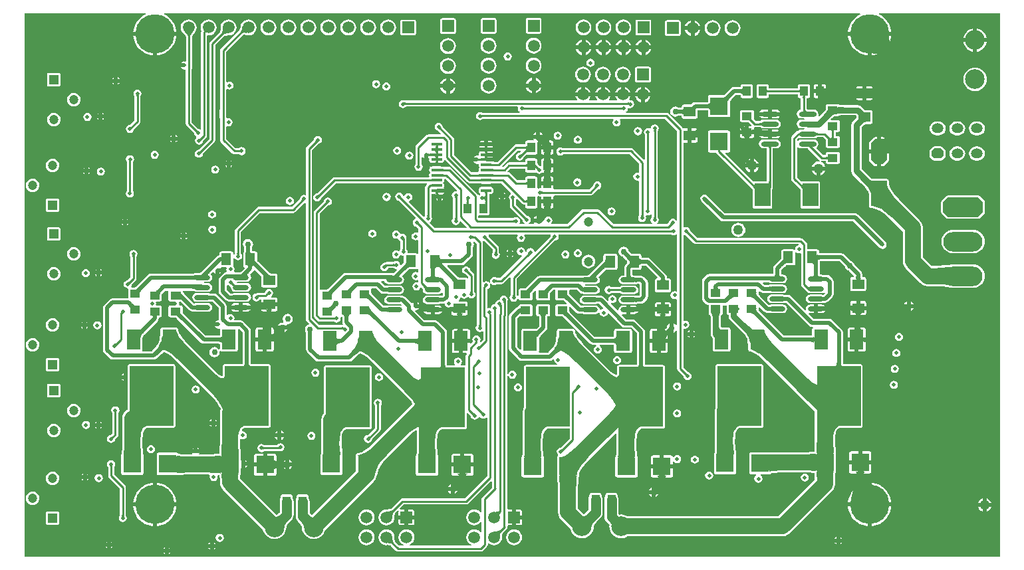
<source format=gbl>
G04 Layer_Physical_Order=4*
G04 Layer_Color=16711680*
%FSLAX25Y25*%
%MOIN*%
G70*
G01*
G75*
%ADD12R,0.05000X0.06000*%
%ADD13R,0.04000X0.05000*%
%ADD22R,0.07000X0.10000*%
%ADD23R,0.21850X0.29921*%
%ADD24C,0.01000*%
%ADD25C,0.05000*%
%ADD26C,0.02000*%
%ADD28C,0.03000*%
%ADD29C,0.05905*%
%ADD30R,0.05905X0.05905*%
%ADD31O,0.05905X0.05000*%
G04:AMPARAMS|DCode=32|XSize=59.05mil|YSize=50mil|CornerRadius=0mil|HoleSize=0mil|Usage=FLASHONLY|Rotation=0.000|XOffset=0mil|YOffset=0mil|HoleType=Round|Shape=Octagon|*
%AMOCTAGOND32*
4,1,8,0.02953,-0.01250,0.02953,0.01250,0.01703,0.02500,-0.01703,0.02500,-0.02953,0.01250,-0.02953,-0.01250,-0.01703,-0.02500,0.01703,-0.02500,0.02953,-0.01250,0.0*
%
%ADD32OCTAGOND32*%

%ADD33C,0.09842*%
%ADD34C,0.04724*%
%ADD35R,0.05905X0.05905*%
%ADD36R,0.04724X0.04724*%
%ADD37O,0.19685X0.09842*%
G04:AMPARAMS|DCode=38|XSize=200mil|YSize=98.42mil|CornerRadius=0mil|HoleSize=0mil|Usage=FLASHONLY|Rotation=0.000|XOffset=0mil|YOffset=0mil|HoleType=Round|Shape=Octagon|*
%AMOCTAGOND38*
4,1,8,0.10000,-0.02461,0.10000,0.02461,0.07539,0.04921,-0.07539,0.04921,-0.10000,0.02461,-0.10000,-0.02461,-0.07539,-0.04921,0.07539,-0.04921,0.10000,-0.02461,0.0*
%
%ADD38OCTAGOND38*%

%ADD39C,0.02000*%
%ADD40C,0.19685*%
%ADD41C,0.05000*%
%ADD42C,0.03000*%
%ADD43C,0.08000*%
%ADD44R,0.09055X0.09055*%
G04:AMPARAMS|DCode=45|XSize=125.98mil|YSize=78.74mil|CornerRadius=0mil|HoleSize=0mil|Usage=FLASHONLY|Rotation=90.000|XOffset=0mil|YOffset=0mil|HoleType=Round|Shape=Octagon|*
%AMOCTAGOND45*
4,1,8,0.01968,0.06299,-0.01968,0.06299,-0.03937,0.04331,-0.03937,-0.04331,-0.01968,-0.06299,0.01968,-0.06299,0.03937,-0.04331,0.03937,0.04331,0.01968,0.06299,0.0*
%
%ADD45OCTAGOND45*%

%ADD46R,0.07874X0.12598*%
%ADD47R,0.09055X0.09055*%
%ADD48R,0.05000X0.04000*%
%ADD49R,0.06000X0.05000*%
%ADD50O,0.08858X0.02362*%
%ADD51O,0.05512X0.01575*%
%ADD52R,0.05512X0.01575*%
%ADD53O,0.08000X0.02362*%
%ADD54R,0.07874X0.11811*%
G36*
X490597Y1529D02*
X1529D01*
Y274061D01*
X62137D01*
X62234Y273571D01*
X61992Y273470D01*
X60536Y272578D01*
X59239Y271470D01*
X58130Y270172D01*
X57239Y268717D01*
X56585Y267140D01*
X56187Y265481D01*
X56132Y264779D01*
X77727D01*
X77671Y265481D01*
X77273Y267140D01*
X76620Y268717D01*
X75728Y270172D01*
X74620Y271470D01*
X73322Y272578D01*
X71867Y273470D01*
X71624Y273571D01*
X71721Y274061D01*
X420405D01*
X420502Y273571D01*
X420259Y273470D01*
X418804Y272578D01*
X417506Y271470D01*
X416398Y270172D01*
X415506Y268717D01*
X414853Y267140D01*
X414455Y265481D01*
X414399Y264779D01*
X435994D01*
X435939Y265481D01*
X435541Y267140D01*
X434888Y268717D01*
X433996Y270172D01*
X432887Y271470D01*
X431590Y272578D01*
X430134Y273470D01*
X429892Y273571D01*
X429989Y274061D01*
X490597D01*
Y1529D01*
D02*
G37*
%LPC*%
G36*
X354228Y215289D02*
X345172D01*
X344782Y215211D01*
X344451Y214990D01*
X344231Y214660D01*
X344153Y214269D01*
Y205214D01*
X344231Y204824D01*
X344451Y204493D01*
X344782Y204272D01*
X345172Y204195D01*
X348271D01*
X348287Y204115D01*
X348619Y203619D01*
X366297Y185940D01*
X366333Y185898D01*
X366402Y185806D01*
X366457Y185723D01*
X366498Y185649D01*
X366528Y185585D01*
X366543Y185541D01*
Y176995D01*
X366621Y176604D01*
X366842Y176274D01*
X367173Y176052D01*
X367563Y175975D01*
X375437D01*
X375827Y176052D01*
X376158Y176274D01*
X376379Y176604D01*
X376457Y176995D01*
Y185755D01*
X376664Y186066D01*
X376781Y186651D01*
Y206276D01*
X378499D01*
X379350Y206445D01*
X380072Y206927D01*
X380554Y207649D01*
X380723Y208500D01*
X380554Y209351D01*
X380072Y210072D01*
X379350Y210555D01*
X378499Y210724D01*
X372003D01*
X371152Y210555D01*
X370431Y210072D01*
X369949Y209351D01*
X369779Y208500D01*
X369949Y207649D01*
X370431Y206927D01*
X371152Y206445D01*
X372003Y206276D01*
X373722D01*
Y189825D01*
X367563D01*
X367173Y189748D01*
X366959Y189604D01*
X352830Y203733D01*
X353022Y204195D01*
X354228D01*
X354618Y204272D01*
X354948Y204493D01*
X355170Y204824D01*
X355247Y205214D01*
Y214269D01*
X355170Y214660D01*
X354948Y214990D01*
X354618Y215211D01*
X354228Y215289D01*
D02*
G37*
G36*
X18062Y181182D02*
X13338D01*
X12948Y181104D01*
X12617Y180883D01*
X12396Y180552D01*
X12318Y180162D01*
Y175438D01*
X12396Y175048D01*
X12617Y174717D01*
X12948Y174496D01*
X13338Y174418D01*
X18062D01*
X18452Y174496D01*
X18783Y174717D01*
X19004Y175048D01*
X19082Y175438D01*
Y180162D01*
X19004Y180552D01*
X18783Y180883D01*
X18452Y181104D01*
X18062Y181182D01*
D02*
G37*
G36*
X135739Y46600D02*
X134400D01*
Y45261D01*
X135202Y45798D01*
X135739Y46600D01*
D02*
G37*
G36*
X134600Y181939D02*
X133820Y181784D01*
X133158Y181342D01*
X132716Y180680D01*
X132561Y179900D01*
X132716Y179120D01*
X133158Y178458D01*
X133820Y178016D01*
X134600Y177861D01*
X135380Y178016D01*
X136042Y178458D01*
X136484Y179120D01*
X136639Y179900D01*
X136484Y180680D01*
X136042Y181342D01*
X135380Y181784D01*
X134600Y181939D01*
D02*
G37*
G36*
X266720Y178700D02*
X264700D01*
Y177213D01*
X265687D01*
X265595Y177187D01*
X265512Y177109D01*
X265439Y176978D01*
X265375Y176795D01*
X265322Y176560D01*
X265278Y176272D01*
X265271Y176180D01*
X265700D01*
X266090Y176258D01*
X266421Y176479D01*
X266642Y176810D01*
X266720Y177200D01*
Y178700D01*
D02*
G37*
G36*
X262700D02*
X260680D01*
Y177200D01*
X260758Y176810D01*
X260979Y176479D01*
X261310Y176258D01*
X261700Y176180D01*
X262109D01*
X262078Y176560D01*
X262025Y176795D01*
X261961Y176978D01*
X261888Y177109D01*
X261806Y177187D01*
X261713Y177213D01*
X262700D01*
Y178700D01*
D02*
G37*
G36*
X258200Y172439D02*
X257398Y171902D01*
X256861Y171100D01*
X258200D01*
Y172439D01*
D02*
G37*
G36*
X95600Y175139D02*
X94820Y174984D01*
X94158Y174542D01*
X93716Y173880D01*
X93561Y173100D01*
X93716Y172320D01*
X94158Y171658D01*
X94820Y171216D01*
X95600Y171061D01*
X96380Y171216D01*
X97042Y171658D01*
X97484Y172320D01*
X97639Y173100D01*
X97484Y173880D01*
X97042Y174542D01*
X96380Y174984D01*
X95600Y175139D01*
D02*
G37*
G36*
X337647Y52139D02*
X336866Y51984D01*
X336205Y51542D01*
X335763Y50880D01*
X335608Y50100D01*
X335763Y49320D01*
X336205Y48658D01*
X336866Y48216D01*
X337647Y48061D01*
X338427Y48216D01*
X339089Y48658D01*
X339531Y49320D01*
X339686Y50100D01*
X339531Y50880D01*
X339089Y51542D01*
X338427Y51984D01*
X337647Y52139D01*
D02*
G37*
G36*
X295900Y176639D02*
X295120Y176484D01*
X294458Y176042D01*
X294016Y175380D01*
X293861Y174600D01*
X294016Y173820D01*
X294458Y173158D01*
X295120Y172716D01*
X295900Y172561D01*
X296680Y172716D01*
X297342Y173158D01*
X297784Y173820D01*
X297939Y174600D01*
X297784Y175380D01*
X297342Y176042D01*
X296680Y176484D01*
X295900Y176639D01*
D02*
G37*
G36*
X113137Y46900D02*
X112400D01*
Y46163D01*
X112842Y46458D01*
X113137Y46900D01*
D02*
G37*
G36*
X320058Y52247D02*
X316531D01*
X316141Y52170D01*
X315810Y51948D01*
X315589Y51618D01*
X315511Y51228D01*
Y47700D01*
X320058D01*
Y52247D01*
D02*
G37*
G36*
X132400Y46600D02*
X131061D01*
X131598Y45798D01*
X132400Y45261D01*
Y46600D01*
D02*
G37*
G36*
X242737Y181500D02*
X242000D01*
Y180763D01*
X242442Y181058D01*
X242737Y181500D01*
D02*
G37*
G36*
X240000D02*
X239263D01*
X239558Y181058D01*
X240000Y180763D01*
Y181500D01*
D02*
G37*
G36*
X32900Y43037D02*
Y42300D01*
X33637D01*
X33342Y42742D01*
X32900Y43037D01*
D02*
G37*
G36*
X226605Y46600D02*
X222058D01*
Y43085D01*
X223985D01*
X223714Y43056D01*
X223472Y42968D01*
X223257Y42822D01*
X223072Y42617D01*
X222915Y42354D01*
X222795Y42053D01*
X225586D01*
X225976Y42131D01*
X226307Y42351D01*
X226528Y42682D01*
X226605Y43072D01*
Y46600D01*
D02*
G37*
G36*
X54500Y202839D02*
X53720Y202684D01*
X53058Y202242D01*
X52616Y201580D01*
X52461Y200800D01*
X52616Y200020D01*
X52857Y199659D01*
X52862Y199647D01*
X52866Y199626D01*
X52870Y199599D01*
X52871Y199591D01*
Y184911D01*
X52516Y184380D01*
X52361Y183600D01*
X52516Y182820D01*
X52958Y182158D01*
X53620Y181716D01*
X54400Y181561D01*
X55180Y181716D01*
X55842Y182158D01*
X56284Y182820D01*
X56439Y183600D01*
X56284Y184380D01*
X55929Y184911D01*
Y199350D01*
X55942Y199358D01*
X56384Y200020D01*
X56539Y200800D01*
X56384Y201580D01*
X55942Y202242D01*
X55280Y202684D01*
X54500Y202839D01*
D02*
G37*
G36*
X30900Y43037D02*
X30458Y42742D01*
X30163Y42300D01*
X30900D01*
Y43037D01*
D02*
G37*
G36*
X419558Y47700D02*
X415011D01*
Y44172D01*
X415089Y43782D01*
X415310Y43451D01*
X415640Y43231D01*
X416031Y43153D01*
X418799D01*
X418683Y43435D01*
X418518Y43705D01*
X418323Y43915D01*
X418098Y44065D01*
X417843Y44155D01*
X417558Y44185D01*
X419558D01*
Y47700D01*
D02*
G37*
G36*
X183100Y183939D02*
X182320Y183784D01*
X181658Y183342D01*
X181216Y182680D01*
X181061Y181900D01*
X181216Y181120D01*
X181658Y180458D01*
X182320Y180016D01*
X183100Y179861D01*
X183880Y180016D01*
X184542Y180458D01*
X184984Y181120D01*
X185139Y181900D01*
X184984Y182680D01*
X184542Y183342D01*
X183880Y183784D01*
X183100Y183939D01*
D02*
G37*
G36*
X426105Y47700D02*
X421558D01*
Y44185D01*
X423558D01*
X423273Y44155D01*
X423018Y44065D01*
X422793Y43915D01*
X422598Y43705D01*
X422433Y43435D01*
X422318Y43153D01*
X425086D01*
X425476Y43231D01*
X425807Y43451D01*
X426028Y43782D01*
X426105Y44172D01*
Y47700D01*
D02*
G37*
G36*
X174525Y97380D02*
X152675D01*
X152285Y97303D01*
X151954Y97082D01*
X151733Y96751D01*
X151655Y96361D01*
Y73379D01*
X151074Y72622D01*
X150570Y71405D01*
X150399Y70100D01*
Y58958D01*
X150340Y55335D01*
X150241Y53788D01*
X150182Y53292D01*
X150138Y53066D01*
X149972Y52818D01*
X149895Y52428D01*
Y43372D01*
X149972Y42982D01*
X150193Y42652D01*
X150524Y42430D01*
X150914Y42353D01*
X159969D01*
X160360Y42430D01*
X160690Y42652D01*
X160911Y42982D01*
X160989Y43372D01*
Y52428D01*
X160911Y52818D01*
X160854Y52904D01*
X160485Y58641D01*
Y59334D01*
X160500Y59914D01*
X160614Y61203D01*
X160799Y62316D01*
X161050Y63245D01*
X161354Y63990D01*
X161698Y64553D01*
X162067Y64951D01*
X162461Y65213D01*
X162908Y65371D01*
X163372Y65420D01*
X174525D01*
X174915Y65497D01*
X175246Y65718D01*
X175467Y66049D01*
X175545Y66439D01*
Y96361D01*
X175467Y96751D01*
X175246Y97082D01*
X174915Y97303D01*
X174525Y97380D01*
D02*
G37*
G36*
X76149Y98107D02*
X54298D01*
X53908Y98029D01*
X53577Y97808D01*
X53356Y97478D01*
X53279Y97087D01*
Y93740D01*
X53200Y93690D01*
Y91500D01*
Y89310D01*
X53279Y89260D01*
Y75133D01*
X53120Y75068D01*
X52076Y74266D01*
X51274Y73222D01*
X50770Y72005D01*
X50599Y70700D01*
Y59058D01*
X50540Y55436D01*
X50441Y53888D01*
X50382Y53392D01*
X50338Y53166D01*
X50172Y52918D01*
X50095Y52528D01*
Y43472D01*
X50172Y43082D01*
X50393Y42752D01*
X50724Y42531D01*
X51114Y42453D01*
X60169D01*
X60559Y42531D01*
X60890Y42752D01*
X61111Y43082D01*
X61189Y43472D01*
Y52528D01*
X61111Y52918D01*
X61054Y53004D01*
X60685Y58741D01*
Y60061D01*
X60700Y60641D01*
X60814Y61930D01*
X60999Y63042D01*
X61250Y63972D01*
X61554Y64717D01*
X61898Y65280D01*
X62267Y65677D01*
X62661Y65940D01*
X63108Y66098D01*
X63572Y66147D01*
X76149D01*
X76539Y66224D01*
X76870Y66445D01*
X77091Y66776D01*
X77168Y67166D01*
Y97087D01*
X77091Y97478D01*
X76870Y97808D01*
X76539Y98029D01*
X76149Y98107D01*
D02*
G37*
G36*
X370925Y98080D02*
X349075D01*
X348685Y98003D01*
X348354Y97782D01*
X348133Y97451D01*
X348055Y97061D01*
Y76593D01*
X347870Y76147D01*
X347699Y74842D01*
Y59358D01*
X347640Y55735D01*
X347541Y54188D01*
X347482Y53692D01*
X347438Y53466D01*
X347272Y53218D01*
X347195Y52828D01*
Y43772D01*
X347272Y43382D01*
X347493Y43051D01*
X347824Y42831D01*
X348214Y42753D01*
X357269D01*
X357660Y42831D01*
X357990Y43051D01*
X358211Y43382D01*
X358289Y43772D01*
Y52828D01*
X358211Y53218D01*
X358154Y53304D01*
X357785Y59041D01*
Y60034D01*
X357800Y60614D01*
X357914Y61904D01*
X358099Y63016D01*
X358350Y63946D01*
X358654Y64691D01*
X358998Y65254D01*
X359367Y65651D01*
X359761Y65913D01*
X360208Y66071D01*
X360672Y66120D01*
X370925D01*
X371315Y66197D01*
X371646Y66418D01*
X371867Y66749D01*
X371945Y67139D01*
Y97061D01*
X371867Y97451D01*
X371646Y97782D01*
X371315Y98003D01*
X370925Y98080D01*
D02*
G37*
G36*
X176000Y165539D02*
X175220Y165384D01*
X174558Y164942D01*
X174116Y164280D01*
X173961Y163500D01*
X174116Y162720D01*
X174558Y162058D01*
X175220Y161616D01*
X176000Y161461D01*
X176780Y161616D01*
X177442Y162058D01*
X177884Y162720D01*
X178039Y163500D01*
X177884Y164280D01*
X177442Y164942D01*
X176780Y165384D01*
X176000Y165539D01*
D02*
G37*
G36*
X419558Y54247D02*
X416031D01*
X415640Y54169D01*
X415310Y53948D01*
X415089Y53618D01*
X415011Y53228D01*
Y49700D01*
X419558D01*
Y54247D01*
D02*
G37*
G36*
X83137Y161300D02*
X82400D01*
Y160563D01*
X82842Y160858D01*
X83137Y161300D01*
D02*
G37*
G36*
X82400Y164037D02*
Y163300D01*
X83137D01*
X82842Y163742D01*
X82400Y164037D01*
D02*
G37*
G36*
X80400D02*
X79958Y163742D01*
X79663Y163300D01*
X80400D01*
Y164037D01*
D02*
G37*
G36*
X359400Y168930D02*
X358486Y168810D01*
X357635Y168457D01*
X356904Y167896D01*
X356343Y167165D01*
X355990Y166314D01*
X355870Y165400D01*
X355990Y164486D01*
X356343Y163635D01*
X356904Y162904D01*
X357635Y162343D01*
X358486Y161990D01*
X359400Y161870D01*
X360314Y161990D01*
X361165Y162343D01*
X361896Y162904D01*
X362457Y163635D01*
X362810Y164486D01*
X362930Y165400D01*
X362810Y166314D01*
X362457Y167165D01*
X361896Y167896D01*
X361165Y168457D01*
X360314Y168810D01*
X359400Y168930D01*
D02*
G37*
G36*
X328700Y52439D02*
X327920Y52284D01*
X327258Y51842D01*
X327054Y51536D01*
X326528Y51618D01*
X326307Y51948D01*
X325976Y52170D01*
X325586Y52247D01*
X322058D01*
Y47700D01*
X326605D01*
Y49035D01*
X327105Y49187D01*
X327258Y48958D01*
X327920Y48516D01*
X328700Y48361D01*
X329480Y48516D01*
X330142Y48958D01*
X330584Y49620D01*
X330739Y50400D01*
X330584Y51180D01*
X330142Y51842D01*
X329480Y52284D01*
X328700Y52439D01*
D02*
G37*
G36*
X342400Y183139D02*
X341620Y182984D01*
X340958Y182542D01*
X340516Y181880D01*
X340361Y181100D01*
X340516Y180320D01*
X340958Y179658D01*
X350358Y170258D01*
X351020Y169816D01*
X351800Y169661D01*
X417055D01*
X430258Y156458D01*
X430920Y156016D01*
X431700Y155861D01*
X432480Y156016D01*
X433142Y156458D01*
X433584Y157120D01*
X433739Y157900D01*
X433584Y158680D01*
X433142Y159342D01*
X419342Y173142D01*
X418680Y173584D01*
X417900Y173739D01*
X352645D01*
X343842Y182542D01*
X343180Y182984D01*
X342400Y183139D01*
D02*
G37*
G36*
X65000Y57439D02*
X64220Y57284D01*
X63558Y56842D01*
X63116Y56180D01*
X62961Y55400D01*
X63116Y54620D01*
X63558Y53958D01*
X64220Y53516D01*
X65000Y53361D01*
X65780Y53516D01*
X66442Y53958D01*
X66884Y54620D01*
X67039Y55400D01*
X66884Y56180D01*
X66442Y56842D01*
X65780Y57284D01*
X65000Y57439D01*
D02*
G37*
G36*
X80400Y161300D02*
X79663D01*
X79958Y160858D01*
X80400Y160563D01*
Y161300D01*
D02*
G37*
G36*
X425086Y54247D02*
X421558D01*
Y49700D01*
X426105D01*
Y53228D01*
X426028Y53618D01*
X425807Y53948D01*
X425476Y54169D01*
X425086Y54247D01*
D02*
G37*
G36*
X18562Y166682D02*
X13838D01*
X13448Y166604D01*
X13117Y166383D01*
X12896Y166052D01*
X12818Y165662D01*
Y160938D01*
X12896Y160548D01*
X13117Y160217D01*
X13448Y159996D01*
X13838Y159918D01*
X18562D01*
X18952Y159996D01*
X19283Y160217D01*
X19504Y160548D01*
X19582Y160938D01*
Y165662D01*
X19504Y166052D01*
X19283Y166383D01*
X18952Y166604D01*
X18562Y166682D01*
D02*
G37*
G36*
X126786Y53147D02*
X123258D01*
Y48600D01*
X126761D01*
Y50600D01*
X126791Y50315D01*
X126881Y50060D01*
X127032Y49835D01*
X127243Y49640D01*
X127514Y49475D01*
X127805Y49356D01*
Y52128D01*
X127728Y52518D01*
X127507Y52849D01*
X127176Y53070D01*
X126786Y53147D01*
D02*
G37*
G36*
X53000Y171037D02*
Y170300D01*
X53737D01*
X53442Y170742D01*
X53000Y171037D01*
D02*
G37*
G36*
X51000D02*
X50558Y170742D01*
X50263Y170300D01*
X51000D01*
Y171037D01*
D02*
G37*
G36*
X132400Y49938D02*
X131598Y49402D01*
X131061Y48600D01*
X132400D01*
Y49938D01*
D02*
G37*
G36*
X479639Y182764D02*
X464561D01*
X464170Y182686D01*
X463840Y182465D01*
X461379Y180004D01*
X461158Y179674D01*
X461080Y179283D01*
Y174362D01*
X461158Y173972D01*
X461379Y173641D01*
X463840Y171181D01*
X464170Y170960D01*
X464561Y170882D01*
X479639D01*
X480030Y170960D01*
X480360Y171181D01*
X482821Y173641D01*
X483042Y173972D01*
X483120Y174362D01*
Y179283D01*
X483042Y179674D01*
X482821Y180004D01*
X480360Y182465D01*
X480030Y182686D01*
X479639Y182764D01*
D02*
G37*
G36*
X220058Y53147D02*
X216531D01*
X216141Y53070D01*
X215810Y52849D01*
X215589Y52518D01*
X215511Y52128D01*
Y48600D01*
X220058D01*
Y53147D01*
D02*
G37*
G36*
X121258D02*
X117731D01*
X117341Y53070D01*
X117010Y52849D01*
X116789Y52518D01*
X116711Y52128D01*
Y48600D01*
X121258D01*
Y53147D01*
D02*
G37*
G36*
X51000Y168300D02*
X50263D01*
X50558Y167858D01*
X51000Y167563D01*
Y168300D01*
D02*
G37*
G36*
X112400Y49637D02*
Y48900D01*
X113137D01*
X112842Y49342D01*
X112400Y49637D01*
D02*
G37*
G36*
X95700Y167539D02*
X94920Y167384D01*
X94258Y166942D01*
X93816Y166280D01*
X93661Y165500D01*
X93816Y164720D01*
X94258Y164058D01*
X94920Y163616D01*
X95700Y163461D01*
X96480Y163616D01*
X97142Y164058D01*
X97584Y164720D01*
X97739Y165500D01*
X97584Y166280D01*
X97142Y166942D01*
X96480Y167384D01*
X95700Y167539D01*
D02*
G37*
G36*
X134400Y49938D02*
Y48600D01*
X135739D01*
X135202Y49402D01*
X134400Y49938D01*
D02*
G37*
G36*
X225586Y53147D02*
X222058D01*
Y48600D01*
X226605D01*
Y52128D01*
X226528Y52518D01*
X226307Y52849D01*
X225976Y53070D01*
X225586Y53147D01*
D02*
G37*
G36*
X53737Y168300D02*
X53000D01*
Y167563D01*
X53442Y167858D01*
X53737Y168300D01*
D02*
G37*
G36*
X220058Y46600D02*
X215511D01*
Y43072D01*
X215589Y42682D01*
X215810Y42351D01*
X216141Y42131D01*
X216531Y42053D01*
X219321D01*
X219201Y42354D01*
X219044Y42617D01*
X218859Y42822D01*
X218645Y42968D01*
X218402Y43056D01*
X218131Y43085D01*
X220058D01*
Y46600D01*
D02*
G37*
G36*
X215200Y34300D02*
X213861D01*
X214398Y33498D01*
X215200Y32961D01*
Y34300D01*
D02*
G37*
G36*
X33700Y196837D02*
Y196100D01*
X34437D01*
X34142Y196542D01*
X33700Y196837D01*
D02*
G37*
G36*
X31700D02*
X31258Y196542D01*
X30963Y196100D01*
X31700D01*
Y196837D01*
D02*
G37*
G36*
X319439Y32800D02*
X318100D01*
Y31462D01*
X318902Y31998D01*
X319439Y32800D01*
D02*
G37*
G36*
X105737Y197600D02*
X105000D01*
Y196863D01*
X105442Y197158D01*
X105737Y197600D01*
D02*
G37*
G36*
X103000D02*
X102263D01*
X102558Y197158D01*
X103000Y196863D01*
Y197600D01*
D02*
G37*
G36*
X369674Y196603D02*
X367300D01*
Y194229D01*
X368065Y194546D01*
X368796Y195107D01*
X369357Y195838D01*
X369674Y196603D01*
D02*
G37*
G36*
X365300D02*
X362926D01*
X363243Y195838D01*
X363804Y195107D01*
X364535Y194546D01*
X365300Y194229D01*
Y196603D01*
D02*
G37*
G36*
X266720Y196700D02*
X264700D01*
Y195213D01*
X265687D01*
X265595Y195183D01*
X265512Y195093D01*
X265439Y194943D01*
X265375Y194733D01*
X265322Y194463D01*
X265284Y194180D01*
X265700D01*
X266090Y194258D01*
X266421Y194479D01*
X266642Y194810D01*
X266720Y195200D01*
Y196700D01*
D02*
G37*
G36*
X218538Y34300D02*
X217200D01*
Y32961D01*
X218002Y33498D01*
X218538Y34300D01*
D02*
G37*
G36*
X316100Y36138D02*
X315298Y35602D01*
X314761Y34800D01*
X316100D01*
Y36138D01*
D02*
G37*
G36*
X15700Y201191D02*
X14822Y201076D01*
X14004Y200737D01*
X13302Y200198D01*
X12763Y199496D01*
X12424Y198678D01*
X12309Y197800D01*
X12424Y196922D01*
X12763Y196104D01*
X13302Y195402D01*
X14004Y194863D01*
X14822Y194524D01*
X15700Y194409D01*
X16578Y194524D01*
X17396Y194863D01*
X18098Y195402D01*
X18637Y196104D01*
X18976Y196922D01*
X19091Y197800D01*
X18976Y198678D01*
X18637Y199496D01*
X18098Y200198D01*
X17396Y200737D01*
X16578Y201076D01*
X15700Y201191D01*
D02*
G37*
G36*
X428900Y203600D02*
X424943D01*
Y200269D01*
X425021Y199879D01*
X425242Y199548D01*
X427211Y197580D01*
X427211Y197580D01*
X427541Y197359D01*
X427931Y197281D01*
X428900D01*
Y203600D01*
D02*
G37*
G36*
X469610Y207232D02*
X468705D01*
X467791Y207112D01*
X466939Y206759D01*
X466208Y206198D01*
X465647Y205467D01*
X465295Y204615D01*
X465174Y203702D01*
X465295Y202788D01*
X465647Y201937D01*
X466208Y201205D01*
X466939Y200644D01*
X467791Y200292D01*
X468705Y200171D01*
X469610D01*
X470524Y200292D01*
X471375Y200644D01*
X472106Y201205D01*
X472667Y201937D01*
X473020Y202788D01*
X473140Y203702D01*
X473020Y204615D01*
X472667Y205467D01*
X472106Y206198D01*
X471375Y206759D01*
X470524Y207112D01*
X469610Y207232D01*
D02*
G37*
G36*
X105000Y200337D02*
Y199600D01*
X105737D01*
X105442Y200042D01*
X105000Y200337D01*
D02*
G37*
G36*
X103000D02*
X102558Y200042D01*
X102263Y199600D01*
X103000D01*
Y200337D01*
D02*
G37*
G36*
X461018Y207221D02*
X457612D01*
X457222Y207144D01*
X456891Y206923D01*
X455641Y205673D01*
X455420Y205342D01*
X455342Y204952D01*
Y202452D01*
X455420Y202061D01*
X455641Y201731D01*
X456891Y200481D01*
X457222Y200260D01*
X457612Y200182D01*
X461018D01*
X461408Y200260D01*
X461738Y200481D01*
X462989Y201731D01*
X463209Y202061D01*
X463287Y202452D01*
Y204952D01*
X463209Y205342D01*
X462989Y205673D01*
X461738Y206923D01*
X461408Y207144D01*
X461018Y207221D01*
D02*
G37*
G36*
X365300Y200977D02*
X364629Y200699D01*
X365085Y200317D01*
X365228Y200221D01*
X365300Y200180D01*
Y200977D01*
D02*
G37*
G36*
X479453Y207232D02*
X478547D01*
X477634Y207112D01*
X476782Y206759D01*
X476051Y206198D01*
X475490Y205467D01*
X475137Y204615D01*
X475017Y203702D01*
X475137Y202788D01*
X475490Y201937D01*
X476051Y201205D01*
X476782Y200644D01*
X477634Y200292D01*
X478547Y200171D01*
X479453D01*
X480366Y200292D01*
X481218Y200644D01*
X481949Y201205D01*
X482510Y201937D01*
X482863Y202788D01*
X482983Y203702D01*
X482863Y204615D01*
X482510Y205467D01*
X481949Y206198D01*
X481218Y206759D01*
X480366Y207112D01*
X479453Y207232D01*
D02*
G37*
G36*
X365300Y199558D02*
X364346Y198603D01*
X365300D01*
Y199558D01*
D02*
G37*
G36*
X363204Y199275D02*
X362926Y198603D01*
X363723D01*
X363682Y198675D01*
X363586Y198819D01*
X363469Y198973D01*
X363204Y199275D01*
D02*
G37*
G36*
X316100Y32800D02*
X314761D01*
X315298Y31998D01*
X316100Y31462D01*
Y32800D01*
D02*
G37*
G36*
X424197Y35073D02*
X415909Y30817D01*
X417122Y34800D01*
X416398Y33952D01*
X415506Y32497D01*
X414853Y30920D01*
X414455Y29260D01*
X414399Y28559D01*
X424197D01*
Y35073D01*
D02*
G37*
G36*
X265700Y201220D02*
X265302D01*
X265322Y200937D01*
X265375Y200667D01*
X265439Y200457D01*
X265512Y200307D01*
X265595Y200217D01*
X265687Y200187D01*
X264700D01*
Y198700D01*
X266720D01*
Y200200D01*
X266642Y200590D01*
X266421Y200921D01*
X266090Y201142D01*
X265700Y201220D01*
D02*
G37*
G36*
X367300Y200977D02*
Y198603D01*
X369674D01*
X369357Y199368D01*
X368796Y200099D01*
X368065Y200660D01*
X367300Y200977D01*
D02*
G37*
G36*
X33637Y40300D02*
X32900D01*
Y39563D01*
X33342Y39858D01*
X33637Y40300D01*
D02*
G37*
G36*
X344800Y44139D02*
X344020Y43984D01*
X343358Y43542D01*
X342916Y42880D01*
X342761Y42100D01*
X342916Y41320D01*
X343358Y40658D01*
X344020Y40216D01*
X344800Y40061D01*
X345580Y40216D01*
X346242Y40658D01*
X346684Y41320D01*
X346839Y42100D01*
X346684Y42880D01*
X346242Y43542D01*
X345580Y43984D01*
X344800Y44139D01*
D02*
G37*
G36*
X5700Y191191D02*
X4822Y191076D01*
X4004Y190737D01*
X3302Y190198D01*
X2763Y189496D01*
X2424Y188678D01*
X2309Y187800D01*
X2424Y186922D01*
X2763Y186104D01*
X3302Y185402D01*
X4004Y184863D01*
X4822Y184524D01*
X5700Y184409D01*
X6578Y184524D01*
X7396Y184863D01*
X8098Y185402D01*
X8637Y186104D01*
X8976Y186922D01*
X9091Y187800D01*
X8976Y188678D01*
X8637Y189496D01*
X8098Y190198D01*
X7396Y190737D01*
X6578Y191076D01*
X5700Y191191D01*
D02*
G37*
G36*
X392700Y43139D02*
X391920Y42984D01*
X391258Y42542D01*
X390816Y41880D01*
X390661Y41100D01*
X390816Y40320D01*
X391258Y39658D01*
X391920Y39216D01*
X392700Y39061D01*
X393480Y39216D01*
X394142Y39658D01*
X394584Y40320D01*
X394739Y41100D01*
X394584Y41880D01*
X394142Y42542D01*
X393480Y42984D01*
X392700Y43139D01*
D02*
G37*
G36*
X30900Y40300D02*
X30163D01*
X30458Y39858D01*
X30900Y39563D01*
Y40300D01*
D02*
G37*
G36*
X278700Y191239D02*
X277920Y191084D01*
X277258Y190642D01*
X276816Y189980D01*
X276661Y189200D01*
X276816Y188420D01*
X277258Y187758D01*
X277920Y187316D01*
X278700Y187161D01*
X279480Y187316D01*
X280142Y187758D01*
X280584Y188420D01*
X280739Y189200D01*
X280584Y189980D01*
X280142Y190642D01*
X279480Y191084D01*
X278700Y191239D01*
D02*
G37*
G36*
X240000Y184237D02*
X239558Y183942D01*
X239263Y183500D01*
X239927D01*
X240000Y183573D01*
Y184237D01*
D02*
G37*
G36*
X121258Y46600D02*
X116711D01*
Y43072D01*
X116789Y42682D01*
X117010Y42351D01*
X117341Y42131D01*
X117731Y42053D01*
X121258D01*
Y46600D01*
D02*
G37*
G36*
X126761D02*
X123258D01*
Y42053D01*
X126786D01*
X127176Y42131D01*
X127507Y42351D01*
X127728Y42682D01*
X127805Y43072D01*
Y45844D01*
X127514Y45725D01*
X127243Y45560D01*
X127032Y45365D01*
X126881Y45140D01*
X126791Y44885D01*
X126761Y44600D01*
Y46600D01*
D02*
G37*
G36*
X320058Y45700D02*
X315511D01*
Y42172D01*
X315589Y41782D01*
X315810Y41451D01*
X316141Y41230D01*
X316531Y41153D01*
X319299D01*
X319183Y41435D01*
X319018Y41705D01*
X318823Y41915D01*
X318598Y42065D01*
X318343Y42155D01*
X318058Y42185D01*
X320058D01*
Y45700D01*
D02*
G37*
G36*
X326605D02*
X322058D01*
Y42185D01*
X324058D01*
X323773Y42155D01*
X323518Y42065D01*
X323293Y41915D01*
X323098Y41705D01*
X322933Y41435D01*
X322818Y41153D01*
X325586D01*
X325976Y41230D01*
X326307Y41451D01*
X326528Y41782D01*
X326605Y42172D01*
Y45700D01*
D02*
G37*
G36*
X242000Y184237D02*
Y183500D01*
X242737D01*
X242442Y183942D01*
X242000Y184237D01*
D02*
G37*
G36*
X38800Y42839D02*
X38020Y42684D01*
X37358Y42242D01*
X36916Y41580D01*
X36761Y40800D01*
X36916Y40020D01*
X37358Y39358D01*
X38020Y38916D01*
X38800Y38761D01*
X39580Y38916D01*
X40242Y39358D01*
X40684Y40020D01*
X40839Y40800D01*
X40684Y41580D01*
X40242Y42242D01*
X39580Y42684D01*
X38800Y42839D01*
D02*
G37*
G36*
X403074Y195200D02*
X400700D01*
Y192826D01*
X401465Y193143D01*
X402196Y193704D01*
X402757Y194435D01*
X403074Y195200D01*
D02*
G37*
G36*
X398700D02*
X396326D01*
X396643Y194435D01*
X397204Y193704D01*
X397935Y193143D01*
X398700Y192826D01*
Y195200D01*
D02*
G37*
G36*
X39900Y196639D02*
X39120Y196484D01*
X38458Y196042D01*
X38016Y195380D01*
X37861Y194600D01*
X38016Y193820D01*
X38458Y193158D01*
X39120Y192716D01*
X39900Y192561D01*
X40680Y192716D01*
X41342Y193158D01*
X41784Y193820D01*
X41939Y194600D01*
X41784Y195380D01*
X41342Y196042D01*
X40680Y196484D01*
X39900Y196639D01*
D02*
G37*
G36*
X97200Y197639D02*
X96420Y197484D01*
X95758Y197042D01*
X95316Y196380D01*
X95161Y195600D01*
X95316Y194820D01*
X95758Y194158D01*
X96420Y193716D01*
X97200Y193561D01*
X97980Y193716D01*
X98642Y194158D01*
X99084Y194820D01*
X99239Y195600D01*
X99084Y196380D01*
X98642Y197042D01*
X97980Y197484D01*
X97200Y197639D01*
D02*
G37*
G36*
X34437Y194100D02*
X33700D01*
Y193363D01*
X34142Y193658D01*
X34437Y194100D01*
D02*
G37*
G36*
X31700D02*
X30963D01*
X31258Y193658D01*
X31700Y193363D01*
Y194100D01*
D02*
G37*
G36*
X265700Y192220D02*
X265302D01*
X265322Y191937D01*
X265375Y191667D01*
X265439Y191457D01*
X265512Y191307D01*
X265595Y191217D01*
X265687Y191187D01*
X264700D01*
Y189700D01*
X266720D01*
Y191200D01*
X266642Y191590D01*
X266421Y191921D01*
X266090Y192142D01*
X265700Y192220D01*
D02*
G37*
G36*
X262116D02*
X261700D01*
X261310Y192142D01*
X260979Y191921D01*
X260758Y191590D01*
X260680Y191200D01*
Y189700D01*
X262700D01*
Y191187D01*
X261713D01*
X261806Y191217D01*
X261888Y191307D01*
X261961Y191457D01*
X262025Y191667D01*
X262078Y191937D01*
X262116Y192220D01*
D02*
G37*
G36*
X15700Y44191D02*
X14822Y44076D01*
X14004Y43737D01*
X13302Y43198D01*
X12763Y42496D01*
X12424Y41678D01*
X12309Y40800D01*
X12424Y39922D01*
X12763Y39104D01*
X13302Y38402D01*
X14004Y37863D01*
X14822Y37524D01*
X15700Y37409D01*
X16578Y37524D01*
X17396Y37863D01*
X18098Y38402D01*
X18637Y39104D01*
X18976Y39922D01*
X19091Y40800D01*
X18976Y41678D01*
X18637Y42496D01*
X18098Y43198D01*
X17396Y43737D01*
X16578Y44076D01*
X15700Y44191D01*
D02*
G37*
G36*
X318100Y36138D02*
Y34800D01*
X319439D01*
X318902Y35602D01*
X318100Y36138D01*
D02*
G37*
G36*
X215200Y37639D02*
X214398Y37102D01*
X213861Y36300D01*
X215200D01*
Y37639D01*
D02*
G37*
G36*
X217200D02*
Y36300D01*
X218538D01*
X218002Y37102D01*
X217200Y37639D01*
D02*
G37*
G36*
X477021Y165450D02*
X467179D01*
X466018Y165336D01*
X464902Y164997D01*
X463873Y164447D01*
X462971Y163707D01*
X462232Y162806D01*
X461682Y161777D01*
X461343Y160661D01*
X461229Y159500D01*
X461343Y158339D01*
X461682Y157223D01*
X462232Y156194D01*
X462971Y155293D01*
X463873Y154553D01*
X464902Y154003D01*
X466018Y153665D01*
X467179Y153550D01*
X477021D01*
X478182Y153665D01*
X479298Y154003D01*
X480327Y154553D01*
X481228Y155293D01*
X481968Y156194D01*
X482518Y157223D01*
X482857Y158339D01*
X482971Y159500D01*
X482857Y160661D01*
X482518Y161777D01*
X481968Y162806D01*
X481228Y163707D01*
X480327Y164447D01*
X479298Y164997D01*
X478182Y165336D01*
X477021Y165450D01*
D02*
G37*
G36*
X443046Y126200D02*
X442561D01*
X443098Y125398D01*
X443900Y124861D01*
Y125346D01*
X443046Y126200D01*
D02*
G37*
G36*
X403074Y124800D02*
X401741D01*
X401709Y124779D01*
X401706Y124800D01*
X399300D01*
Y123576D01*
X401119D01*
X401970Y123746D01*
X402691Y124227D01*
X403074Y124800D01*
D02*
G37*
G36*
X440000Y113739D02*
X439220Y113584D01*
X438558Y113142D01*
X438116Y112480D01*
X437961Y111700D01*
X438116Y110920D01*
X438558Y110258D01*
X439220Y109816D01*
X440000Y109661D01*
X440780Y109816D01*
X441442Y110258D01*
X441884Y110920D01*
X442039Y111700D01*
X441884Y112480D01*
X441442Y113142D01*
X440780Y113584D01*
X440000Y113739D01*
D02*
G37*
G36*
X307219Y127524D02*
X305400D01*
Y126300D01*
X307542D01*
X307524Y126439D01*
X307483Y126470D01*
X307513Y126497D01*
X307616Y126521D01*
X307791Y126542D01*
X308358Y126574D01*
X308985Y126582D01*
X308791Y126873D01*
X308070Y127355D01*
X307219Y127524D01*
D02*
G37*
G36*
X126496Y109300D02*
X125807D01*
X125793Y109274D01*
X125643Y108942D01*
X125537Y108625D01*
X125473Y108323D01*
X125451Y108035D01*
Y109300D01*
X122976D01*
Y104280D01*
X125476D01*
X125867Y104358D01*
X126197Y104579D01*
X126418Y104910D01*
X126496Y105300D01*
Y109300D01*
D02*
G37*
G36*
X447239Y126200D02*
X445900D01*
Y124861D01*
X446702Y125398D01*
X447239Y126200D01*
D02*
G37*
G36*
X318576Y115793D02*
X316076D01*
X315686Y115715D01*
X315355Y115494D01*
X315134Y115163D01*
X315057Y114773D01*
Y110773D01*
X318576D01*
Y115793D01*
D02*
G37*
G36*
X324096Y112845D02*
X323965Y112692D01*
X323752Y112408D01*
X323567Y112125D01*
X323410Y111842D01*
X323282Y111559D01*
X323181Y111277D01*
X323110Y110995D01*
X323076Y110773D01*
X324096D01*
Y112845D01*
D02*
G37*
G36*
X113224Y125500D02*
X111100D01*
Y124276D01*
X112919D01*
X113770Y124445D01*
X114491Y124927D01*
X114861Y125481D01*
X113308Y125387D01*
X113224Y125361D01*
Y125500D01*
D02*
G37*
G36*
X128220Y127000D02*
X125200D01*
Y125513D01*
X126200D01*
X126010Y125493D01*
X125840Y125433D01*
X125690Y125333D01*
X125560Y125193D01*
X125450Y125013D01*
X125360Y124793D01*
X125290Y124533D01*
X125281Y124480D01*
X127200D01*
X127590Y124558D01*
X127921Y124779D01*
X128142Y125110D01*
X128220Y125500D01*
Y127000D01*
D02*
G37*
G36*
X123200D02*
X121219D01*
X121213Y125513D01*
X120180Y125506D01*
Y125500D01*
X120258Y125110D01*
X120479Y124779D01*
X120810Y124558D01*
X121200Y124480D01*
X123119D01*
X123110Y124533D01*
X123040Y124793D01*
X122950Y125013D01*
X122840Y125193D01*
X122710Y125333D01*
X122560Y125433D01*
X122390Y125493D01*
X122200Y125513D01*
X123200D01*
Y127000D01*
D02*
G37*
G36*
X309174Y124300D02*
X307843D01*
X307808Y124279D01*
X307806Y124300D01*
X305400D01*
Y123076D01*
X307219D01*
X308070Y123246D01*
X308791Y123728D01*
X309174Y124300D01*
D02*
G37*
G36*
X320600Y129120D02*
X318600D01*
X318210Y129042D01*
X317879Y128821D01*
X317658Y128490D01*
X317580Y128100D01*
Y126680D01*
X317639Y126690D01*
X317901Y126760D01*
X318122Y126850D01*
X318303Y126960D01*
X318444Y127090D01*
X318545Y127240D01*
X318605Y127410D01*
X318625Y127600D01*
Y126600D01*
X320600D01*
Y129120D01*
D02*
G37*
G36*
X445900Y129539D02*
Y128200D01*
X447239D01*
X446702Y129002D01*
X445900Y129539D01*
D02*
G37*
G36*
X443900D02*
X443098Y129002D01*
X442561Y128200D01*
X443900D01*
Y129539D01*
D02*
G37*
G36*
X124200Y135739D02*
X123420Y135584D01*
X122758Y135142D01*
X122316Y134480D01*
X122295Y134374D01*
X122191Y134254D01*
X121766Y133829D01*
X118700D01*
X118115Y133713D01*
X117835Y133526D01*
X117120Y133384D01*
X116458Y132942D01*
X116016Y132280D01*
X115861Y131500D01*
X116016Y130720D01*
X116458Y130058D01*
X117120Y129616D01*
X117900Y129461D01*
X118680Y129616D01*
X119342Y130058D01*
X119693Y130583D01*
X119977Y130535D01*
X120180Y130413D01*
Y129000D01*
X124200D01*
Y128000D01*
D01*
Y129000D01*
X128220D01*
Y130500D01*
X128142Y130890D01*
X127921Y131221D01*
X127590Y131442D01*
X127200Y131520D01*
X125437D01*
X125285Y132020D01*
X125642Y132258D01*
X126084Y132920D01*
X126239Y133700D01*
X126084Y134480D01*
X125642Y135142D01*
X124980Y135584D01*
X124200Y135739D01*
D02*
G37*
G36*
X422251Y109273D02*
X419776D01*
Y104254D01*
X422276D01*
X422667Y104331D01*
X422997Y104552D01*
X423218Y104883D01*
X423296Y105273D01*
Y109193D01*
X423237Y109183D01*
X422976Y109113D01*
X422754Y109023D01*
X422573Y108913D01*
X422433Y108783D01*
X422332Y108633D01*
X422271Y108463D01*
X422251Y108273D01*
Y109273D01*
D02*
G37*
G36*
X120976Y109300D02*
X117457D01*
Y105300D01*
X117534Y104910D01*
X117755Y104579D01*
X118086Y104358D01*
X118476Y104280D01*
X120976D01*
Y109300D01*
D02*
G37*
G36*
X5700Y111191D02*
X4822Y111076D01*
X4004Y110737D01*
X3302Y110198D01*
X2763Y109496D01*
X2424Y108678D01*
X2309Y107800D01*
X2424Y106922D01*
X2763Y106104D01*
X3302Y105402D01*
X4004Y104863D01*
X4822Y104524D01*
X5700Y104409D01*
X6578Y104524D01*
X7396Y104863D01*
X8098Y105402D01*
X8637Y106104D01*
X8976Y106922D01*
X9091Y107800D01*
X8976Y108678D01*
X8637Y109496D01*
X8098Y110198D01*
X7396Y110737D01*
X6578Y111076D01*
X5700Y111191D01*
D02*
G37*
G36*
X418500Y129720D02*
X416500D01*
X416110Y129642D01*
X415779Y129421D01*
X415558Y129090D01*
X415480Y128700D01*
Y127280D01*
X415539Y127290D01*
X415801Y127360D01*
X416022Y127450D01*
X416203Y127560D01*
X416344Y127690D01*
X416444Y127840D01*
X416505Y128010D01*
X416525Y128200D01*
Y127200D01*
X418500D01*
Y129720D01*
D02*
G37*
G36*
X401119Y128024D02*
X399300D01*
Y126800D01*
X401442D01*
X401424Y126939D01*
X401339Y126989D01*
X401334Y127033D01*
X401411Y127072D01*
X401569Y127106D01*
X401808Y127135D01*
X402529Y127176D01*
X402820Y127181D01*
X402691Y127373D01*
X401970Y127855D01*
X401119Y128024D01*
D02*
G37*
G36*
X324600Y129120D02*
X322600D01*
Y126600D01*
X325620D01*
Y128100D01*
X325542Y128490D01*
X325321Y128821D01*
X324990Y129042D01*
X324600Y129120D01*
D02*
G37*
G36*
X112919Y128724D02*
X111100D01*
Y127500D01*
X113224D01*
Y127639D01*
X113308Y127613D01*
X113424Y127589D01*
X113573Y127568D01*
X113970Y127535D01*
X114867Y127509D01*
X114491Y128073D01*
X113770Y128554D01*
X112919Y128724D01*
D02*
G37*
G36*
X109100D02*
X107281D01*
X106430Y128554D01*
X105709Y128073D01*
X105326Y127500D01*
X109100D01*
Y128724D01*
D02*
G37*
G36*
X422500Y129720D02*
X420500D01*
Y127200D01*
X423520D01*
Y128700D01*
X423442Y129090D01*
X423221Y129421D01*
X422890Y129642D01*
X422500Y129720D01*
D02*
G37*
G36*
X15700Y121191D02*
X14822Y121076D01*
X14004Y120737D01*
X13302Y120198D01*
X12763Y119496D01*
X12424Y118678D01*
X12309Y117800D01*
X12424Y116922D01*
X12763Y116104D01*
X13302Y115402D01*
X14004Y114863D01*
X14822Y114524D01*
X15700Y114409D01*
X16578Y114524D01*
X17396Y114863D01*
X18098Y115402D01*
X18637Y116104D01*
X18976Y116922D01*
X19091Y117800D01*
X18976Y118678D01*
X18637Y119496D01*
X18098Y120198D01*
X17396Y120737D01*
X16578Y121076D01*
X15700Y121191D01*
D02*
G37*
G36*
X133500Y123249D02*
X132525Y123055D01*
X131698Y122502D01*
X131145Y121676D01*
X130951Y120700D01*
X131145Y119725D01*
X131465Y119246D01*
X131164Y118797D01*
X130900Y118849D01*
X129924Y118655D01*
X129098Y118102D01*
X128561Y117300D01*
X133239D01*
X132936Y117754D01*
X133236Y118203D01*
X133500Y118151D01*
X134476Y118345D01*
X135302Y118898D01*
X135855Y119725D01*
X136049Y120700D01*
X135855Y121676D01*
X135302Y122502D01*
X134476Y123055D01*
X133500Y123249D01*
D02*
G37*
G36*
X32600Y119337D02*
Y118600D01*
X33337D01*
X33042Y119042D01*
X32600Y119337D01*
D02*
G37*
G36*
X133239Y115300D02*
X131900D01*
Y113961D01*
X132702Y114498D01*
X133239Y115300D01*
D02*
G37*
G36*
X334800Y114937D02*
X334358Y114642D01*
X334063Y114200D01*
X334800D01*
Y114937D01*
D02*
G37*
G36*
X336800D02*
Y114200D01*
X337537D01*
X337242Y114642D01*
X336800Y114937D01*
D02*
G37*
G36*
X123119Y116320D02*
X122976D01*
Y115845D01*
X123040Y116001D01*
X123110Y116262D01*
X123119Y116320D01*
D02*
G37*
G36*
X325097Y118535D02*
X324294Y117999D01*
X323742Y117172D01*
X323548Y116197D01*
X323120Y115784D01*
X323076Y115793D01*
X322650D01*
X322674Y115480D01*
X322716Y115260D01*
X322767Y115080D01*
X322827Y114940D01*
X322897Y114840D01*
X322975Y114780D01*
X323063Y114760D01*
X320576Y114752D01*
Y110773D01*
X323052D01*
X323063Y114760D01*
X323093Y114773D01*
X323147Y114813D01*
X323227Y114880D01*
X323792Y115411D01*
X324037Y115653D01*
X324598Y116250D01*
X325097Y115703D01*
Y116197D01*
Y118535D01*
D02*
G37*
G36*
X38100Y119539D02*
X37320Y119384D01*
X36658Y118942D01*
X36216Y118280D01*
X36061Y117500D01*
X36216Y116720D01*
X36658Y116058D01*
X37320Y115616D01*
X38100Y115461D01*
X38880Y115616D01*
X39542Y116058D01*
X39984Y116720D01*
X40139Y117500D01*
X39984Y118280D01*
X39542Y118942D01*
X38880Y119384D01*
X38100Y119539D01*
D02*
G37*
G36*
X30600Y119337D02*
X30158Y119042D01*
X29863Y118600D01*
X30600D01*
Y119337D01*
D02*
G37*
G36*
X33337Y116600D02*
X32600D01*
Y115863D01*
X33042Y116158D01*
X33337Y116600D01*
D02*
G37*
G36*
X30600D02*
X29863D01*
X30158Y116158D01*
X30600Y115863D01*
Y116600D01*
D02*
G37*
G36*
X129046Y115300D02*
X128561D01*
X129098Y114498D01*
X129900Y113961D01*
Y114446D01*
X129046Y115300D01*
D02*
G37*
G36*
X417776Y116293D02*
X415276D01*
X414886Y116215D01*
X414555Y115994D01*
X414334Y115663D01*
X414257Y115273D01*
Y111273D01*
X417776D01*
Y115248D01*
X417500D01*
X417690Y115268D01*
X417776Y115299D01*
Y116293D01*
D02*
G37*
G36*
X120976Y116320D02*
X118476D01*
X118086Y116242D01*
X117755Y116021D01*
X117534Y115690D01*
X117457Y115300D01*
Y111300D01*
X120976D01*
Y116320D01*
D02*
G37*
G36*
X423520Y125200D02*
X420500D01*
Y123713D01*
X421500D01*
X421310Y123693D01*
X421140Y123633D01*
X420990Y123533D01*
X420860Y123393D01*
X420750Y123213D01*
X420660Y122993D01*
X420590Y122733D01*
X420581Y122680D01*
X422500D01*
X422890Y122758D01*
X423221Y122979D01*
X423442Y123310D01*
X423520Y123700D01*
Y125200D01*
D02*
G37*
G36*
X109100Y125500D02*
X105326D01*
X105709Y124927D01*
X106430Y124445D01*
X107281Y124276D01*
X109100D01*
Y125500D01*
D02*
G37*
G36*
X418500Y125200D02*
X416525D01*
Y124200D01*
X416505Y124390D01*
X416444Y124560D01*
X416344Y124710D01*
X416203Y124840D01*
X416022Y124950D01*
X415801Y125040D01*
X415539Y125110D01*
X415480Y125120D01*
Y123700D01*
X415558Y123310D01*
X415779Y122979D01*
X416110Y122758D01*
X416500Y122680D01*
X418419D01*
X418410Y122733D01*
X418340Y122993D01*
X418250Y123213D01*
X418140Y123393D01*
X418010Y123533D01*
X417860Y123633D01*
X417690Y123693D01*
X417500Y123713D01*
X418500D01*
Y125200D01*
D02*
G37*
G36*
X320600Y124600D02*
X318625D01*
Y123600D01*
X318605Y123790D01*
X318545Y123960D01*
X318444Y124110D01*
X318303Y124240D01*
X318122Y124350D01*
X317901Y124440D01*
X317639Y124510D01*
X317580Y124520D01*
Y123100D01*
X317658Y122710D01*
X317879Y122379D01*
X318210Y122158D01*
X318600Y122080D01*
X320519D01*
X320510Y122133D01*
X320440Y122393D01*
X320350Y122613D01*
X320240Y122793D01*
X320110Y122933D01*
X319960Y123033D01*
X319790Y123093D01*
X319600Y123113D01*
X320600D01*
Y124600D01*
D02*
G37*
G36*
X325620D02*
X322600D01*
Y123113D01*
X323600D01*
X323410Y123093D01*
X323240Y123033D01*
X323090Y122933D01*
X322960Y122793D01*
X322850Y122613D01*
X322760Y122393D01*
X322690Y122133D01*
X322681Y122080D01*
X324600D01*
X324990Y122158D01*
X325321Y122379D01*
X325542Y122710D01*
X325620Y123100D01*
Y124600D01*
D02*
G37*
G36*
X125476Y116320D02*
X125244D01*
X125295Y115607D01*
X125329Y115467D01*
X125369Y115367D01*
X125413Y115307D01*
X125463Y115287D01*
X122976Y115278D01*
Y111300D01*
X125451D01*
Y113692D01*
X125466Y113435D01*
X125508Y113235D01*
X125580Y113093D01*
X125680Y113007D01*
X125808Y112979D01*
X125965Y113007D01*
X126150Y113093D01*
X126364Y113235D01*
X126496Y113344D01*
Y115300D01*
X126418Y115690D01*
X126197Y116021D01*
X125867Y116242D01*
X125476Y116320D01*
D02*
G37*
G36*
X324478Y114987D02*
Y114130D01*
X324596Y114193D01*
X325097Y113858D01*
Y114286D01*
X324478Y114987D01*
D02*
G37*
G36*
X422276Y116293D02*
X420580D01*
X420590Y116234D01*
X420660Y115972D01*
X420750Y115751D01*
X420860Y115570D01*
X420990Y115429D01*
X421140Y115329D01*
X421310Y115268D01*
X421500Y115248D01*
X419776D01*
Y111273D01*
X422251D01*
Y112273D01*
X422271Y112083D01*
X422332Y111913D01*
X422433Y111763D01*
X422573Y111633D01*
X422754Y111523D01*
X422976Y111433D01*
X423237Y111363D01*
X423296Y111354D01*
Y115273D01*
X423218Y115663D01*
X422997Y115994D01*
X422667Y116215D01*
X422276Y116293D01*
D02*
G37*
G36*
X334800Y112200D02*
X334063D01*
X334358Y111758D01*
X334800Y111463D01*
Y112200D01*
D02*
G37*
G36*
X337537D02*
X336800D01*
Y111463D01*
X337242Y111758D01*
X337537Y112200D01*
D02*
G37*
G36*
X417776Y109273D02*
X414257D01*
Y105273D01*
X414334Y104883D01*
X414555Y104552D01*
X414886Y104331D01*
X415276Y104254D01*
X417776D01*
Y109273D01*
D02*
G37*
G36*
X37600Y66500D02*
X36863D01*
X37158Y66058D01*
X37600Y65763D01*
Y66500D01*
D02*
G37*
G36*
X39700Y145637D02*
Y144900D01*
X40437D01*
X40142Y145342D01*
X39700Y145637D01*
D02*
G37*
G36*
X37700D02*
X37258Y145342D01*
X36963Y144900D01*
X37700D01*
Y145637D01*
D02*
G37*
G36*
X130400Y64639D02*
Y63300D01*
X131739D01*
X131202Y64102D01*
X130400Y64639D01*
D02*
G37*
G36*
X284300Y152891D02*
X283422Y152776D01*
X282604Y152437D01*
X281902Y151898D01*
X281363Y151196D01*
X281024Y150378D01*
X280909Y149500D01*
X281024Y148622D01*
X281363Y147804D01*
X281902Y147102D01*
X282604Y146563D01*
X283422Y146224D01*
X284300Y146109D01*
X285178Y146224D01*
X285996Y146563D01*
X286698Y147102D01*
X287237Y147804D01*
X287576Y148622D01*
X287691Y149500D01*
X287576Y150378D01*
X287237Y151196D01*
X286698Y151898D01*
X285996Y152437D01*
X285178Y152776D01*
X284300Y152891D01*
D02*
G37*
G36*
X32400Y69539D02*
X31620Y69384D01*
X30958Y68942D01*
X30516Y68280D01*
X30361Y67500D01*
X30516Y66720D01*
X30958Y66058D01*
X31620Y65616D01*
X32400Y65461D01*
X33180Y65616D01*
X33842Y66058D01*
X34284Y66720D01*
X34439Y67500D01*
X34284Y68280D01*
X33842Y68942D01*
X33180Y69384D01*
X32400Y69539D01*
D02*
G37*
G36*
X99937Y144000D02*
X99200D01*
Y143263D01*
X99642Y143558D01*
X99937Y144000D01*
D02*
G37*
G36*
X37600Y69237D02*
X37158Y68942D01*
X36863Y68500D01*
X37600D01*
Y69237D01*
D02*
G37*
G36*
X39600D02*
Y68500D01*
X40337D01*
X40042Y68942D01*
X39600Y69237D01*
D02*
G37*
G36*
X40337Y66500D02*
X39600D01*
Y65763D01*
X40042Y66058D01*
X40337Y66500D01*
D02*
G37*
G36*
X95200Y67500D02*
X94463D01*
X94758Y67058D01*
X95200Y66763D01*
Y67500D01*
D02*
G37*
G36*
X97937D02*
X97200D01*
Y66763D01*
X97642Y67058D01*
X97937Y67500D01*
D02*
G37*
G36*
X128400Y64639D02*
X127598Y64102D01*
X127061Y63300D01*
X128400D01*
Y64639D01*
D02*
G37*
G36*
X272700Y155039D02*
X271920Y154884D01*
X271258Y154442D01*
X270816Y153780D01*
X270661Y153000D01*
X270816Y152220D01*
X271258Y151558D01*
X271920Y151116D01*
X272700Y150961D01*
X273480Y151116D01*
X274142Y151558D01*
X274584Y152220D01*
X274739Y153000D01*
X274584Y153780D01*
X274142Y154442D01*
X273480Y154884D01*
X272700Y155039D01*
D02*
G37*
G36*
X129800Y58339D02*
X129020Y58184D01*
X128358Y57742D01*
X128149Y57429D01*
X121711D01*
X121180Y57784D01*
X120400Y57939D01*
X119620Y57784D01*
X118958Y57342D01*
X118516Y56680D01*
X118361Y55900D01*
X118516Y55120D01*
X118958Y54458D01*
X119620Y54016D01*
X120400Y53861D01*
X121180Y54016D01*
X121711Y54371D01*
X129242D01*
X129250Y54370D01*
X129800Y54261D01*
X130580Y54416D01*
X131242Y54858D01*
X131684Y55520D01*
X131839Y56300D01*
X131684Y57080D01*
X131242Y57742D01*
X130580Y58184D01*
X129800Y58339D01*
D02*
G37*
G36*
X26200Y156691D02*
X25322Y156576D01*
X24504Y156237D01*
X23802Y155698D01*
X23263Y154996D01*
X22924Y154178D01*
X22809Y153300D01*
X22924Y152422D01*
X23263Y151604D01*
X23802Y150902D01*
X24504Y150363D01*
X25322Y150024D01*
X26200Y149909D01*
X27078Y150024D01*
X27896Y150363D01*
X28598Y150902D01*
X29137Y151604D01*
X29476Y152422D01*
X29591Y153300D01*
X29476Y154178D01*
X29137Y154996D01*
X28598Y155698D01*
X27896Y156237D01*
X27078Y156576D01*
X26200Y156691D01*
D02*
G37*
G36*
X86400Y56037D02*
X85958Y55742D01*
X85663Y55300D01*
X86400D01*
Y56037D01*
D02*
G37*
G36*
X88400D02*
Y55300D01*
X89137D01*
X88842Y55742D01*
X88400Y56037D01*
D02*
G37*
G36*
X279000Y155739D02*
X278220Y155584D01*
X277558Y155142D01*
X277116Y154480D01*
X276961Y153700D01*
X277116Y152920D01*
X277558Y152258D01*
X278220Y151816D01*
X279000Y151661D01*
X279780Y151816D01*
X280442Y152258D01*
X280884Y152920D01*
X281039Y153700D01*
X280884Y154480D01*
X280442Y155142D01*
X279780Y155584D01*
X279000Y155739D01*
D02*
G37*
G36*
X128400Y61300D02*
X127061D01*
X127598Y60498D01*
X128400Y59961D01*
Y61300D01*
D02*
G37*
G36*
X131739D02*
X130400D01*
Y59961D01*
X131202Y60498D01*
X131739Y61300D01*
D02*
G37*
G36*
X16200Y68191D02*
X15322Y68076D01*
X14504Y67737D01*
X13802Y67198D01*
X13263Y66496D01*
X12924Y65678D01*
X12809Y64800D01*
X12924Y63922D01*
X13263Y63104D01*
X13802Y62402D01*
X14504Y61863D01*
X15322Y61524D01*
X16200Y61409D01*
X17078Y61524D01*
X17896Y61863D01*
X18598Y62402D01*
X19137Y63104D01*
X19476Y63922D01*
X19591Y64800D01*
X19476Y65678D01*
X19137Y66496D01*
X18598Y67198D01*
X17896Y67737D01*
X17078Y68076D01*
X16200Y68191D01*
D02*
G37*
G36*
X47100Y76839D02*
X46320Y76684D01*
X45658Y76242D01*
X45216Y75580D01*
X45061Y74800D01*
X45216Y74020D01*
X45571Y73489D01*
Y63234D01*
X44846Y62508D01*
X44220Y62384D01*
X43558Y61942D01*
X43116Y61280D01*
X42961Y60500D01*
X43116Y59720D01*
X43558Y59058D01*
X44220Y58616D01*
X45000Y58461D01*
X45780Y58616D01*
X46442Y59058D01*
X46884Y59720D01*
X47008Y60346D01*
X48181Y61519D01*
X48513Y62015D01*
X48629Y62600D01*
Y73489D01*
X48984Y74020D01*
X49139Y74800D01*
X48984Y75580D01*
X48542Y76242D01*
X47880Y76684D01*
X47100Y76839D01*
D02*
G37*
G36*
X178700Y80639D02*
X177920Y80484D01*
X177258Y80042D01*
X176816Y79380D01*
X176661Y78600D01*
X176816Y77820D01*
X177171Y77289D01*
Y66034D01*
X173646Y62508D01*
X173020Y62384D01*
X172358Y61942D01*
X171916Y61280D01*
X171761Y60500D01*
X171916Y59720D01*
X172358Y59058D01*
X173020Y58616D01*
X173800Y58461D01*
X174580Y58616D01*
X175242Y59058D01*
X175684Y59720D01*
X175809Y60346D01*
X179781Y64319D01*
X180113Y64815D01*
X180229Y65400D01*
Y77289D01*
X180584Y77820D01*
X180739Y78600D01*
X180584Y79380D01*
X180142Y80042D01*
X179480Y80484D01*
X178700Y80639D01*
D02*
G37*
G36*
X145400Y64039D02*
X144620Y63884D01*
X143958Y63442D01*
X143516Y62780D01*
X143361Y62000D01*
X143516Y61220D01*
X143958Y60558D01*
X144620Y60116D01*
X145400Y59961D01*
X146180Y60116D01*
X146842Y60558D01*
X147284Y61220D01*
X147439Y62000D01*
X147284Y62780D01*
X146842Y63442D01*
X146180Y63884D01*
X145400Y64039D01*
D02*
G37*
G36*
X147400Y95739D02*
X146620Y95584D01*
X145958Y95142D01*
X145516Y94480D01*
X145361Y93700D01*
X145516Y92920D01*
X145958Y92258D01*
X146620Y91816D01*
X147400Y91661D01*
X148180Y91816D01*
X148842Y92258D01*
X149284Y92920D01*
X149439Y93700D01*
X149284Y94480D01*
X148842Y95142D01*
X148180Y95584D01*
X147400Y95739D01*
D02*
G37*
G36*
X51200Y93237D02*
X50758Y92942D01*
X50463Y92500D01*
X51200D01*
Y93237D01*
D02*
G37*
G36*
X437900Y97639D02*
X437120Y97484D01*
X436458Y97042D01*
X436016Y96380D01*
X435861Y95600D01*
X436016Y94820D01*
X436458Y94158D01*
X437120Y93716D01*
X437900Y93561D01*
X438680Y93716D01*
X439342Y94158D01*
X439784Y94820D01*
X439939Y95600D01*
X439784Y96380D01*
X439342Y97042D01*
X438680Y97484D01*
X437900Y97639D01*
D02*
G37*
G36*
X437400Y89639D02*
X436620Y89484D01*
X435958Y89042D01*
X435516Y88380D01*
X435361Y87600D01*
X435516Y86820D01*
X435958Y86158D01*
X436620Y85716D01*
X437400Y85561D01*
X438180Y85716D01*
X438842Y86158D01*
X439284Y86820D01*
X439439Y87600D01*
X439284Y88380D01*
X438842Y89042D01*
X438180Y89484D01*
X437400Y89639D01*
D02*
G37*
G36*
X179300Y93539D02*
X178520Y93384D01*
X177858Y92942D01*
X177416Y92280D01*
X177261Y91500D01*
X177416Y90720D01*
X177858Y90058D01*
X178520Y89616D01*
X179300Y89461D01*
X180080Y89616D01*
X180742Y90058D01*
X181184Y90720D01*
X181339Y91500D01*
X181184Y92280D01*
X180742Y92942D01*
X180080Y93384D01*
X179300Y93539D01*
D02*
G37*
G36*
X51200Y90500D02*
X50463D01*
X50758Y90058D01*
X51200Y89763D01*
Y90500D01*
D02*
G37*
G36*
X438600Y105639D02*
X437820Y105484D01*
X437158Y105042D01*
X436716Y104380D01*
X436561Y103600D01*
X436716Y102820D01*
X437158Y102158D01*
X437820Y101716D01*
X438600Y101561D01*
X439380Y101716D01*
X440042Y102158D01*
X440484Y102820D01*
X440639Y103600D01*
X440484Y104380D01*
X440042Y105042D01*
X439380Y105484D01*
X438600Y105639D01*
D02*
G37*
G36*
X318576Y108773D02*
X315057D01*
Y104773D01*
X315134Y104383D01*
X315355Y104052D01*
X315686Y103831D01*
X316076Y103754D01*
X318576D01*
Y108773D01*
D02*
G37*
G36*
X324096D02*
X320576D01*
Y103754D01*
X323076D01*
X323467Y103831D01*
X323797Y104052D01*
X324018Y104383D01*
X324096Y104773D01*
Y108773D01*
D02*
G37*
G36*
X18062Y101182D02*
X13338D01*
X12948Y101104D01*
X12617Y100883D01*
X12396Y100552D01*
X12318Y100162D01*
Y95438D01*
X12396Y95048D01*
X12617Y94717D01*
X12948Y94496D01*
X13338Y94418D01*
X18062D01*
X18452Y94496D01*
X18783Y94717D01*
X19004Y95048D01*
X19082Y95438D01*
Y100162D01*
X19004Y100552D01*
X18783Y100883D01*
X18452Y101104D01*
X18062Y101182D01*
D02*
G37*
G36*
X301950Y156999D02*
X300974Y156805D01*
X300148Y156252D01*
X299595Y155426D01*
X299401Y154450D01*
X299595Y153474D01*
X300148Y152648D01*
X300974Y152095D01*
X301509Y151989D01*
X301692Y151824D01*
X303118Y150398D01*
X303290Y150203D01*
X303516Y149917D01*
X303688Y149667D01*
X303780Y149504D01*
Y148764D01*
X302958Y147942D01*
X302516Y147280D01*
X302361Y146500D01*
Y143032D01*
X302348Y142883D01*
X302312Y142669D01*
X302274Y142524D01*
X301581D01*
X300730Y142355D01*
X300009Y141873D01*
X299527Y141151D01*
X299357Y140300D01*
X299527Y139449D01*
X300009Y138727D01*
X300730Y138245D01*
X301581Y138076D01*
X307219D01*
X307698Y138171D01*
X309185Y138261D01*
X309755D01*
X310061Y137955D01*
Y132745D01*
X309655Y132339D01*
X308824D01*
X308327Y132353D01*
X307986Y132382D01*
X307896Y132394D01*
X307863Y132401D01*
X307832Y132411D01*
X307728Y132423D01*
X307219Y132524D01*
X301581D01*
X300730Y132354D01*
X300009Y131872D01*
X299527Y131151D01*
X299357Y130300D01*
X299527Y129449D01*
X300009Y128727D01*
X300730Y128245D01*
X301581Y128076D01*
X307219D01*
X307698Y128171D01*
X309185Y128261D01*
X310500D01*
X311280Y128416D01*
X311942Y128858D01*
X313542Y130458D01*
X313984Y131120D01*
X314139Y131900D01*
Y138800D01*
X313984Y139580D01*
X313542Y140242D01*
X312042Y141742D01*
X311380Y142184D01*
X310600Y142339D01*
X308824D01*
X308327Y142353D01*
X307986Y142382D01*
X307896Y142394D01*
X307863Y142401D01*
X307832Y142411D01*
X307728Y142423D01*
X307219Y142524D01*
X306526D01*
X306488Y142669D01*
X306452Y142883D01*
X306439Y143032D01*
Y145380D01*
X309800D01*
X310190Y145458D01*
X310521Y145679D01*
X310742Y146010D01*
X310820Y146400D01*
Y147270D01*
X310824Y147272D01*
X310977Y147312D01*
X311191Y147348D01*
X311340Y147361D01*
X313055D01*
X318835Y141581D01*
X318643Y141120D01*
X318600D01*
X318210Y141042D01*
X317879Y140821D01*
X317658Y140490D01*
X317580Y140100D01*
Y135100D01*
X317658Y134710D01*
X317879Y134379D01*
X318210Y134158D01*
X318600Y134080D01*
X324600D01*
X324990Y134158D01*
X325321Y134379D01*
X325542Y134710D01*
X325620Y135100D01*
Y140100D01*
X325542Y140490D01*
X325321Y140821D01*
X324990Y141042D01*
X324600Y141120D01*
X323656D01*
X323639Y141297D01*
Y141700D01*
X323484Y142480D01*
X323042Y143142D01*
X323042Y143142D01*
X315342Y150842D01*
X314680Y151284D01*
X313900Y151439D01*
X311340D01*
X311191Y151452D01*
X310977Y151488D01*
X310824Y151529D01*
X310820Y151530D01*
Y152400D01*
X310742Y152790D01*
X310521Y153121D01*
X310190Y153342D01*
X309800Y153420D01*
X305986D01*
X305873Y153500D01*
X305249Y154035D01*
X304416Y154868D01*
X304305Y155426D01*
X303752Y156252D01*
X302925Y156805D01*
X301950Y156999D01*
D02*
G37*
G36*
X298600Y102039D02*
X297820Y101884D01*
X297158Y101442D01*
X296716Y100780D01*
X296561Y100000D01*
X296716Y99220D01*
X297158Y98558D01*
X297820Y98116D01*
X298600Y97961D01*
X299380Y98116D01*
X300042Y98558D01*
X300484Y99220D01*
X300639Y100000D01*
X300484Y100780D01*
X300042Y101442D01*
X299380Y101884D01*
X298600Y102039D01*
D02*
G37*
G36*
X307219Y137524D02*
X301581D01*
X300730Y137355D01*
X300009Y136872D01*
X299990Y136844D01*
X299813Y136829D01*
X295709D01*
X295701Y136830D01*
X295674Y136834D01*
X295653Y136838D01*
X295641Y136843D01*
X295280Y137084D01*
X294500Y137239D01*
X293720Y137084D01*
X293058Y136642D01*
X292616Y135980D01*
X292461Y135200D01*
X292616Y134420D01*
X293058Y133758D01*
X293720Y133316D01*
X294500Y133161D01*
X295280Y133316D01*
X295942Y133758D01*
X295950Y133771D01*
X299850D01*
X299956Y133764D01*
X299986Y133761D01*
X300009Y133728D01*
X300730Y133246D01*
X301581Y133076D01*
X307219D01*
X308070Y133246D01*
X308791Y133728D01*
X309274Y134449D01*
X309443Y135300D01*
X309274Y136151D01*
X308791Y136872D01*
X308070Y137355D01*
X307219Y137524D01*
D02*
G37*
G36*
X97200Y70237D02*
Y69500D01*
X97937D01*
X97642Y69942D01*
X97200Y70237D01*
D02*
G37*
G36*
X328700Y75339D02*
X327920Y75184D01*
X327258Y74742D01*
X326816Y74080D01*
X326661Y73300D01*
X326816Y72520D01*
X327258Y71858D01*
X327920Y71416D01*
X328700Y71261D01*
X329480Y71416D01*
X330142Y71858D01*
X330584Y72520D01*
X330739Y73300D01*
X330584Y74080D01*
X330142Y74742D01*
X329480Y75184D01*
X328700Y75339D01*
D02*
G37*
G36*
X32300Y145739D02*
X31520Y145584D01*
X30858Y145142D01*
X30416Y144480D01*
X30261Y143700D01*
X30416Y142920D01*
X30858Y142258D01*
X31520Y141816D01*
X32300Y141661D01*
X33080Y141816D01*
X33742Y142258D01*
X34184Y142920D01*
X34339Y143700D01*
X34184Y144480D01*
X33742Y145142D01*
X33080Y145584D01*
X32300Y145739D01*
D02*
G37*
G36*
X95200Y70237D02*
X94758Y69942D01*
X94463Y69500D01*
X95200D01*
Y70237D01*
D02*
G37*
G36*
X40437Y142900D02*
X39700D01*
Y142163D01*
X40142Y142458D01*
X40437Y142900D01*
D02*
G37*
G36*
X37700D02*
X36963D01*
X37258Y142458D01*
X37700Y142163D01*
Y142900D01*
D02*
G37*
G36*
X87400Y87339D02*
X86620Y87184D01*
X85958Y86742D01*
X85516Y86080D01*
X85361Y85300D01*
X85516Y84520D01*
X85958Y83858D01*
X86620Y83416D01*
X87400Y83261D01*
X88180Y83416D01*
X88842Y83858D01*
X89284Y84520D01*
X89439Y85300D01*
X89284Y86080D01*
X88842Y86742D01*
X88180Y87184D01*
X87400Y87339D01*
D02*
G37*
G36*
X249000Y88439D02*
X248220Y88284D01*
X247558Y87842D01*
X247116Y87180D01*
X246961Y86400D01*
X247116Y85620D01*
X247558Y84958D01*
X248220Y84516D01*
X249000Y84361D01*
X249780Y84516D01*
X250442Y84958D01*
X250884Y85620D01*
X251039Y86400D01*
X250884Y87180D01*
X250442Y87842D01*
X249780Y88284D01*
X249000Y88439D01*
D02*
G37*
G36*
X328700Y88839D02*
X327920Y88684D01*
X327258Y88242D01*
X326816Y87580D01*
X326661Y86800D01*
X326816Y86020D01*
X327258Y85358D01*
X327920Y84916D01*
X328700Y84761D01*
X329480Y84916D01*
X330142Y85358D01*
X330584Y86020D01*
X330739Y86800D01*
X330584Y87580D01*
X330142Y88242D01*
X329480Y88684D01*
X328700Y88839D01*
D02*
G37*
G36*
X26200Y78191D02*
X25322Y78076D01*
X24504Y77737D01*
X23802Y77198D01*
X23263Y76496D01*
X22924Y75678D01*
X22809Y74800D01*
X22924Y73922D01*
X23263Y73104D01*
X23802Y72402D01*
X24504Y71863D01*
X25322Y71524D01*
X26200Y71409D01*
X27078Y71524D01*
X27896Y71863D01*
X28598Y72402D01*
X29137Y73104D01*
X29476Y73922D01*
X29591Y74800D01*
X29476Y75678D01*
X29137Y76496D01*
X28598Y77198D01*
X27896Y77737D01*
X27078Y78076D01*
X26200Y78191D01*
D02*
G37*
G36*
X18562Y88182D02*
X13838D01*
X13448Y88104D01*
X13117Y87883D01*
X12896Y87552D01*
X12818Y87162D01*
Y82438D01*
X12896Y82048D01*
X13117Y81717D01*
X13448Y81496D01*
X13838Y81418D01*
X18562D01*
X18952Y81496D01*
X19283Y81717D01*
X19504Y82048D01*
X19582Y82438D01*
Y87162D01*
X19504Y87552D01*
X19283Y87883D01*
X18952Y88104D01*
X18562Y88182D01*
D02*
G37*
G36*
X16200Y146691D02*
X15322Y146576D01*
X14504Y146237D01*
X13802Y145698D01*
X13263Y144996D01*
X12924Y144178D01*
X12809Y143300D01*
X12924Y142422D01*
X13263Y141604D01*
X13802Y140902D01*
X14504Y140363D01*
X15322Y140024D01*
X16200Y139909D01*
X17078Y140024D01*
X17896Y140363D01*
X18598Y140902D01*
X19137Y141604D01*
X19476Y142422D01*
X19591Y143300D01*
X19476Y144178D01*
X19137Y144996D01*
X18598Y145698D01*
X17896Y146237D01*
X17078Y146576D01*
X16200Y146691D01*
D02*
G37*
G36*
X426197Y38356D02*
Y37640D01*
X426839Y37374D01*
X427961Y37005D01*
X426197Y36100D01*
Y28559D01*
X435994D01*
X435939Y29260D01*
X435541Y30920D01*
X434888Y32497D01*
X433996Y33952D01*
X432887Y35250D01*
X431590Y36358D01*
X430134Y37250D01*
X428558Y37903D01*
X426898Y38301D01*
X426197Y38356D01*
D02*
G37*
G36*
X214900Y241455D02*
Y238600D01*
X217755D01*
X217751Y238632D01*
X217353Y239593D01*
X216719Y240419D01*
X215893Y241053D01*
X214932Y241451D01*
X214900Y241455D01*
D02*
G37*
G36*
X212900D02*
X212868Y241451D01*
X211907Y241053D01*
X211081Y240419D01*
X210447Y239593D01*
X210049Y238632D01*
X210045Y238600D01*
X212900D01*
Y241455D01*
D02*
G37*
G36*
X49137Y239200D02*
X48400D01*
Y238463D01*
X48842Y238758D01*
X49137Y239200D01*
D02*
G37*
G36*
X281600Y247287D02*
X280568Y247151D01*
X279607Y246753D01*
X278781Y246119D01*
X278147Y245293D01*
X277749Y244332D01*
X277613Y243300D01*
X277749Y242268D01*
X278147Y241307D01*
X278781Y240481D01*
X279607Y239847D01*
X280568Y239449D01*
X281600Y239313D01*
X282632Y239449D01*
X283593Y239847D01*
X284419Y240481D01*
X285053Y241307D01*
X285451Y242268D01*
X285587Y243300D01*
X285451Y244332D01*
X285053Y245293D01*
X284419Y246119D01*
X283593Y246753D01*
X282632Y247151D01*
X281600Y247287D01*
D02*
G37*
G36*
X257800Y241655D02*
Y238800D01*
X260655D01*
X260651Y238832D01*
X260253Y239793D01*
X259619Y240619D01*
X258793Y241253D01*
X257832Y241651D01*
X257800Y241655D01*
D02*
G37*
G36*
X255800D02*
X255768Y241651D01*
X254807Y241253D01*
X253981Y240619D01*
X253347Y239793D01*
X252949Y238832D01*
X252945Y238800D01*
X255800D01*
Y241655D01*
D02*
G37*
G36*
X46400Y239200D02*
X45663D01*
X45958Y238758D01*
X46400Y238463D01*
Y239200D01*
D02*
G37*
G36*
X177900Y240539D02*
X177120Y240384D01*
X176458Y239942D01*
X176016Y239280D01*
X175861Y238500D01*
X176016Y237720D01*
X176458Y237058D01*
X177120Y236616D01*
X177900Y236461D01*
X178680Y236616D01*
X179342Y237058D01*
X179784Y237720D01*
X179939Y238500D01*
X179784Y239280D01*
X179342Y239942D01*
X178680Y240384D01*
X177900Y240539D01*
D02*
G37*
G36*
X402200Y238520D02*
X401200D01*
Y236000D01*
X403220D01*
Y237500D01*
X403142Y237890D01*
X402921Y238221D01*
X402590Y238442D01*
X402200Y238520D01*
D02*
G37*
G36*
X399200D02*
X398200D01*
X397810Y238442D01*
X397479Y238221D01*
X397258Y237890D01*
X397180Y237500D01*
Y236000D01*
X399200D01*
Y238520D01*
D02*
G37*
G36*
X18562Y244182D02*
X13838D01*
X13448Y244104D01*
X13117Y243883D01*
X12896Y243552D01*
X12818Y243162D01*
Y238438D01*
X12896Y238048D01*
X13117Y237717D01*
X13448Y237496D01*
X13838Y237418D01*
X18562D01*
X18952Y237496D01*
X19283Y237717D01*
X19504Y238048D01*
X19582Y238438D01*
Y243162D01*
X19504Y243552D01*
X19283Y243883D01*
X18952Y244104D01*
X18562Y244182D01*
D02*
G37*
G36*
X365700Y238520D02*
X361700D01*
X361310Y238442D01*
X360979Y238221D01*
X360758Y237890D01*
X360680Y237500D01*
Y237130D01*
X360676Y237128D01*
X360524Y237088D01*
X360309Y237052D01*
X360160Y237039D01*
X357242D01*
X357242Y237039D01*
X356461Y236884D01*
X355800Y236442D01*
X353115Y233757D01*
X352754Y233421D01*
X352455Y233182D01*
X352203Y233005D01*
X345172D01*
X344782Y232928D01*
X344451Y232707D01*
X344231Y232376D01*
X344153Y231986D01*
Y229589D01*
X344148Y229587D01*
X343996Y229546D01*
X343782Y229510D01*
X343632Y229497D01*
X337858D01*
X337078Y229342D01*
X336416Y228900D01*
X335736Y228220D01*
X332100D01*
X331710Y228142D01*
X331379Y227921D01*
X331158Y227590D01*
X331080Y227200D01*
Y226830D01*
X331076Y226829D01*
X330924Y226788D01*
X330709Y226752D01*
X330560Y226739D01*
X329248D01*
X328776Y227055D01*
X327800Y227249D01*
X326824Y227055D01*
X325998Y226502D01*
X325445Y225676D01*
X325251Y224700D01*
X325445Y223725D01*
X325998Y222898D01*
X326824Y222345D01*
X327800Y222151D01*
X328776Y222345D01*
X329229Y222648D01*
X329474Y222661D01*
X330560D01*
X330709Y222648D01*
X330924Y222612D01*
X331076Y222571D01*
X331080Y222570D01*
Y222200D01*
X331158Y221810D01*
X331379Y221479D01*
X331710Y221258D01*
X332100Y221180D01*
X338100D01*
X338490Y221258D01*
X338821Y221479D01*
X339042Y221810D01*
X339120Y222200D01*
Y225419D01*
X343632D01*
X343782Y225406D01*
X343996Y225370D01*
X344148Y225330D01*
X344153Y225328D01*
Y222931D01*
X344231Y222540D01*
X344451Y222210D01*
X344782Y221989D01*
X345172Y221911D01*
X354228D01*
X354618Y221989D01*
X354948Y222210D01*
X355170Y222540D01*
X355247Y222931D01*
Y229961D01*
X355416Y230202D01*
X355906Y230780D01*
X358086Y232961D01*
X360160D01*
X360309Y232948D01*
X360524Y232912D01*
X360676Y232872D01*
X360680Y232870D01*
Y232500D01*
X360758Y232110D01*
X360979Y231779D01*
X361310Y231558D01*
X361700Y231480D01*
X365700D01*
X366090Y231558D01*
X366421Y231779D01*
X366642Y232110D01*
X366720Y232500D01*
Y237500D01*
X366642Y237890D01*
X366421Y238221D01*
X366090Y238442D01*
X365700Y238520D01*
D02*
G37*
G36*
X394200D02*
X390200D01*
X389810Y238442D01*
X389479Y238221D01*
X389258Y237890D01*
X389180Y237500D01*
Y236529D01*
X374720D01*
Y237500D01*
X374642Y237890D01*
X374421Y238221D01*
X374090Y238442D01*
X373700Y238520D01*
X369700D01*
X369310Y238442D01*
X368979Y238221D01*
X368758Y237890D01*
X368680Y237500D01*
Y232500D01*
X368758Y232110D01*
X368979Y231779D01*
X369310Y231558D01*
X369700Y231480D01*
X373700D01*
X374090Y231558D01*
X374421Y231779D01*
X374642Y232110D01*
X374720Y232500D01*
Y233471D01*
X389180D01*
Y232500D01*
X389258Y232110D01*
X389479Y231779D01*
X389810Y231558D01*
X390200Y231480D01*
X390671D01*
Y225678D01*
X390050Y225555D01*
X389328Y225073D01*
X388846Y224351D01*
X388677Y223500D01*
X388846Y222649D01*
X389328Y221927D01*
X390050Y221445D01*
X390901Y221276D01*
X392346D01*
X392592Y220776D01*
X392552Y220724D01*
X390901D01*
X390050Y220555D01*
X389328Y220073D01*
X388846Y219351D01*
X388677Y218500D01*
X388846Y217649D01*
X389328Y216928D01*
X390050Y216445D01*
X390901Y216276D01*
X392552D01*
X392592Y216224D01*
X392346Y215724D01*
X390901D01*
X390050Y215555D01*
X389328Y215072D01*
X389269Y214983D01*
X388915Y214913D01*
X388419Y214581D01*
X386319Y212481D01*
X385987Y211985D01*
X385871Y211400D01*
Y191000D01*
X385987Y190415D01*
X386319Y189919D01*
X390297Y185940D01*
X390333Y185898D01*
X390402Y185806D01*
X390457Y185723D01*
X390498Y185649D01*
X390528Y185585D01*
X390543Y185541D01*
Y176995D01*
X390621Y176604D01*
X390842Y176274D01*
X391173Y176052D01*
X391563Y175975D01*
X399437D01*
X399827Y176052D01*
X400158Y176274D01*
X400379Y176604D01*
X400457Y176995D01*
Y188805D01*
X400379Y189196D01*
X400158Y189526D01*
X399827Y189748D01*
X399437Y189825D01*
X391563D01*
X391173Y189748D01*
X390959Y189604D01*
X388929Y191633D01*
Y206693D01*
X389429Y206860D01*
X390050Y206445D01*
X390901Y206276D01*
X394079D01*
X394089Y206273D01*
X394153Y206243D01*
X394227Y206202D01*
X394310Y206147D01*
X394402Y206078D01*
X394444Y206042D01*
X400067Y200419D01*
X400092Y200402D01*
X400198Y199730D01*
X400151Y199671D01*
X399700Y199730D01*
X398786Y199610D01*
X397935Y199257D01*
X397204Y198696D01*
X396643Y197965D01*
X396326Y197200D01*
X403074D01*
X402757Y197965D01*
X402196Y198696D01*
X401465Y199257D01*
X400886Y199497D01*
X400812Y199528D01*
X400956Y200002D01*
X400979Y200004D01*
X401149Y199971D01*
X401457Y199971D01*
X403180D01*
Y199500D01*
X403258Y199110D01*
X403479Y198779D01*
X403810Y198558D01*
X404200Y198480D01*
X409200D01*
X409590Y198558D01*
X409921Y198779D01*
X410142Y199110D01*
X410220Y199500D01*
Y203500D01*
X410142Y203890D01*
X409921Y204221D01*
X409590Y204442D01*
X409200Y204520D01*
X404200D01*
X403810Y204442D01*
X403479Y204221D01*
X403258Y203890D01*
X403180Y203500D01*
Y203029D01*
X401782D01*
X398598Y206214D01*
X398646Y206712D01*
X398969Y206927D01*
X399451Y207649D01*
X399621Y208500D01*
X399451Y209351D01*
X398969Y210072D01*
X398248Y210555D01*
X397397Y210724D01*
X390901D01*
X390050Y210555D01*
X389429Y210140D01*
X388983Y210289D01*
X388933Y210770D01*
X389785Y211622D01*
X390050Y211445D01*
X390901Y211276D01*
X397397D01*
X398248Y211445D01*
X398969Y211928D01*
X398988Y211956D01*
X399165Y211971D01*
X402067D01*
X402977Y211060D01*
X403148Y210878D01*
X403180Y210838D01*
Y207500D01*
X403258Y207110D01*
X403479Y206779D01*
X403810Y206558D01*
X404200Y206480D01*
X409200D01*
X409590Y206558D01*
X409921Y206779D01*
X410142Y207110D01*
X410220Y207500D01*
Y211500D01*
X410142Y211890D01*
X409921Y212221D01*
X409590Y212442D01*
X409200Y212520D01*
X408229D01*
Y214480D01*
X409200D01*
X409590Y214558D01*
X409921Y214779D01*
X410142Y215110D01*
X410220Y215500D01*
Y219500D01*
X410142Y219890D01*
X409921Y220221D01*
X409590Y220442D01*
X409200Y220520D01*
X405942D01*
X405751Y220982D01*
X406149Y221379D01*
X406484Y221676D01*
X406955Y222051D01*
X407371Y222339D01*
X407620Y222480D01*
X409200D01*
X409590Y222558D01*
X409921Y222779D01*
X409965Y222844D01*
X410072Y222866D01*
X411300Y222951D01*
X418144D01*
X418680Y222415D01*
Y221813D01*
X418647Y221756D01*
X418454Y221486D01*
X417575Y220480D01*
X416798Y219702D01*
X416245Y218876D01*
X416051Y217900D01*
Y194900D01*
X416245Y193924D01*
X416798Y193098D01*
X421097Y188798D01*
X422511Y187260D01*
X423749Y185730D01*
X424190Y185100D01*
X424522Y184550D01*
X424740Y184103D01*
X424848Y183779D01*
X424864Y183656D01*
X424857Y183600D01*
X424943Y182943D01*
Y177301D01*
X424982Y177107D01*
X424983Y177084D01*
X424990Y177068D01*
X425021Y176911D01*
X425143Y176727D01*
X425146Y176721D01*
X425150Y176718D01*
X425242Y176580D01*
X425431Y176453D01*
X425436Y176449D01*
X425441Y176447D01*
X425573Y176359D01*
X425786Y176316D01*
X425808Y176308D01*
X425825Y176309D01*
X425963Y176281D01*
X426156D01*
X426776Y176243D01*
X427607Y176094D01*
X428474Y175840D01*
X429375Y175478D01*
X430312Y175006D01*
X431282Y174422D01*
X432272Y173731D01*
X434386Y171971D01*
X434653Y171715D01*
X441857Y164511D01*
Y149600D01*
X442029Y148295D01*
X442532Y147078D01*
X443334Y146034D01*
X450757Y138611D01*
X451801Y137810D01*
X453018Y137306D01*
X454323Y137134D01*
X458749D01*
X459121Y137130D01*
X462422Y136989D01*
X463990Y136831D01*
X464561Y136739D01*
X464992Y136641D01*
X465335Y136526D01*
X465461Y136511D01*
X466018Y136342D01*
X467179Y136227D01*
X477021D01*
X478182Y136342D01*
X479298Y136680D01*
X480327Y137230D01*
X481228Y137970D01*
X481968Y138872D01*
X482518Y139900D01*
X482857Y141016D01*
X482971Y142177D01*
X482857Y143338D01*
X482518Y144454D01*
X481968Y145483D01*
X481228Y146384D01*
X480327Y147124D01*
X479298Y147674D01*
X478182Y148013D01*
X477021Y148127D01*
X467179D01*
X466018Y148013D01*
X465461Y147844D01*
X465335Y147828D01*
X464992Y147714D01*
X464610Y147627D01*
X458028Y147220D01*
X456412D01*
X451943Y151689D01*
Y166600D01*
X451771Y167905D01*
X451267Y169122D01*
X450466Y170166D01*
X439845Y180787D01*
X438221Y182556D01*
X437415Y183579D01*
X436716Y184580D01*
X436131Y185550D01*
X435659Y186487D01*
X435298Y187389D01*
X435044Y188255D01*
X434895Y189086D01*
X434857Y189706D01*
Y189899D01*
X434818Y190093D01*
X434817Y190116D01*
X434810Y190131D01*
X434779Y190289D01*
X434656Y190473D01*
X434654Y190479D01*
X434650Y190482D01*
X434558Y190620D01*
X434369Y190747D01*
X434364Y190751D01*
X434359Y190753D01*
X434227Y190841D01*
X434014Y190884D01*
X433992Y190892D01*
X433975Y190891D01*
X433837Y190919D01*
X426428D01*
X424584Y192521D01*
X421149Y195956D01*
Y216844D01*
X421717Y217412D01*
X422250Y217891D01*
X422585Y218158D01*
X422871Y218362D01*
X423070Y218480D01*
X425700D01*
X426090Y218558D01*
X426421Y218779D01*
X426642Y219110D01*
X426720Y219500D01*
Y224500D01*
X426642Y224890D01*
X426421Y225221D01*
X426090Y225442D01*
X425700Y225520D01*
X422785D01*
X421002Y227302D01*
X420176Y227855D01*
X419200Y228049D01*
X411000D01*
X410370Y228093D01*
X410104Y228128D01*
X409965Y228156D01*
X409921Y228221D01*
X409590Y228442D01*
X409200Y228520D01*
X404200D01*
X403810Y228442D01*
X403479Y228221D01*
X403258Y227890D01*
X403180Y227500D01*
Y225906D01*
X403153Y225857D01*
X402860Y225440D01*
X402072Y224512D01*
X399898Y222338D01*
X399843Y222336D01*
X399744Y222415D01*
X399485Y222820D01*
X399621Y223500D01*
X399451Y224351D01*
X398969Y225073D01*
X398248Y225555D01*
X397397Y225724D01*
X394219D01*
X394209Y225727D01*
X394145Y225757D01*
X394070Y225798D01*
X393987Y225853D01*
X393896Y225922D01*
X393853Y225958D01*
X393729Y226082D01*
Y231480D01*
X394200D01*
X394590Y231558D01*
X394921Y231779D01*
X395142Y232110D01*
X395220Y232500D01*
Y237500D01*
X395142Y237890D01*
X394921Y238221D01*
X394590Y238442D01*
X394200Y238520D01*
D02*
G37*
G36*
X243800Y254439D02*
X243020Y254284D01*
X242358Y253842D01*
X241916Y253180D01*
X241761Y252400D01*
X241916Y251620D01*
X242358Y250958D01*
X243020Y250516D01*
X243800Y250361D01*
X244580Y250516D01*
X245242Y250958D01*
X245684Y251620D01*
X245839Y252400D01*
X245684Y253180D01*
X245242Y253842D01*
X244580Y254284D01*
X243800Y254439D01*
D02*
G37*
G36*
X285300Y251239D02*
X284520Y251084D01*
X283858Y250642D01*
X283416Y249980D01*
X283261Y249200D01*
X283416Y248420D01*
X283858Y247758D01*
X284520Y247316D01*
X285300Y247161D01*
X286080Y247316D01*
X286742Y247758D01*
X287184Y248420D01*
X287339Y249200D01*
X287184Y249980D01*
X286742Y250642D01*
X286080Y251084D01*
X285300Y251239D01*
D02*
G37*
G36*
X256800Y251787D02*
X255768Y251651D01*
X254807Y251253D01*
X253981Y250619D01*
X253347Y249793D01*
X252949Y248832D01*
X252813Y247800D01*
X252949Y246768D01*
X253347Y245807D01*
X253981Y244981D01*
X254807Y244347D01*
X255768Y243949D01*
X256800Y243813D01*
X257832Y243949D01*
X258793Y244347D01*
X259619Y244981D01*
X260253Y245807D01*
X260651Y246768D01*
X260787Y247800D01*
X260651Y248832D01*
X260253Y249793D01*
X259619Y250619D01*
X258793Y251253D01*
X257832Y251651D01*
X256800Y251787D01*
D02*
G37*
G36*
X424197Y262779D02*
X414399D01*
X414455Y262078D01*
X414853Y260419D01*
X415506Y258842D01*
X416398Y257387D01*
X417506Y256089D01*
X418804Y254981D01*
X420259Y254089D01*
X421836Y253436D01*
X423495Y253037D01*
X424197Y252982D01*
Y262779D01*
D02*
G37*
G36*
X77727D02*
X67929D01*
Y252982D01*
X68630Y253037D01*
X70290Y253436D01*
X71867Y254089D01*
X73322Y254981D01*
X74620Y256089D01*
X75728Y257387D01*
X76620Y258842D01*
X77273Y260419D01*
X77671Y262078D01*
X77727Y262779D01*
D02*
G37*
G36*
X65929D02*
X56132D01*
X56187Y262078D01*
X56585Y260419D01*
X57239Y258842D01*
X58130Y257387D01*
X59239Y256089D01*
X60536Y254981D01*
X61992Y254089D01*
X63568Y253436D01*
X65228Y253037D01*
X65929Y252982D01*
Y262779D01*
D02*
G37*
G36*
X234200Y251787D02*
X233168Y251651D01*
X232207Y251253D01*
X231381Y250619D01*
X230747Y249793D01*
X230349Y248832D01*
X230213Y247800D01*
X230349Y246768D01*
X230747Y245807D01*
X231381Y244981D01*
X232207Y244347D01*
X233168Y243949D01*
X234200Y243813D01*
X235232Y243949D01*
X236193Y244347D01*
X237019Y244981D01*
X237653Y245807D01*
X238051Y246768D01*
X238187Y247800D01*
X238051Y248832D01*
X237653Y249793D01*
X237019Y250619D01*
X236193Y251253D01*
X235232Y251651D01*
X234200Y251787D01*
D02*
G37*
G36*
X314553Y247272D02*
X308647D01*
X308257Y247195D01*
X307926Y246974D01*
X307705Y246643D01*
X307628Y246253D01*
Y240347D01*
X307705Y239957D01*
X307926Y239626D01*
X308257Y239405D01*
X308647Y239328D01*
X314553D01*
X314943Y239405D01*
X315274Y239626D01*
X315495Y239957D01*
X315572Y240347D01*
Y246253D01*
X315495Y246643D01*
X315274Y246974D01*
X314943Y247195D01*
X314553Y247272D01*
D02*
G37*
G36*
X301600Y247287D02*
X300568Y247151D01*
X299607Y246753D01*
X298781Y246119D01*
X298147Y245293D01*
X297749Y244332D01*
X297613Y243300D01*
X297749Y242268D01*
X298147Y241307D01*
X298781Y240481D01*
X299607Y239847D01*
X300568Y239449D01*
X301600Y239313D01*
X302632Y239449D01*
X303593Y239847D01*
X304419Y240481D01*
X305053Y241307D01*
X305451Y242268D01*
X305587Y243300D01*
X305451Y244332D01*
X305053Y245293D01*
X304419Y246119D01*
X303593Y246753D01*
X302632Y247151D01*
X301600Y247287D01*
D02*
G37*
G36*
X291600D02*
X290568Y247151D01*
X289607Y246753D01*
X288781Y246119D01*
X288147Y245293D01*
X287749Y244332D01*
X287613Y243300D01*
X287749Y242268D01*
X288147Y241307D01*
X288781Y240481D01*
X289607Y239847D01*
X290568Y239449D01*
X291600Y239313D01*
X292632Y239449D01*
X293593Y239847D01*
X294419Y240481D01*
X295053Y241307D01*
X295451Y242268D01*
X295587Y243300D01*
X295451Y244332D01*
X295053Y245293D01*
X294419Y246119D01*
X293593Y246753D01*
X292632Y247151D01*
X291600Y247287D01*
D02*
G37*
G36*
X213900Y251587D02*
X212868Y251451D01*
X211907Y251053D01*
X211081Y250419D01*
X210447Y249593D01*
X210049Y248632D01*
X209913Y247600D01*
X210049Y246568D01*
X210447Y245607D01*
X211081Y244781D01*
X211907Y244147D01*
X212868Y243749D01*
X213900Y243613D01*
X214932Y243749D01*
X215893Y244147D01*
X216719Y244781D01*
X217353Y245607D01*
X217751Y246568D01*
X217887Y247600D01*
X217751Y248632D01*
X217353Y249593D01*
X216719Y250419D01*
X215893Y251053D01*
X214932Y251451D01*
X213900Y251587D01*
D02*
G37*
G36*
X48400Y241937D02*
Y241200D01*
X49137D01*
X48842Y241642D01*
X48400Y241937D01*
D02*
G37*
G36*
X46400D02*
X45958Y241642D01*
X45663Y241200D01*
X46400D01*
Y241937D01*
D02*
G37*
G36*
X234200Y241787D02*
X233168Y241651D01*
X232207Y241253D01*
X231381Y240619D01*
X230747Y239793D01*
X230349Y238832D01*
X230213Y237800D01*
X230349Y236768D01*
X230747Y235807D01*
X231381Y234981D01*
X232207Y234347D01*
X233168Y233949D01*
X234200Y233813D01*
X235232Y233949D01*
X236193Y234347D01*
X237019Y234981D01*
X237653Y235807D01*
X238051Y236768D01*
X238187Y237800D01*
X238051Y238832D01*
X237653Y239793D01*
X237019Y240619D01*
X236193Y241253D01*
X235232Y241651D01*
X234200Y241787D01*
D02*
G37*
G36*
X217755Y236600D02*
X214900D01*
Y233745D01*
X214932Y233749D01*
X215893Y234147D01*
X216719Y234781D01*
X217353Y235607D01*
X217751Y236568D01*
X217755Y236600D01*
D02*
G37*
G36*
X212900D02*
X210045D01*
X210049Y236568D01*
X210447Y235607D01*
X211081Y234781D01*
X211907Y234147D01*
X212868Y233749D01*
X212900Y233745D01*
Y236600D01*
D02*
G37*
G36*
X71900Y6137D02*
X71458Y5842D01*
X71163Y5400D01*
X71900D01*
Y6137D01*
D02*
G37*
G36*
X260655Y236800D02*
X257800D01*
Y233945D01*
X257832Y233949D01*
X258793Y234347D01*
X259619Y234981D01*
X260253Y235807D01*
X260651Y236768D01*
X260655Y236800D01*
D02*
G37*
G36*
X255800D02*
X252945D01*
X252949Y236768D01*
X253347Y235807D01*
X253981Y234981D01*
X254807Y234347D01*
X255768Y233949D01*
X255800Y233945D01*
Y236800D01*
D02*
G37*
G36*
X73900Y6137D02*
Y5400D01*
X74637D01*
X74342Y5842D01*
X73900Y6137D01*
D02*
G37*
G36*
X403220Y234000D02*
X401200D01*
Y231480D01*
X402200D01*
X402590Y231558D01*
X402921Y231779D01*
X403142Y232110D01*
X403220Y232500D01*
Y234000D01*
D02*
G37*
G36*
X399200D02*
X397180D01*
Y232500D01*
X397258Y232110D01*
X397479Y231779D01*
X397810Y231558D01*
X398200Y231480D01*
X399200D01*
Y234000D01*
D02*
G37*
G36*
X426720Y233000D02*
X423700D01*
Y230480D01*
X425700D01*
X426090Y230558D01*
X426421Y230779D01*
X426642Y231110D01*
X426720Y231500D01*
Y233000D01*
D02*
G37*
G36*
X43000Y6300D02*
X42263D01*
X42558Y5858D01*
X43000Y5563D01*
Y6300D01*
D02*
G37*
G36*
X45737D02*
X45000D01*
Y5563D01*
X45442Y5858D01*
X45737Y6300D01*
D02*
G37*
G36*
X173100Y15187D02*
X172068Y15051D01*
X171107Y14653D01*
X170281Y14019D01*
X169647Y13193D01*
X169249Y12232D01*
X169113Y11200D01*
X169249Y10168D01*
X169647Y9207D01*
X170281Y8381D01*
X171107Y7747D01*
X172068Y7349D01*
X173100Y7213D01*
X174132Y7349D01*
X175093Y7747D01*
X175919Y8381D01*
X176553Y9207D01*
X176951Y10168D01*
X177087Y11200D01*
X176951Y12232D01*
X176553Y13193D01*
X175919Y14019D01*
X175093Y14653D01*
X174132Y15051D01*
X173100Y15187D01*
D02*
G37*
G36*
X478100Y246865D02*
X476939Y246751D01*
X475823Y246412D01*
X474794Y245862D01*
X473893Y245122D01*
X473153Y244221D01*
X472603Y243192D01*
X472264Y242076D01*
X472150Y240915D01*
X472264Y239754D01*
X472603Y238638D01*
X473153Y237609D01*
X473893Y236708D01*
X474794Y235968D01*
X475823Y235418D01*
X476939Y235079D01*
X478100Y234965D01*
X479261Y235079D01*
X480377Y235418D01*
X481406Y235968D01*
X482307Y236708D01*
X483047Y237609D01*
X483597Y238638D01*
X483936Y239754D01*
X484050Y240915D01*
X483936Y242076D01*
X483597Y243192D01*
X483047Y244221D01*
X482307Y245122D01*
X481406Y245862D01*
X480377Y246412D01*
X479261Y246751D01*
X478100Y246865D01*
D02*
G37*
G36*
X302600Y237155D02*
Y234300D01*
X305455D01*
X305451Y234332D01*
X305053Y235293D01*
X304419Y236119D01*
X303593Y236753D01*
X302632Y237151D01*
X302600Y237155D01*
D02*
G37*
G36*
X292600D02*
Y234300D01*
X295455D01*
X295451Y234332D01*
X295053Y235293D01*
X294419Y236119D01*
X293593Y236753D01*
X292632Y237151D01*
X292600Y237155D01*
D02*
G37*
G36*
X183000Y239439D02*
X182220Y239284D01*
X181558Y238842D01*
X181116Y238180D01*
X180961Y237400D01*
X181116Y236620D01*
X181558Y235958D01*
X182220Y235516D01*
X183000Y235361D01*
X183780Y235516D01*
X184442Y235958D01*
X184884Y236620D01*
X185039Y237400D01*
X184884Y238180D01*
X184442Y238842D01*
X183780Y239284D01*
X183000Y239439D01*
D02*
G37*
G36*
X425700Y237520D02*
X423700D01*
Y235000D01*
X426720D01*
Y236500D01*
X426642Y236890D01*
X426421Y237221D01*
X426090Y237442D01*
X425700Y237520D01*
D02*
G37*
G36*
X421700D02*
X419700D01*
X419310Y237442D01*
X418979Y237221D01*
X418758Y236890D01*
X418680Y236500D01*
Y235000D01*
X421700D01*
Y237520D01*
D02*
G37*
G36*
X312600Y237155D02*
Y234300D01*
X315455D01*
X315451Y234332D01*
X315053Y235293D01*
X314419Y236119D01*
X313593Y236753D01*
X312632Y237151D01*
X312600Y237155D01*
D02*
G37*
G36*
X280600D02*
X280568Y237151D01*
X279607Y236753D01*
X278781Y236119D01*
X278147Y235293D01*
X277749Y234332D01*
X277745Y234300D01*
X280600D01*
Y237155D01*
D02*
G37*
G36*
X310600D02*
X310568Y237151D01*
X309607Y236753D01*
X308781Y236119D01*
X308147Y235293D01*
X307749Y234332D01*
X307745Y234300D01*
X310600D01*
Y237155D01*
D02*
G37*
G36*
X97237Y5800D02*
X96500D01*
Y5063D01*
X96942Y5358D01*
X97237Y5800D01*
D02*
G37*
G36*
X282600Y237155D02*
Y234300D01*
X285455D01*
X285451Y234332D01*
X285053Y235293D01*
X284419Y236119D01*
X283593Y236753D01*
X282632Y237151D01*
X282600Y237155D01*
D02*
G37*
G36*
X290600D02*
X290568Y237151D01*
X289607Y236753D01*
X288781Y236119D01*
X288147Y235293D01*
X287749Y234332D01*
X287745Y234300D01*
X290600D01*
Y237155D01*
D02*
G37*
G36*
X300600D02*
X300568Y237151D01*
X299607Y236753D01*
X298781Y236119D01*
X298147Y235293D01*
X297749Y234332D01*
X297745Y234300D01*
X300600D01*
Y237155D01*
D02*
G37*
G36*
X426197Y253924D02*
Y252982D01*
X426898Y253037D01*
X428558Y253436D01*
X429048Y253639D01*
X428690Y253708D01*
X427624Y253844D01*
X426492Y253920D01*
X426197Y253924D01*
D02*
G37*
G36*
X143900Y270887D02*
X142868Y270751D01*
X141907Y270353D01*
X141081Y269719D01*
X140447Y268893D01*
X140049Y267932D01*
X139913Y266900D01*
X140049Y265868D01*
X140447Y264907D01*
X141081Y264081D01*
X141907Y263447D01*
X142868Y263049D01*
X143900Y262913D01*
X144932Y263049D01*
X145893Y263447D01*
X146719Y264081D01*
X147353Y264907D01*
X147751Y265868D01*
X147887Y266900D01*
X147751Y267932D01*
X147353Y268893D01*
X146719Y269719D01*
X145893Y270353D01*
X144932Y270751D01*
X143900Y270887D01*
D02*
G37*
G36*
X133900D02*
X132868Y270751D01*
X131907Y270353D01*
X131081Y269719D01*
X130447Y268893D01*
X130049Y267932D01*
X129913Y266900D01*
X130049Y265868D01*
X130447Y264907D01*
X131081Y264081D01*
X131907Y263447D01*
X132868Y263049D01*
X133900Y262913D01*
X134932Y263049D01*
X135893Y263447D01*
X136719Y264081D01*
X137353Y264907D01*
X137751Y265868D01*
X137887Y266900D01*
X137751Y267932D01*
X137353Y268893D01*
X136719Y269719D01*
X135893Y270353D01*
X134932Y270751D01*
X133900Y270887D01*
D02*
G37*
G36*
X123900D02*
X122868Y270751D01*
X121907Y270353D01*
X121081Y269719D01*
X120447Y268893D01*
X120049Y267932D01*
X119913Y266900D01*
X120049Y265868D01*
X120447Y264907D01*
X121081Y264081D01*
X121907Y263447D01*
X122868Y263049D01*
X123900Y262913D01*
X124932Y263049D01*
X125893Y263447D01*
X126719Y264081D01*
X127353Y264907D01*
X127751Y265868D01*
X127887Y266900D01*
X127751Y267932D01*
X127353Y268893D01*
X126719Y269719D01*
X125893Y270353D01*
X124932Y270751D01*
X123900Y270887D01*
D02*
G37*
G36*
X173900D02*
X172868Y270751D01*
X171907Y270353D01*
X171081Y269719D01*
X170447Y268893D01*
X170049Y267932D01*
X169913Y266900D01*
X170049Y265868D01*
X170447Y264907D01*
X171081Y264081D01*
X171907Y263447D01*
X172868Y263049D01*
X173900Y262913D01*
X174932Y263049D01*
X175893Y263447D01*
X176719Y264081D01*
X177353Y264907D01*
X177751Y265868D01*
X177887Y266900D01*
X177751Y267932D01*
X177353Y268893D01*
X176719Y269719D01*
X175893Y270353D01*
X174932Y270751D01*
X173900Y270887D01*
D02*
G37*
G36*
X163900D02*
X162868Y270751D01*
X161907Y270353D01*
X161081Y269719D01*
X160447Y268893D01*
X160049Y267932D01*
X159913Y266900D01*
X160049Y265868D01*
X160447Y264907D01*
X161081Y264081D01*
X161907Y263447D01*
X162868Y263049D01*
X163900Y262913D01*
X164932Y263049D01*
X165893Y263447D01*
X166719Y264081D01*
X167353Y264907D01*
X167751Y265868D01*
X167887Y266900D01*
X167751Y267932D01*
X167353Y268893D01*
X166719Y269719D01*
X165893Y270353D01*
X164932Y270751D01*
X163900Y270887D01*
D02*
G37*
G36*
X153900D02*
X152868Y270751D01*
X151907Y270353D01*
X151081Y269719D01*
X150447Y268893D01*
X150049Y267932D01*
X149913Y266900D01*
X150049Y265868D01*
X150447Y264907D01*
X151081Y264081D01*
X151907Y263447D01*
X152868Y263049D01*
X153900Y262913D01*
X154932Y263049D01*
X155893Y263447D01*
X156719Y264081D01*
X157353Y264907D01*
X157751Y265868D01*
X157887Y266900D01*
X157751Y267932D01*
X157353Y268893D01*
X156719Y269719D01*
X155893Y270353D01*
X154932Y270751D01*
X153900Y270887D01*
D02*
G37*
G36*
X113900D02*
X112868Y270751D01*
X111907Y270353D01*
X111081Y269719D01*
X110447Y268893D01*
X110049Y267932D01*
X110039Y267857D01*
X109817Y267130D01*
X109572Y266424D01*
X109350Y265885D01*
X109260Y265702D01*
X109182Y265564D01*
X109143Y265506D01*
X100119Y256481D01*
X99787Y255985D01*
X99671Y255400D01*
Y225750D01*
X99400Y225564D01*
Y223600D01*
Y221636D01*
X99671Y221450D01*
Y210500D01*
X99787Y209915D01*
X100119Y209419D01*
X105719Y203819D01*
X106215Y203487D01*
X106800Y203371D01*
X109089D01*
X109620Y203016D01*
X110400Y202861D01*
X111180Y203016D01*
X111842Y203458D01*
X112284Y204120D01*
X112439Y204900D01*
X112284Y205680D01*
X111842Y206342D01*
X111180Y206784D01*
X110400Y206939D01*
X109620Y206784D01*
X109089Y206429D01*
X107433D01*
X102729Y211134D01*
Y217154D01*
X103229Y217474D01*
X103800Y217361D01*
X104580Y217516D01*
X105242Y217958D01*
X105684Y218620D01*
X105839Y219400D01*
X105684Y220180D01*
X105242Y220842D01*
X104580Y221284D01*
X103800Y221439D01*
X103229Y221326D01*
X102729Y221646D01*
Y235843D01*
X103229Y236110D01*
X103520Y235916D01*
X104300Y235761D01*
X105080Y235916D01*
X105742Y236358D01*
X106184Y237020D01*
X106339Y237800D01*
X106184Y238580D01*
X105742Y239242D01*
X105080Y239684D01*
X104300Y239839D01*
X103520Y239684D01*
X103229Y239490D01*
X102729Y239757D01*
Y254767D01*
X111117Y263154D01*
X111185Y263197D01*
X111270Y263235D01*
X111380Y263266D01*
X111520Y263288D01*
X111694Y263295D01*
X111902Y263284D01*
X112143Y263250D01*
X112417Y263192D01*
X112748Y263099D01*
X112748Y263099D01*
X112868Y263049D01*
X113900Y262913D01*
X114932Y263049D01*
X115893Y263447D01*
X116719Y264081D01*
X117353Y264907D01*
X117751Y265868D01*
X117887Y266900D01*
X117751Y267932D01*
X117353Y268893D01*
X116719Y269719D01*
X115893Y270353D01*
X114932Y270751D01*
X113900Y270887D01*
D02*
G37*
G36*
X329453Y270572D02*
X323547D01*
X323157Y270495D01*
X322826Y270274D01*
X322605Y269943D01*
X322528Y269553D01*
Y263647D01*
X322605Y263257D01*
X322826Y262926D01*
X323157Y262705D01*
X323547Y262628D01*
X329453D01*
X329843Y262705D01*
X330174Y262926D01*
X330395Y263257D01*
X330472Y263647D01*
Y269553D01*
X330395Y269943D01*
X330174Y270274D01*
X329843Y270495D01*
X329453Y270572D01*
D02*
G37*
G36*
X356500Y270587D02*
X355468Y270451D01*
X354507Y270053D01*
X353681Y269419D01*
X353047Y268593D01*
X352649Y267632D01*
X352513Y266600D01*
X352649Y265568D01*
X353047Y264607D01*
X353681Y263781D01*
X354507Y263147D01*
X355468Y262749D01*
X356500Y262613D01*
X357532Y262749D01*
X358493Y263147D01*
X359319Y263781D01*
X359953Y264607D01*
X360351Y265568D01*
X360487Y266600D01*
X360351Y267632D01*
X359953Y268593D01*
X359319Y269419D01*
X358493Y270053D01*
X357532Y270451D01*
X356500Y270587D01*
D02*
G37*
G36*
X346500D02*
X345468Y270451D01*
X344507Y270053D01*
X343681Y269419D01*
X343047Y268593D01*
X342649Y267632D01*
X342513Y266600D01*
X342649Y265568D01*
X343047Y264607D01*
X343681Y263781D01*
X344507Y263147D01*
X345468Y262749D01*
X346500Y262613D01*
X347532Y262749D01*
X348493Y263147D01*
X349319Y263781D01*
X349953Y264607D01*
X350351Y265568D01*
X350487Y266600D01*
X350351Y267632D01*
X349953Y268593D01*
X349319Y269419D01*
X348493Y270053D01*
X347532Y270451D01*
X346500Y270587D01*
D02*
G37*
G36*
X103900Y270887D02*
X102868Y270751D01*
X101907Y270353D01*
X101081Y269719D01*
X100447Y268893D01*
X100049Y267932D01*
X99913Y266900D01*
X99927Y266793D01*
X99925Y266485D01*
X99878Y265793D01*
X99839Y265525D01*
X99790Y265284D01*
X99733Y265083D01*
X99672Y264922D01*
X99612Y264801D01*
X99563Y264726D01*
X94619Y259781D01*
X94287Y259285D01*
X94171Y258700D01*
Y210933D01*
X88846Y205609D01*
X88220Y205484D01*
X87558Y205042D01*
X87116Y204380D01*
X86961Y203600D01*
X87116Y202820D01*
X87558Y202158D01*
X88220Y201716D01*
X89000Y201561D01*
X89780Y201716D01*
X90442Y202158D01*
X90884Y202820D01*
X91009Y203446D01*
X96781Y209219D01*
X97113Y209715D01*
X97229Y210300D01*
Y221421D01*
X97400Y221514D01*
Y223600D01*
Y225686D01*
X97229Y225779D01*
Y258067D01*
X101726Y262563D01*
X101801Y262612D01*
X101922Y262672D01*
X102083Y262733D01*
X102284Y262790D01*
X102525Y262839D01*
X102793Y262878D01*
X103485Y262925D01*
X103793Y262927D01*
X103900Y262913D01*
X104932Y263049D01*
X105893Y263447D01*
X106719Y264081D01*
X107353Y264907D01*
X107751Y265868D01*
X107887Y266900D01*
X107751Y267932D01*
X107353Y268893D01*
X106719Y269719D01*
X105893Y270353D01*
X104932Y270751D01*
X103900Y270887D01*
D02*
G37*
G36*
X340355Y265600D02*
X337500D01*
Y262745D01*
X337532Y262749D01*
X338493Y263147D01*
X339319Y263781D01*
X339953Y264607D01*
X340351Y265568D01*
X340355Y265600D01*
D02*
G37*
G36*
X335500D02*
X332645D01*
X332649Y265568D01*
X333047Y264607D01*
X333681Y263781D01*
X334507Y263147D01*
X335468Y262749D01*
X335500Y262745D01*
Y265600D01*
D02*
G37*
G36*
X259753Y271772D02*
X253847D01*
X253457Y271695D01*
X253126Y271474D01*
X252905Y271143D01*
X252828Y270753D01*
Y264847D01*
X252905Y264457D01*
X253126Y264126D01*
X253457Y263905D01*
X253847Y263828D01*
X259753D01*
X260143Y263905D01*
X260474Y264126D01*
X260695Y264457D01*
X260772Y264847D01*
Y270753D01*
X260695Y271143D01*
X260474Y271474D01*
X260143Y271695D01*
X259753Y271772D01*
D02*
G37*
G36*
X237153D02*
X231247D01*
X230857Y271695D01*
X230526Y271474D01*
X230305Y271143D01*
X230228Y270753D01*
Y264847D01*
X230305Y264457D01*
X230526Y264126D01*
X230857Y263905D01*
X231247Y263828D01*
X237153D01*
X237543Y263905D01*
X237874Y264126D01*
X238095Y264457D01*
X238172Y264847D01*
Y270753D01*
X238095Y271143D01*
X237874Y271474D01*
X237543Y271695D01*
X237153Y271772D01*
D02*
G37*
G36*
X216853Y271572D02*
X210947D01*
X210557Y271495D01*
X210226Y271274D01*
X210005Y270943D01*
X209928Y270553D01*
Y264647D01*
X210005Y264257D01*
X210226Y263926D01*
X210557Y263705D01*
X210947Y263628D01*
X216853D01*
X217243Y263705D01*
X217574Y263926D01*
X217795Y264257D01*
X217872Y264647D01*
Y270553D01*
X217795Y270943D01*
X217574Y271274D01*
X217243Y271495D01*
X216853Y271572D01*
D02*
G37*
G36*
X337500Y270455D02*
Y267600D01*
X340355D01*
X340351Y267632D01*
X339953Y268593D01*
X339319Y269419D01*
X338493Y270053D01*
X337532Y270451D01*
X337500Y270455D01*
D02*
G37*
G36*
X335500D02*
X335468Y270451D01*
X334507Y270053D01*
X333681Y269419D01*
X333047Y268593D01*
X332649Y267632D01*
X332645Y267600D01*
X335500D01*
Y270455D01*
D02*
G37*
G36*
X71900Y3400D02*
X71163D01*
X71458Y2958D01*
X71900Y2663D01*
Y3400D01*
D02*
G37*
G36*
X74637D02*
X73900D01*
Y2663D01*
X74342Y2958D01*
X74637Y3400D01*
D02*
G37*
G36*
X291800Y270887D02*
X290768Y270751D01*
X289807Y270353D01*
X288981Y269719D01*
X288347Y268893D01*
X287949Y267932D01*
X287813Y266900D01*
X287949Y265868D01*
X288347Y264907D01*
X288981Y264081D01*
X289807Y263447D01*
X290768Y263049D01*
X291800Y262913D01*
X292832Y263049D01*
X293793Y263447D01*
X294619Y264081D01*
X295253Y264907D01*
X295651Y265868D01*
X295787Y266900D01*
X295651Y267932D01*
X295253Y268893D01*
X294619Y269719D01*
X293793Y270353D01*
X292832Y270751D01*
X291800Y270887D01*
D02*
G37*
G36*
X281800D02*
X280768Y270751D01*
X279807Y270353D01*
X278981Y269719D01*
X278347Y268893D01*
X277949Y267932D01*
X277813Y266900D01*
X277949Y265868D01*
X278347Y264907D01*
X278981Y264081D01*
X279807Y263447D01*
X280768Y263049D01*
X281800Y262913D01*
X282832Y263049D01*
X283793Y263447D01*
X284619Y264081D01*
X285253Y264907D01*
X285651Y265868D01*
X285787Y266900D01*
X285651Y267932D01*
X285253Y268893D01*
X284619Y269719D01*
X283793Y270353D01*
X282832Y270751D01*
X281800Y270887D01*
D02*
G37*
G36*
X183900D02*
X182868Y270751D01*
X181907Y270353D01*
X181081Y269719D01*
X180447Y268893D01*
X180049Y267932D01*
X179913Y266900D01*
X180049Y265868D01*
X180447Y264907D01*
X181081Y264081D01*
X181907Y263447D01*
X182868Y263049D01*
X183900Y262913D01*
X184932Y263049D01*
X185893Y263447D01*
X186719Y264081D01*
X187353Y264907D01*
X187751Y265868D01*
X187887Y266900D01*
X187751Y267932D01*
X187353Y268893D01*
X186719Y269719D01*
X185893Y270353D01*
X184932Y270751D01*
X183900Y270887D01*
D02*
G37*
G36*
X314753Y270872D02*
X308847D01*
X308457Y270795D01*
X308126Y270574D01*
X307905Y270243D01*
X307828Y269853D01*
Y263947D01*
X307905Y263557D01*
X308126Y263226D01*
X308457Y263005D01*
X308847Y262928D01*
X314753D01*
X315143Y263005D01*
X315474Y263226D01*
X315695Y263557D01*
X315772Y263947D01*
Y269853D01*
X315695Y270243D01*
X315474Y270574D01*
X315143Y270795D01*
X314753Y270872D01*
D02*
G37*
G36*
X196853D02*
X190947D01*
X190557Y270795D01*
X190226Y270574D01*
X190005Y270243D01*
X189928Y269853D01*
Y263947D01*
X190005Y263557D01*
X190226Y263226D01*
X190557Y263005D01*
X190947Y262928D01*
X196853D01*
X197243Y263005D01*
X197574Y263226D01*
X197795Y263557D01*
X197872Y263947D01*
Y269853D01*
X197795Y270243D01*
X197574Y270574D01*
X197243Y270795D01*
X196853Y270872D01*
D02*
G37*
G36*
X301800Y270887D02*
X300768Y270751D01*
X299807Y270353D01*
X298981Y269719D01*
X298347Y268893D01*
X297949Y267932D01*
X297813Y266900D01*
X297949Y265868D01*
X298347Y264907D01*
X298981Y264081D01*
X299807Y263447D01*
X300768Y263049D01*
X301800Y262913D01*
X302832Y263049D01*
X303793Y263447D01*
X304619Y264081D01*
X305253Y264907D01*
X305651Y265868D01*
X305787Y266900D01*
X305651Y267932D01*
X305253Y268893D01*
X304619Y269719D01*
X303793Y270353D01*
X302832Y270751D01*
X301800Y270887D01*
D02*
G37*
G36*
X234200Y261787D02*
X233168Y261651D01*
X232207Y261253D01*
X231381Y260619D01*
X230747Y259793D01*
X230349Y258832D01*
X230213Y257800D01*
X230349Y256768D01*
X230747Y255807D01*
X231381Y254981D01*
X232207Y254347D01*
X233168Y253949D01*
X234200Y253813D01*
X235232Y253949D01*
X236193Y254347D01*
X237019Y254981D01*
X237653Y255807D01*
X238051Y256768D01*
X238187Y257800D01*
X238051Y258832D01*
X237653Y259793D01*
X237019Y260619D01*
X236193Y261253D01*
X235232Y261651D01*
X234200Y261787D01*
D02*
G37*
G36*
X213900Y261587D02*
X212868Y261451D01*
X211907Y261053D01*
X211081Y260419D01*
X210447Y259593D01*
X210049Y258632D01*
X209913Y257600D01*
X210049Y256568D01*
X210447Y255607D01*
X211081Y254781D01*
X211907Y254147D01*
X212868Y253749D01*
X213900Y253613D01*
X214932Y253749D01*
X215893Y254147D01*
X216719Y254781D01*
X217353Y255607D01*
X217751Y256568D01*
X217887Y257600D01*
X217751Y258632D01*
X217353Y259593D01*
X216719Y260419D01*
X215893Y261053D01*
X214932Y261451D01*
X213900Y261587D01*
D02*
G37*
G36*
X315655Y255900D02*
X312800D01*
Y253045D01*
X312832Y253049D01*
X313793Y253447D01*
X314619Y254081D01*
X315253Y254907D01*
X315651Y255868D01*
X315655Y255900D01*
D02*
G37*
G36*
X483951Y259600D02*
X479100D01*
Y254749D01*
X479261Y254764D01*
X480377Y255103D01*
X481406Y255653D01*
X482307Y256393D01*
X483047Y257294D01*
X483597Y258323D01*
X483936Y259439D01*
X483951Y259600D01*
D02*
G37*
G36*
X477100D02*
X472249D01*
X472264Y259439D01*
X472603Y258323D01*
X473153Y257294D01*
X473893Y256393D01*
X474794Y255653D01*
X475823Y255103D01*
X476939Y254764D01*
X477100Y254749D01*
Y259600D01*
D02*
G37*
G36*
X256800Y261787D02*
X255768Y261651D01*
X254807Y261253D01*
X253981Y260619D01*
X253347Y259793D01*
X252949Y258832D01*
X252813Y257800D01*
X252949Y256768D01*
X253347Y255807D01*
X253981Y254981D01*
X254807Y254347D01*
X255768Y253949D01*
X256800Y253813D01*
X257832Y253949D01*
X258793Y254347D01*
X259619Y254981D01*
X260253Y255807D01*
X260651Y256768D01*
X260787Y257800D01*
X260651Y258832D01*
X260253Y259793D01*
X259619Y260619D01*
X258793Y261253D01*
X257832Y261651D01*
X256800Y261787D01*
D02*
G37*
G36*
X305655Y255900D02*
X302800D01*
Y253045D01*
X302832Y253049D01*
X303793Y253447D01*
X304619Y254081D01*
X305253Y254907D01*
X305651Y255868D01*
X305655Y255900D01*
D02*
G37*
G36*
X300800D02*
X297945D01*
X297949Y255868D01*
X298347Y254907D01*
X298981Y254081D01*
X299807Y253447D01*
X300768Y253049D01*
X300800Y253045D01*
Y255900D01*
D02*
G37*
G36*
X290800D02*
X287945D01*
X287949Y255868D01*
X288347Y254907D01*
X288981Y254081D01*
X289807Y253447D01*
X290768Y253049D01*
X290800Y253045D01*
Y255900D01*
D02*
G37*
G36*
X280800D02*
X277945D01*
X277949Y255868D01*
X278347Y254907D01*
X278981Y254081D01*
X279807Y253447D01*
X280768Y253049D01*
X280800Y253045D01*
Y255900D01*
D02*
G37*
G36*
X295655D02*
X292800D01*
Y253045D01*
X292832Y253049D01*
X293793Y253447D01*
X294619Y254081D01*
X295253Y254907D01*
X295651Y255868D01*
X295655Y255900D01*
D02*
G37*
G36*
X285655D02*
X282800D01*
Y253045D01*
X282832Y253049D01*
X283793Y253447D01*
X284619Y254081D01*
X285253Y254907D01*
X285651Y255868D01*
X285655Y255900D01*
D02*
G37*
G36*
X310800D02*
X307945D01*
X307949Y255868D01*
X308347Y254907D01*
X308981Y254081D01*
X309807Y253447D01*
X310768Y253049D01*
X310800Y253045D01*
Y255900D01*
D02*
G37*
G36*
X435994Y262779D02*
X435052D01*
X435056Y262484D01*
X435133Y261353D01*
X435268Y260286D01*
X435337Y259928D01*
X435541Y260419D01*
X435939Y262078D01*
X435994Y262779D01*
D02*
G37*
G36*
X292800Y260755D02*
Y257900D01*
X295655D01*
X295651Y257932D01*
X295253Y258893D01*
X294619Y259719D01*
X293793Y260353D01*
X292832Y260751D01*
X292800Y260755D01*
D02*
G37*
G36*
X312800D02*
Y257900D01*
X315655D01*
X315651Y257932D01*
X315253Y258893D01*
X314619Y259719D01*
X313793Y260353D01*
X312832Y260751D01*
X312800Y260755D01*
D02*
G37*
G36*
X94500Y5800D02*
X93763D01*
X94058Y5358D01*
X94500Y5063D01*
Y5800D01*
D02*
G37*
G36*
X479100Y266451D02*
Y261600D01*
X483951D01*
X483936Y261761D01*
X483597Y262877D01*
X483047Y263906D01*
X482307Y264807D01*
X481406Y265547D01*
X480377Y266097D01*
X479261Y266436D01*
X479100Y266451D01*
D02*
G37*
G36*
X477100D02*
X476939Y266436D01*
X475823Y266097D01*
X474794Y265547D01*
X473893Y264807D01*
X473153Y263906D01*
X472603Y262877D01*
X472264Y261761D01*
X472249Y261600D01*
X477100D01*
Y266451D01*
D02*
G37*
G36*
X302800Y260755D02*
Y257900D01*
X305655D01*
X305651Y257932D01*
X305253Y258893D01*
X304619Y259719D01*
X303793Y260353D01*
X302832Y260751D01*
X302800Y260755D01*
D02*
G37*
G36*
X300800D02*
X300768Y260751D01*
X299807Y260353D01*
X298981Y259719D01*
X298347Y258893D01*
X297949Y257932D01*
X297945Y257900D01*
X300800D01*
Y260755D01*
D02*
G37*
G36*
X280800D02*
X280768Y260751D01*
X279807Y260353D01*
X278981Y259719D01*
X278347Y258893D01*
X277949Y257932D01*
X277945Y257900D01*
X280800D01*
Y260755D01*
D02*
G37*
G36*
X434137Y262779D02*
X426197D01*
Y254839D01*
X434137Y262779D01*
D02*
G37*
G36*
X282800Y260755D02*
Y257900D01*
X285655D01*
X285651Y257932D01*
X285253Y258893D01*
X284619Y259719D01*
X283793Y260353D01*
X282832Y260751D01*
X282800Y260755D01*
D02*
G37*
G36*
X290800D02*
X290768Y260751D01*
X289807Y260353D01*
X288981Y259719D01*
X288347Y258893D01*
X287949Y257932D01*
X287945Y257900D01*
X290800D01*
Y260755D01*
D02*
G37*
G36*
X310800D02*
X310768Y260751D01*
X309807Y260353D01*
X308981Y259719D01*
X308347Y258893D01*
X307949Y257932D01*
X307945Y257900D01*
X310800D01*
Y260755D01*
D02*
G37*
G36*
X421700Y233000D02*
X418680D01*
Y231500D01*
X418758Y231110D01*
X418979Y230779D01*
X419310Y230558D01*
X419700Y230480D01*
X421700D01*
Y233000D01*
D02*
G37*
G36*
X18062Y24182D02*
X13338D01*
X12948Y24104D01*
X12617Y23883D01*
X12396Y23552D01*
X12318Y23162D01*
Y18438D01*
X12396Y18048D01*
X12617Y17717D01*
X12948Y17496D01*
X13338Y17418D01*
X18062D01*
X18452Y17496D01*
X18783Y17717D01*
X19004Y18048D01*
X19082Y18438D01*
Y23162D01*
X19004Y23552D01*
X18783Y23883D01*
X18452Y24104D01*
X18062Y24182D01*
D02*
G37*
G36*
X65929Y26559D02*
X56132D01*
X56187Y25858D01*
X56585Y24198D01*
X57239Y22621D01*
X58130Y21166D01*
X59239Y19869D01*
X60536Y18760D01*
X61992Y17868D01*
X63568Y17215D01*
X65228Y16817D01*
X65929Y16762D01*
Y26559D01*
D02*
G37*
G36*
X338100Y216220D02*
X336100D01*
Y213700D01*
X337052D01*
X336459Y215175D01*
X336559Y215009D01*
X336701Y214912D01*
X336882Y214883D01*
X337104Y214923D01*
X337367Y215032D01*
X337670Y215209D01*
X338014Y215454D01*
X338398Y215768D01*
X338669Y216022D01*
X338490Y216142D01*
X338100Y216220D01*
D02*
G37*
G36*
X265700Y210220D02*
X264700D01*
Y209380D01*
X264704Y209378D01*
X265043Y209272D01*
X265371Y209208D01*
X265687Y209187D01*
X264700Y208205D01*
Y207700D01*
X266720D01*
Y209200D01*
X266642Y209590D01*
X266421Y209921D01*
X266090Y210142D01*
X265700Y210220D01*
D02*
G37*
G36*
X279000Y212639D02*
X278220Y212484D01*
X277558Y212042D01*
X277116Y211380D01*
X276961Y210600D01*
X277116Y209820D01*
X277558Y209158D01*
X278220Y208716D01*
X279000Y208561D01*
X279780Y208716D01*
X280442Y209158D01*
X280884Y209820D01*
X281039Y210600D01*
X280884Y211380D01*
X280442Y212042D01*
X279780Y212484D01*
X279000Y212639D01*
D02*
G37*
G36*
X77727Y26559D02*
X67929D01*
Y16762D01*
X68630Y16817D01*
X70290Y17215D01*
X71867Y17868D01*
X73322Y18760D01*
X74620Y19869D01*
X75728Y21166D01*
X76620Y22621D01*
X77273Y24198D01*
X77671Y25858D01*
X77727Y26559D01*
D02*
G37*
G36*
X234972Y210054D02*
X234003D01*
Y209232D01*
X236453D01*
X236260Y209520D01*
X235669Y209915D01*
X234972Y210054D01*
D02*
G37*
G36*
X75400Y210200D02*
X74663D01*
X74958Y209758D01*
X75400Y209463D01*
Y210200D01*
D02*
G37*
G36*
X374251Y215064D02*
X373894Y214975D01*
X373099Y214835D01*
X372003Y214679D01*
X371929Y214500D01*
X374251D01*
Y215064D01*
D02*
G37*
G36*
X378499Y215724D02*
X376251D01*
Y214500D01*
X377919D01*
X377751Y214667D01*
X377904Y214554D01*
X378069Y214500D01*
X378336D01*
X378520Y214539D01*
X378776Y214641D01*
X379059Y214797D01*
X379367Y215007D01*
X379700Y215271D01*
X379733Y215299D01*
X379350Y215555D01*
X378499Y215724D01*
D02*
G37*
G36*
X232003Y210054D02*
X231035D01*
X230337Y209915D01*
X229746Y209520D01*
X229553Y209232D01*
X232003D01*
Y210054D01*
D02*
G37*
G36*
X430900Y207311D02*
Y205600D01*
X431754D01*
X430900Y207311D01*
D02*
G37*
G36*
X434857Y205607D02*
X434852Y205600D01*
X434857D01*
Y205607D01*
D02*
G37*
G36*
X428900Y211919D02*
X427931D01*
X427541Y211841D01*
X427211Y211620D01*
X425242Y209652D01*
X425021Y209321D01*
X424943Y208931D01*
Y205600D01*
X428900D01*
Y211919D01*
D02*
G37*
G36*
X262700Y205700D02*
X262183D01*
X261725Y205244D01*
X261894Y205476D01*
X261962Y205700D01*
X260680D01*
Y204200D01*
X260758Y203810D01*
X260979Y203479D01*
X261310Y203258D01*
X261700Y203180D01*
X262098D01*
X262078Y203463D01*
X262025Y203733D01*
X261961Y203943D01*
X261888Y204093D01*
X261806Y204183D01*
X261713Y204213D01*
X262700D01*
Y205700D01*
D02*
G37*
G36*
X362700Y215530D02*
X362654Y215500D01*
X362700D01*
Y215530D01*
D02*
G37*
G36*
X45000Y49839D02*
X44220Y49684D01*
X43558Y49242D01*
X43116Y48580D01*
X42961Y47800D01*
X43116Y47020D01*
X43471Y46489D01*
Y42100D01*
X43587Y41515D01*
X43919Y41019D01*
X49371Y35566D01*
Y22111D01*
X49016Y21580D01*
X48861Y20800D01*
X49016Y20020D01*
X49458Y19358D01*
X50120Y18916D01*
X50900Y18761D01*
X51680Y18916D01*
X52342Y19358D01*
X52784Y20020D01*
X52939Y20800D01*
X52784Y21580D01*
X52429Y22111D01*
Y36200D01*
X52313Y36785D01*
X51981Y37281D01*
X46529Y42733D01*
Y46489D01*
X46884Y47020D01*
X47039Y47800D01*
X46884Y48580D01*
X46442Y49242D01*
X45780Y49684D01*
X45000Y49839D01*
D02*
G37*
G36*
X260680Y208315D02*
Y207700D01*
X261169D01*
X261124Y207765D01*
X260698Y208296D01*
X260680Y208315D01*
D02*
G37*
G36*
X374251Y215724D02*
X372003D01*
X371152Y215555D01*
X371053Y215488D01*
X374251Y215231D01*
Y215724D01*
D02*
G37*
G36*
X360196Y216578D02*
X360180Y216500D01*
Y215500D01*
X361083D01*
X361001Y215625D01*
X360780Y215916D01*
X360196Y216578D01*
D02*
G37*
G36*
X232359Y207232D02*
X229553D01*
X229740Y206952D01*
X229553Y206672D01*
X232359D01*
X232378Y206704D01*
X232423Y206815D01*
X232458Y206947D01*
X232459Y206952D01*
X232458Y206957D01*
X232423Y207089D01*
X232378Y207200D01*
X232359Y207232D01*
D02*
G37*
G36*
X236453D02*
X233647D01*
X233628Y207200D01*
X233583Y207089D01*
X233548Y206957D01*
X233547Y206952D01*
X233548Y206947D01*
X233583Y206815D01*
X233628Y206704D01*
X233647Y206672D01*
X236453D01*
X236266Y206952D01*
X236453Y207232D01*
D02*
G37*
G36*
X424197Y26559D02*
X414399D01*
X414455Y25858D01*
X414853Y24198D01*
X415506Y22621D01*
X416398Y21166D01*
X417506Y19869D01*
X418804Y18760D01*
X420259Y17868D01*
X421836Y17215D01*
X423495Y16817D01*
X424197Y16762D01*
Y26559D01*
D02*
G37*
G36*
X268900Y214639D02*
X268120Y214484D01*
X267458Y214042D01*
X267016Y213380D01*
X266861Y212600D01*
X267016Y211820D01*
X267458Y211158D01*
X268120Y210716D01*
X268900Y210561D01*
X269680Y210716D01*
X270342Y211158D01*
X270784Y211820D01*
X270939Y212600D01*
X270784Y213380D01*
X270342Y214042D01*
X269680Y214484D01*
X268900Y214639D01*
D02*
G37*
G36*
X366187Y213500D02*
X364700D01*
Y212513D01*
X365700D01*
X365510Y212493D01*
X365340Y212433D01*
X365190Y212333D01*
X365060Y212193D01*
X364950Y212013D01*
X364860Y211793D01*
X364790Y211533D01*
X364781Y211480D01*
X366200D01*
X366590Y211558D01*
X366921Y211779D01*
X367142Y212110D01*
X367220Y212500D01*
Y213420D01*
X367167Y213411D01*
X366907Y213342D01*
X366687Y213253D01*
X366507Y213145D01*
X366367Y213016D01*
X366267Y212868D01*
X366207Y212701D01*
X366187Y212513D01*
Y213500D01*
D02*
G37*
G36*
X75400Y212937D02*
X74958Y212642D01*
X74663Y212200D01*
X75400D01*
Y212937D01*
D02*
G37*
G36*
X173100Y25187D02*
X172068Y25051D01*
X171107Y24653D01*
X170281Y24019D01*
X169647Y23193D01*
X169249Y22232D01*
X169113Y21200D01*
X169249Y20168D01*
X169647Y19207D01*
X170281Y18381D01*
X171107Y17747D01*
X172068Y17349D01*
X173100Y17213D01*
X174132Y17349D01*
X175093Y17747D01*
X175919Y18381D01*
X176553Y19207D01*
X176951Y20168D01*
X177087Y21200D01*
X176951Y22232D01*
X176553Y23193D01*
X175919Y24019D01*
X175093Y24653D01*
X174132Y25051D01*
X173100Y25187D01*
D02*
G37*
G36*
X77400Y212937D02*
Y212200D01*
X78137D01*
X77842Y212642D01*
X77400Y212937D01*
D02*
G37*
G36*
X362700Y213500D02*
X360180D01*
Y212500D01*
X360258Y212110D01*
X360479Y211779D01*
X360810Y211558D01*
X361200Y211480D01*
X362619D01*
X362610Y211533D01*
X362540Y211793D01*
X362450Y212013D01*
X362340Y212193D01*
X362210Y212333D01*
X362060Y212433D01*
X361890Y212493D01*
X361700Y212513D01*
X362700D01*
Y213500D01*
D02*
G37*
G36*
X374251Y212500D02*
X370048D01*
X370431Y211928D01*
X371152Y211445D01*
X372003Y211276D01*
X374251D01*
Y212500D01*
D02*
G37*
G36*
X339120Y211700D02*
X338017D01*
X338003Y211592D01*
X338017Y211367D01*
X338075Y211159D01*
X337857Y211700D01*
X336100D01*
Y209180D01*
X338100D01*
X338490Y209258D01*
X338821Y209479D01*
X339042Y209810D01*
X339120Y210200D01*
Y211700D01*
D02*
G37*
G36*
X380454Y212500D02*
X376251D01*
Y211276D01*
X378499D01*
X379350Y211445D01*
X380072Y211928D01*
X380454Y212500D01*
D02*
G37*
G36*
X192100Y20200D02*
X189128D01*
Y18247D01*
X189205Y17857D01*
X189426Y17526D01*
X189757Y17305D01*
X190147Y17228D01*
X192100D01*
Y20200D01*
D02*
G37*
G36*
X197072D02*
X194100D01*
Y17228D01*
X196053D01*
X196443Y17305D01*
X196774Y17526D01*
X196995Y17857D01*
X197072Y18247D01*
Y20200D01*
D02*
G37*
G36*
X258000Y214539D02*
X257198Y214002D01*
X256662Y213200D01*
X258000D01*
Y214539D01*
D02*
G37*
G36*
X435994Y26559D02*
X426197D01*
Y16762D01*
X426898Y16817D01*
X428558Y17215D01*
X430134Y17868D01*
X431590Y18760D01*
X432887Y19869D01*
X433996Y21166D01*
X434888Y22621D01*
X435541Y24198D01*
X435939Y25858D01*
X435994Y26559D01*
D02*
G37*
G36*
X78137Y210200D02*
X77400D01*
Y209463D01*
X77842Y209758D01*
X78137Y210200D01*
D02*
G37*
G36*
X58200Y235739D02*
X57420Y235584D01*
X56758Y235142D01*
X56316Y234480D01*
X56161Y233700D01*
X56316Y232920D01*
X56671Y232389D01*
Y220433D01*
X54246Y218008D01*
X53620Y217884D01*
X52958Y217442D01*
X52516Y216780D01*
X52361Y216000D01*
X52516Y215220D01*
X52958Y214558D01*
X53620Y214116D01*
X54400Y213961D01*
X55180Y214116D01*
X55842Y214558D01*
X56284Y215220D01*
X56409Y215846D01*
X59281Y218719D01*
X59613Y219215D01*
X59729Y219800D01*
Y232389D01*
X60084Y232920D01*
X60239Y233700D01*
X60084Y234480D01*
X59642Y235142D01*
X58980Y235584D01*
X58200Y235739D01*
D02*
G37*
G36*
X260000Y214539D02*
Y213200D01*
X261338D01*
X260802Y214002D01*
X260000Y214539D01*
D02*
G37*
G36*
X250972Y20200D02*
X248000D01*
Y17228D01*
X249953D01*
X250343Y17305D01*
X250674Y17526D01*
X250895Y17857D01*
X250972Y18247D01*
Y20200D01*
D02*
G37*
G36*
X469610Y219830D02*
X468705D01*
X467791Y219710D01*
X466939Y219357D01*
X466208Y218796D01*
X465647Y218065D01*
X465295Y217214D01*
X465174Y216300D01*
X465295Y215386D01*
X465647Y214535D01*
X466208Y213804D01*
X466939Y213243D01*
X467791Y212890D01*
X468705Y212770D01*
X469610D01*
X470524Y212890D01*
X471375Y213243D01*
X472106Y213804D01*
X472667Y214535D01*
X473020Y215386D01*
X473140Y216300D01*
X473020Y217214D01*
X472667Y218065D01*
X472106Y218796D01*
X471375Y219357D01*
X470524Y219710D01*
X469610Y219830D01*
D02*
G37*
G36*
X459768D02*
X458862D01*
X457948Y219710D01*
X457097Y219357D01*
X456366Y218796D01*
X455805Y218065D01*
X455452Y217214D01*
X455332Y216300D01*
X455452Y215386D01*
X455805Y214535D01*
X456366Y213804D01*
X457097Y213243D01*
X457948Y212890D01*
X458862Y212770D01*
X459768D01*
X460681Y212890D01*
X461533Y213243D01*
X462264Y213804D01*
X462825Y214535D01*
X463177Y215386D01*
X463298Y216300D01*
X463177Y217214D01*
X462825Y218065D01*
X462264Y218796D01*
X461533Y219357D01*
X460681Y219710D01*
X459768Y219830D01*
D02*
G37*
G36*
X479453D02*
X478547D01*
X477634Y219710D01*
X476782Y219357D01*
X476051Y218796D01*
X475490Y218065D01*
X475137Y217214D01*
X475017Y216300D01*
X475137Y215386D01*
X475490Y214535D01*
X476051Y213804D01*
X476782Y213243D01*
X477634Y212890D01*
X478547Y212770D01*
X479453D01*
X480366Y212890D01*
X481218Y213243D01*
X481949Y213804D01*
X482510Y214535D01*
X482863Y215386D01*
X482983Y216300D01*
X482863Y217214D01*
X482510Y218065D01*
X481949Y218796D01*
X481218Y219357D01*
X480366Y219710D01*
X479453Y219830D01*
D02*
G37*
G36*
X431869Y211919D02*
X430900D01*
Y210314D01*
X431373Y210492D01*
X432084Y210885D01*
X432818Y211391D01*
X432589Y211620D01*
X432589Y211620D01*
X432259Y211841D01*
X431869Y211919D01*
D02*
G37*
G36*
X309100Y216939D02*
X308320Y216784D01*
X307658Y216342D01*
X307216Y215680D01*
X307061Y214900D01*
X307216Y214120D01*
X307658Y213458D01*
X308320Y213016D01*
X309100Y212861D01*
X309880Y213016D01*
X310542Y213458D01*
X310984Y214120D01*
X311139Y214900D01*
X310984Y215680D01*
X310542Y216342D01*
X309880Y216784D01*
X309100Y216939D01*
D02*
G37*
G36*
X93900Y270887D02*
X92868Y270751D01*
X91907Y270353D01*
X91081Y269719D01*
X90447Y268893D01*
X90049Y267932D01*
X89913Y266900D01*
X90049Y265868D01*
X90276Y265319D01*
X90187Y265185D01*
X90071Y264600D01*
Y216024D01*
X89571Y215757D01*
X89380Y215884D01*
X88754Y216008D01*
X85429Y219334D01*
Y246154D01*
X85513Y246279D01*
X85629Y246865D01*
Y262334D01*
X85647Y262421D01*
X85691Y262557D01*
X85763Y262726D01*
X85866Y262923D01*
X85989Y263127D01*
X86615Y263966D01*
X86702Y264068D01*
X86719Y264081D01*
X86764Y264140D01*
X86876Y264269D01*
X86912Y264333D01*
X87353Y264907D01*
X87751Y265868D01*
X87887Y266900D01*
X87751Y267932D01*
X87353Y268893D01*
X86719Y269719D01*
X85893Y270353D01*
X84932Y270751D01*
X83900Y270887D01*
X82868Y270751D01*
X81907Y270353D01*
X81081Y269719D01*
X80447Y268893D01*
X80049Y267932D01*
X79913Y266900D01*
X80049Y265868D01*
X80447Y264907D01*
X81081Y264081D01*
X81264Y263940D01*
X81287Y263909D01*
X81842Y263393D01*
X82038Y263181D01*
X82208Y262976D01*
X82341Y262788D01*
X82442Y262621D01*
X82510Y262477D01*
X82552Y262358D01*
X82571Y262272D01*
Y250212D01*
X82071Y249846D01*
X81600Y249939D01*
X80820Y249784D01*
X80158Y249342D01*
X79863Y248900D01*
X81600D01*
Y246900D01*
X79863D01*
X80158Y246458D01*
X80820Y246016D01*
X81600Y245861D01*
X81984Y245937D01*
X82371Y245620D01*
Y218700D01*
X82487Y218115D01*
X82819Y217619D01*
X86592Y213846D01*
X86716Y213220D01*
X87158Y212558D01*
X87718Y212184D01*
X87787Y211796D01*
X87769Y211616D01*
X87658Y211542D01*
X87216Y210880D01*
X87061Y210100D01*
X87216Y209320D01*
X87658Y208658D01*
X88320Y208216D01*
X89100Y208061D01*
X89880Y208216D01*
X90542Y208658D01*
X90984Y209320D01*
X91109Y209946D01*
X92681Y211519D01*
X93013Y212015D01*
X93129Y212600D01*
Y262635D01*
X93505Y262965D01*
X93900Y262913D01*
X94932Y263049D01*
X95893Y263447D01*
X96719Y264081D01*
X97353Y264907D01*
X97751Y265868D01*
X97887Y266900D01*
X97751Y267932D01*
X97353Y268893D01*
X96719Y269719D01*
X95893Y270353D01*
X94932Y270751D01*
X93900Y270887D01*
D02*
G37*
G36*
X408500Y8500D02*
X407763D01*
X408058Y8058D01*
X408500Y7763D01*
Y8500D01*
D02*
G37*
G36*
X411237D02*
X410500D01*
Y7763D01*
X410942Y8058D01*
X411237Y8500D01*
D02*
G37*
G36*
X94500Y8537D02*
X94058Y8242D01*
X93763Y7800D01*
X94500D01*
Y8537D01*
D02*
G37*
G36*
X266720Y205700D02*
X264700D01*
Y204213D01*
X265687D01*
X265595Y204183D01*
X265512Y204093D01*
X265439Y203943D01*
X265375Y203733D01*
X265322Y203463D01*
X265284Y203180D01*
X265700D01*
X266090Y203258D01*
X266421Y203479D01*
X266642Y203810D01*
X266720Y204200D01*
Y205700D01*
D02*
G37*
G36*
X5700Y34191D02*
X4822Y34076D01*
X4004Y33737D01*
X3302Y33198D01*
X2763Y32496D01*
X2424Y31678D01*
X2309Y30800D01*
X2424Y29922D01*
X2763Y29104D01*
X3302Y28402D01*
X4004Y27863D01*
X4822Y27524D01*
X5700Y27409D01*
X6578Y27524D01*
X7396Y27863D01*
X8098Y28402D01*
X8637Y29104D01*
X8976Y29922D01*
X9091Y30800D01*
X8976Y31678D01*
X8637Y32496D01*
X8098Y33198D01*
X7396Y33737D01*
X6578Y34076D01*
X5700Y34191D01*
D02*
G37*
G36*
X26200Y234191D02*
X25322Y234076D01*
X24504Y233737D01*
X23802Y233198D01*
X23263Y232496D01*
X22924Y231678D01*
X22809Y230800D01*
X22924Y229922D01*
X23263Y229104D01*
X23802Y228402D01*
X24504Y227863D01*
X25322Y227524D01*
X26200Y227409D01*
X27078Y227524D01*
X27896Y227863D01*
X28598Y228402D01*
X29137Y229104D01*
X29476Y229922D01*
X29591Y230800D01*
X29476Y231678D01*
X29137Y232496D01*
X28598Y233198D01*
X27896Y233737D01*
X27078Y234076D01*
X26200Y234191D01*
D02*
G37*
G36*
X43000Y9037D02*
X42558Y8742D01*
X42263Y8300D01*
X43000D01*
Y9037D01*
D02*
G37*
G36*
X45000D02*
Y8300D01*
X45737D01*
X45442Y8742D01*
X45000Y9037D01*
D02*
G37*
G36*
X486313Y26361D02*
X483939D01*
Y23987D01*
X484704Y24304D01*
X485435Y24865D01*
X485996Y25596D01*
X486313Y26361D01*
D02*
G37*
G36*
X96500Y8537D02*
Y7800D01*
X97237D01*
X96942Y8242D01*
X96500Y8537D01*
D02*
G37*
G36*
X378499Y225724D02*
X376251D01*
Y224500D01*
X380454D01*
X380072Y225073D01*
X379350Y225555D01*
X378499Y225724D01*
D02*
G37*
G36*
X374251D02*
X372003D01*
X371152Y225555D01*
X370431Y225073D01*
X370048Y224500D01*
X374251D01*
Y225724D01*
D02*
G37*
G36*
X247000Y15187D02*
X245968Y15051D01*
X245007Y14653D01*
X244181Y14019D01*
X243547Y13193D01*
X243149Y12232D01*
X243013Y11200D01*
X243149Y10168D01*
X243547Y9207D01*
X244181Y8381D01*
X245007Y7747D01*
X245968Y7349D01*
X247000Y7213D01*
X248032Y7349D01*
X248993Y7747D01*
X249819Y8381D01*
X250453Y9207D01*
X250851Y10168D01*
X250987Y11200D01*
X250851Y12232D01*
X250453Y13193D01*
X249819Y14019D01*
X248993Y14653D01*
X248032Y15051D01*
X247000Y15187D01*
D02*
G37*
G36*
X65929Y38356D02*
X65228Y38301D01*
X63568Y37903D01*
X61992Y37250D01*
X60536Y36358D01*
X59239Y35250D01*
X58130Y33952D01*
X57239Y32497D01*
X56585Y30920D01*
X56187Y29260D01*
X56132Y28559D01*
X65929D01*
Y38356D01*
D02*
G37*
G36*
X295455Y232300D02*
X291600D01*
X287745D01*
X287749Y232268D01*
X288147Y231307D01*
X288513Y230829D01*
X288267Y230329D01*
X284933D01*
X284687Y230829D01*
X285053Y231307D01*
X285451Y232268D01*
X285455Y232300D01*
X281600D01*
X277745D01*
X277749Y232268D01*
X278147Y231307D01*
X278513Y230829D01*
X278267Y230329D01*
X192196D01*
X192192Y230330D01*
X192156Y230334D01*
X192080Y230384D01*
X191300Y230539D01*
X190520Y230384D01*
X189858Y229942D01*
X189416Y229280D01*
X189261Y228500D01*
X189416Y227720D01*
X189858Y227058D01*
X190520Y226616D01*
X191300Y226461D01*
X192080Y226616D01*
X192742Y227058D01*
X192884Y227271D01*
X248688D01*
X249054Y226771D01*
X248961Y226300D01*
X249116Y225520D01*
X249558Y224858D01*
X249900Y224629D01*
X249749Y224129D01*
X231209D01*
X231201Y224130D01*
X231174Y224134D01*
X231153Y224138D01*
X231141Y224143D01*
X230780Y224384D01*
X230000Y224539D01*
X229220Y224384D01*
X228558Y223942D01*
X228116Y223280D01*
X227961Y222500D01*
X228116Y221720D01*
X228558Y221058D01*
X229220Y220616D01*
X230000Y220461D01*
X230780Y220616D01*
X231442Y221058D01*
X231450Y221071D01*
X296619D01*
X296844Y220571D01*
X296516Y220080D01*
X296361Y219300D01*
X296516Y218520D01*
X296958Y217858D01*
X297620Y217416D01*
X298400Y217261D01*
X299180Y217416D01*
X299842Y217858D01*
X300284Y218520D01*
X300439Y219300D01*
X300284Y220080D01*
X299956Y220571D01*
X300182Y221071D01*
X322766D01*
X328771Y215067D01*
Y170251D01*
X328271Y170100D01*
X328042Y170442D01*
X327380Y170884D01*
X326600Y171039D01*
X325820Y170884D01*
X325158Y170442D01*
X324716Y169780D01*
X324591Y169154D01*
X323667Y168229D01*
X318901D01*
X318749Y168729D01*
X318942Y168858D01*
X319384Y169520D01*
X319539Y170300D01*
X319384Y171080D01*
X319029Y171611D01*
Y214917D01*
X319384Y215448D01*
X319539Y216228D01*
X319384Y217009D01*
X318942Y217670D01*
X318280Y218112D01*
X317500Y218268D01*
X316720Y218112D01*
X316058Y217670D01*
X315616Y217009D01*
X315508Y216466D01*
X314994Y216208D01*
X314880Y216284D01*
X314100Y216439D01*
X313320Y216284D01*
X312658Y215842D01*
X312216Y215180D01*
X312061Y214400D01*
X312216Y213620D01*
X312571Y213089D01*
Y200799D01*
X312071Y200592D01*
X306676Y205987D01*
X306179Y206319D01*
X305594Y206435D01*
X271278D01*
X271197Y206445D01*
X271190Y206446D01*
X271182Y206449D01*
X270980Y206584D01*
X270200Y206739D01*
X269420Y206584D01*
X268758Y206142D01*
X268316Y205480D01*
X268161Y204700D01*
X268316Y203920D01*
X268758Y203258D01*
X269420Y202816D01*
X270200Y202661D01*
X270980Y202816D01*
X271642Y203258D01*
X271721Y203376D01*
X304961D01*
X309771Y198566D01*
Y194412D01*
X309271Y194046D01*
X308800Y194139D01*
X308020Y193984D01*
X307358Y193542D01*
X306916Y192880D01*
X306761Y192100D01*
X306916Y191320D01*
X307358Y190658D01*
X308020Y190216D01*
X308800Y190061D01*
X309271Y190154D01*
X309771Y189788D01*
Y172750D01*
X309758Y172742D01*
X309316Y172080D01*
X309161Y171300D01*
X309316Y170520D01*
X309758Y169858D01*
X310420Y169416D01*
X311200Y169261D01*
X311980Y169416D01*
X312642Y169858D01*
X313084Y170520D01*
X313239Y171300D01*
X313084Y172080D01*
X313058Y172119D01*
X313238Y172731D01*
X313240Y172732D01*
X313329Y172714D01*
X314100Y172561D01*
X314880Y172716D01*
X315471Y173110D01*
X315971Y172968D01*
Y171611D01*
X315616Y171080D01*
X315461Y170300D01*
X315616Y169520D01*
X316058Y168858D01*
X316251Y168729D01*
X316099Y168229D01*
X296833D01*
X289781Y175281D01*
X289285Y175613D01*
X288700Y175729D01*
X281800D01*
X281215Y175613D01*
X280719Y175281D01*
X273667Y168229D01*
X265982D01*
X265756Y168729D01*
X266084Y169220D01*
X266239Y170000D01*
X266084Y170780D01*
X265642Y171442D01*
X264980Y171884D01*
X264200Y172039D01*
X263420Y171884D01*
X262758Y171442D01*
X262316Y170780D01*
X262312Y170761D01*
X262218Y170296D01*
X261710D01*
X261555Y171075D01*
X261002Y171902D01*
X260200Y172439D01*
Y170100D01*
X259200D01*
Y169100D01*
X256861D01*
X257109Y168729D01*
X256842Y168229D01*
X254402D01*
X254250Y168729D01*
X254742Y169058D01*
X255184Y169720D01*
X255339Y170500D01*
X255184Y171280D01*
X254742Y171942D01*
X254080Y172384D01*
X253454Y172509D01*
X247929Y178033D01*
Y180389D01*
X248094Y180636D01*
X248715Y180722D01*
X250819Y178619D01*
X251315Y178287D01*
X251900Y178171D01*
X252680D01*
Y177200D01*
X252758Y176810D01*
X252979Y176479D01*
X253310Y176258D01*
X253700Y176180D01*
X257700D01*
X258090Y176258D01*
X258421Y176479D01*
X258642Y176810D01*
X258720Y177200D01*
Y181915D01*
X258791Y182010D01*
X259171Y182273D01*
X259206Y182279D01*
X259800Y182161D01*
X260197Y182240D01*
X260680Y181827D01*
Y180700D01*
X263700D01*
X266720D01*
Y182200D01*
X267136Y182671D01*
X285200D01*
X285785Y182787D01*
X286281Y183119D01*
X288854Y185691D01*
X289480Y185816D01*
X290142Y186258D01*
X290584Y186920D01*
X290739Y187700D01*
X290584Y188480D01*
X290142Y189142D01*
X289480Y189584D01*
X288700Y189739D01*
X287920Y189584D01*
X287258Y189142D01*
X286816Y188480D01*
X286691Y187854D01*
X284566Y185729D01*
X267136D01*
X266720Y186200D01*
Y187700D01*
X263700D01*
Y188700D01*
D01*
Y187700D01*
X260680D01*
Y186573D01*
X260197Y186160D01*
X259800Y186239D01*
X259206Y186121D01*
X259171Y186127D01*
X258791Y186390D01*
X258720Y186485D01*
Y191200D01*
X258642Y191590D01*
X258421Y191921D01*
X258090Y192142D01*
X257700Y192220D01*
X253700D01*
X253310Y192142D01*
X252979Y191921D01*
X252758Y191590D01*
X252680Y191200D01*
Y190229D01*
X248634D01*
X244904Y193959D01*
X244408Y194290D01*
X243951Y194381D01*
X243720Y194857D01*
X245034Y196171D01*
X252680D01*
Y195200D01*
X252758Y194810D01*
X252979Y194479D01*
X253310Y194258D01*
X253700Y194180D01*
X257700D01*
X258032Y194246D01*
X258158Y194058D01*
X258820Y193616D01*
X259600Y193461D01*
X260380Y193616D01*
X261042Y194058D01*
X261217Y194320D01*
X261310Y194258D01*
X261700Y194180D01*
X262098D01*
X262078Y194463D01*
X262025Y194733D01*
X261961Y194943D01*
X261888Y195093D01*
X261806Y195183D01*
X261713Y195213D01*
X262700D01*
Y197700D01*
Y200187D01*
X261713D01*
X261806Y200217D01*
X261888Y200307D01*
X261961Y200457D01*
X262025Y200667D01*
X262078Y200937D01*
X262116Y201220D01*
X261700D01*
X261310Y201142D01*
X260979Y200921D01*
X260758Y200590D01*
X260680Y200200D01*
Y197739D01*
X260180Y197424D01*
X259754Y197509D01*
X259249Y198014D01*
X258998Y198306D01*
X258898Y198440D01*
X258816Y198566D01*
X258758Y198671D01*
X258721Y198752D01*
X258720Y198755D01*
Y200200D01*
X258642Y200590D01*
X258421Y200921D01*
X258090Y201142D01*
X257700Y201220D01*
X253700D01*
X253310Y201142D01*
X252979Y200921D01*
X252758Y200590D01*
X252680Y200200D01*
Y199229D01*
X244400D01*
X243815Y199113D01*
X243319Y198781D01*
X241544Y197007D01*
X241177Y197046D01*
X240990Y197527D01*
X248634Y205171D01*
X250154D01*
X250346Y204709D01*
X249746Y204109D01*
X249120Y203984D01*
X248458Y203542D01*
X248016Y202880D01*
X247861Y202100D01*
X248016Y201320D01*
X248458Y200658D01*
X249120Y200216D01*
X249900Y200061D01*
X250680Y200216D01*
X251342Y200658D01*
X251784Y201320D01*
X251908Y201946D01*
X253257Y203294D01*
X253310Y203258D01*
X253700Y203180D01*
X257700D01*
X258090Y203258D01*
X258421Y203479D01*
X258642Y203810D01*
X258720Y204200D01*
Y209200D01*
X259000Y209651D01*
X259976Y209845D01*
X260531Y210216D01*
X260556Y210212D01*
X260995Y210543D01*
X260950Y210619D01*
X261338Y211200D01*
X256662D01*
X256982Y210720D01*
X256715Y210220D01*
X253700D01*
X253310Y210142D01*
X252979Y209921D01*
X252758Y209590D01*
X252680Y209200D01*
Y208229D01*
X248000D01*
X247415Y208113D01*
X246919Y207781D01*
X238662Y199525D01*
X236989D01*
X236971Y199554D01*
X235977D01*
X235939Y199559D01*
X235882Y199571D01*
X235836Y199583D01*
X235815Y199591D01*
X235788Y199606D01*
X235767Y199614D01*
X235669Y199679D01*
X235452Y199722D01*
X235412Y199736D01*
X235390Y199735D01*
X234972Y199818D01*
X233003D01*
Y201323D01*
X232503D01*
X232503Y201333D01*
X232003D01*
X232098Y201343D01*
X232183Y201374D01*
X232258Y201424D01*
X232323Y201495D01*
X232378Y201586D01*
X232423Y201697D01*
X232458Y201829D01*
X232459Y201834D01*
X232458Y201839D01*
X232423Y201971D01*
X232378Y202082D01*
X232323Y202173D01*
X232258Y202244D01*
X232183Y202294D01*
X232098Y202325D01*
X232003Y202335D01*
X232503D01*
X232503Y202345D01*
X233003D01*
Y203882D01*
X232503D01*
X232503Y203892D01*
X232003D01*
X232098Y203902D01*
X232183Y203932D01*
X232258Y203983D01*
X232323Y204054D01*
X232378Y204145D01*
X232423Y204256D01*
X232458Y204388D01*
X232459Y204393D01*
X232458Y204398D01*
X232423Y204530D01*
X232378Y204641D01*
X232359Y204672D01*
X229553D01*
X229740Y204393D01*
X229351Y203811D01*
X229212Y203113D01*
X229252Y202916D01*
X228824Y202500D01*
X228354Y202594D01*
X227574Y202438D01*
X226912Y201996D01*
X226617Y201554D01*
X228354D01*
Y199554D01*
X226617D01*
X226912Y199112D01*
X227574Y198670D01*
X228354Y198515D01*
X228824Y198609D01*
X229252Y198193D01*
X229212Y197995D01*
X229351Y197298D01*
X229740Y196716D01*
X229351Y196134D01*
X229212Y195436D01*
X229318Y194907D01*
X229017Y194407D01*
X225685D01*
X216929Y203162D01*
Y210728D01*
X216813Y211314D01*
X216481Y211810D01*
X211231Y217060D01*
X211239Y217100D01*
X211084Y217880D01*
X210642Y218542D01*
X209980Y218984D01*
X209200Y219139D01*
X208420Y218984D01*
X207758Y218542D01*
X207316Y217880D01*
X207161Y217100D01*
X207316Y216320D01*
X207758Y215658D01*
X208420Y215216D01*
X208804Y215140D01*
X208806Y215138D01*
X208820Y215132D01*
X208823Y215131D01*
X208825Y215129D01*
X208897Y215068D01*
X210174Y213791D01*
X209983Y213329D01*
X204100D01*
X203515Y213213D01*
X203019Y212881D01*
X198019Y207881D01*
X197687Y207385D01*
X197571Y206800D01*
Y198311D01*
X197216Y197780D01*
X197061Y197000D01*
X197216Y196220D01*
X197658Y195558D01*
X198320Y195116D01*
X199100Y194961D01*
X199880Y195116D01*
X200542Y195558D01*
X200984Y196220D01*
X201139Y197000D01*
X200984Y197780D01*
X200629Y198311D01*
Y201992D01*
X201129Y202143D01*
X201445Y201672D01*
X201887Y201376D01*
Y203113D01*
X203601D01*
Y203813D01*
X203644Y203775D01*
X203694Y203741D01*
X203751Y203711D01*
X203815Y203685D01*
X203887Y203663D01*
X203965Y203645D01*
X204051Y203631D01*
X204145Y203621D01*
X204353Y203613D01*
Y202613D01*
X204245Y202611D01*
X204051Y202595D01*
X203965Y202581D01*
X203887Y202563D01*
X203887Y202563D01*
Y201376D01*
X204145Y201549D01*
X204450Y201324D01*
X204540Y201211D01*
X204409Y200554D01*
X204548Y199857D01*
X204937Y199275D01*
X204750Y198995D01*
X207556D01*
X207575Y199027D01*
X207620Y199138D01*
X207655Y199270D01*
X207656Y199275D01*
X207655Y199280D01*
X207620Y199411D01*
X207575Y199523D01*
X207520Y199614D01*
X207455Y199685D01*
X207380Y199735D01*
X207295Y199766D01*
X207200Y199776D01*
X207700D01*
X207700Y199786D01*
X208700D01*
X208700Y199776D01*
X209200D01*
X209105Y199766D01*
X209020Y199735D01*
X208945Y199685D01*
X208880Y199614D01*
X208825Y199523D01*
X208780Y199411D01*
X208745Y199280D01*
X208744Y199275D01*
X208745Y199270D01*
X208780Y199138D01*
X208825Y199027D01*
X208844Y198995D01*
X211650D01*
X211463Y199275D01*
X211852Y199857D01*
X211943Y200314D01*
X211948Y200318D01*
X212481Y200456D01*
X223700Y189237D01*
X224197Y188905D01*
X224782Y188789D01*
X229017D01*
X229035Y188759D01*
X230030D01*
X230067Y188754D01*
X230124Y188742D01*
X230170Y188730D01*
X230191Y188723D01*
X230218Y188707D01*
X230239Y188700D01*
X230337Y188634D01*
X230554Y188591D01*
X230594Y188577D01*
X230617Y188579D01*
X231035Y188496D01*
X234972D01*
X235669Y188634D01*
X235856Y188759D01*
X236971D01*
X236989Y188789D01*
X240684D01*
X245451Y184021D01*
X245357Y183408D01*
X244958Y183142D01*
X244516Y182480D01*
X244361Y181700D01*
X244516Y180920D01*
X244871Y180389D01*
Y177400D01*
X244987Y176815D01*
X245319Y176319D01*
X251291Y170346D01*
X251416Y169720D01*
X251858Y169058D01*
X252350Y168729D01*
X252198Y168229D01*
X249957D01*
X249690Y168729D01*
X249884Y169020D01*
X250039Y169800D01*
X249884Y170580D01*
X249442Y171242D01*
X248780Y171684D01*
X248000Y171839D01*
X247220Y171684D01*
X246689Y171329D01*
X229234D01*
X229129Y171433D01*
Y172323D01*
X229629Y172695D01*
X229700Y172680D01*
X233700D01*
X234090Y172758D01*
X234421Y172979D01*
X234642Y173310D01*
X234720Y173700D01*
Y178700D01*
X234700Y178800D01*
X234700Y178803D01*
X234698Y178810D01*
X234642Y179090D01*
X234549Y179229D01*
X234533Y179436D01*
Y183378D01*
X234972D01*
X235669Y183516D01*
X236260Y183911D01*
X236655Y184503D01*
X236794Y185200D01*
X236655Y185897D01*
X236266Y186479D01*
X236453Y186759D01*
X235856D01*
X235669Y186884D01*
X234972Y187023D01*
X231035D01*
X230337Y186884D01*
X230150Y186759D01*
X229553D01*
X229740Y186479D01*
X229351Y185897D01*
X229212Y185200D01*
X229351Y184503D01*
X229746Y183911D01*
X230060Y183702D01*
X230036Y183394D01*
X229977Y183156D01*
X229546Y182868D01*
X229061Y182975D01*
X228975Y183042D01*
X228681Y183481D01*
X215645Y196518D01*
X215149Y196849D01*
X214564Y196966D01*
X212186D01*
X212168Y196995D01*
X211175D01*
X211136Y197000D01*
X211079Y197012D01*
X211033Y197024D01*
X211012Y197031D01*
X210985Y197047D01*
X210964Y197055D01*
X210866Y197120D01*
X210649Y197163D01*
X210609Y197177D01*
X210586Y197176D01*
X210169Y197259D01*
X206231D01*
X205534Y197120D01*
X205347Y196995D01*
X204750D01*
X204937Y196716D01*
X204548Y196134D01*
X204409Y195436D01*
X204548Y194739D01*
X204937Y194157D01*
X204548Y193575D01*
X204409Y192877D01*
X204514Y192348D01*
X204214Y191848D01*
X156918D01*
X156333Y191731D01*
X155837Y191400D01*
X148146Y183709D01*
X147520Y183584D01*
X146858Y183142D01*
X146416Y182480D01*
X146261Y181700D01*
X146416Y180920D01*
X146858Y180258D01*
X147520Y179816D01*
X148300Y179661D01*
X149080Y179816D01*
X149742Y180258D01*
X150184Y180920D01*
X150309Y181546D01*
X157552Y188789D01*
X203173D01*
X203364Y188327D01*
X202863Y187826D01*
X202531Y187329D01*
X202415Y186744D01*
Y172580D01*
X202358Y172542D01*
X202092Y172143D01*
X201479Y172049D01*
X194230Y179297D01*
X194395Y179839D01*
X194780Y179916D01*
X195442Y180358D01*
X195884Y181020D01*
X196039Y181800D01*
X195884Y182580D01*
X195442Y183242D01*
X194780Y183684D01*
X194000Y183839D01*
X193220Y183684D01*
X192558Y183242D01*
X192116Y182580D01*
X191562Y182360D01*
X191340Y182499D01*
X191284Y182780D01*
X190842Y183442D01*
X190180Y183884D01*
X189400Y184039D01*
X188620Y183884D01*
X187958Y183442D01*
X187516Y182780D01*
X187361Y182000D01*
X187516Y181220D01*
X187958Y180558D01*
X188620Y180116D01*
X189199Y180001D01*
X189209Y179992D01*
X197794Y171408D01*
X197649Y170930D01*
X197420Y170884D01*
X196758Y170442D01*
X196316Y169780D01*
X196161Y169000D01*
X196316Y168220D01*
X196758Y167558D01*
X197420Y167116D01*
X198046Y166991D01*
X198971Y166067D01*
Y164120D01*
X198530Y163884D01*
X198380Y163984D01*
X197600Y164139D01*
X196820Y163984D01*
X196158Y163542D01*
X195716Y162880D01*
X195561Y162100D01*
X195716Y161320D01*
X196158Y160658D01*
X196820Y160216D01*
X197600Y160061D01*
X198380Y160216D01*
X198530Y160316D01*
X198971Y160080D01*
Y153548D01*
X198702Y153412D01*
X198471Y153355D01*
X198190Y153542D01*
X197800Y153620D01*
X193994D01*
X193583Y154120D01*
X193639Y154400D01*
X193484Y155180D01*
X193129Y155711D01*
Y160900D01*
X193025Y161427D01*
X193039Y161500D01*
X192884Y162280D01*
X192442Y162942D01*
X191780Y163384D01*
X191000Y163539D01*
X190272Y163394D01*
X189807Y163664D01*
X189784Y163780D01*
X189342Y164442D01*
X188680Y164884D01*
X187900Y165039D01*
X187120Y164884D01*
X186458Y164442D01*
X186016Y163780D01*
X185861Y163000D01*
X186016Y162220D01*
X186458Y161558D01*
X187120Y161116D01*
X187900Y160961D01*
X188628Y161106D01*
X189093Y160836D01*
X189116Y160720D01*
X189558Y160058D01*
X190071Y159716D01*
Y155711D01*
X189716Y155180D01*
X189645Y154821D01*
X189093Y154609D01*
X188680Y154884D01*
X187900Y155039D01*
X187120Y154884D01*
X186458Y154442D01*
X186016Y153780D01*
X185861Y153000D01*
X186016Y152220D01*
X186458Y151558D01*
X187120Y151116D01*
X187900Y150961D01*
X188680Y151116D01*
X189342Y151558D01*
X189784Y152220D01*
X189856Y152579D01*
X190408Y152791D01*
X190820Y152516D01*
X191600Y152361D01*
X191780Y152213D01*
Y149168D01*
X191725Y149071D01*
X191557Y148828D01*
X191094Y148278D01*
X190283Y147467D01*
X189822Y147713D01*
X189839Y147800D01*
X189684Y148580D01*
X189242Y149242D01*
X188580Y149684D01*
X187800Y149839D01*
X187020Y149684D01*
X186489Y149329D01*
X183100D01*
X182515Y149213D01*
X182019Y148881D01*
X181846Y148708D01*
X181220Y148584D01*
X180558Y148142D01*
X180116Y147480D01*
X179961Y146700D01*
X180116Y145920D01*
X180558Y145258D01*
X181220Y144816D01*
X182000Y144661D01*
X182780Y144816D01*
X183442Y145258D01*
X183884Y145920D01*
X183954Y146271D01*
X186489D01*
X187020Y145916D01*
X187800Y145761D01*
X187887Y145778D01*
X188134Y145317D01*
X186674Y143858D01*
X186322Y143556D01*
X186280Y143584D01*
X185500Y143739D01*
X162500D01*
X162500Y143739D01*
X161720Y143584D01*
X161058Y143142D01*
X154080Y136164D01*
X153878Y135985D01*
X153583Y135751D01*
X153329Y135575D01*
X153232Y135520D01*
X150800D01*
X150410Y135442D01*
X150079Y135221D01*
X150029Y135147D01*
X149529Y135298D01*
Y173366D01*
X153754Y177592D01*
X154380Y177716D01*
X155042Y178158D01*
X155484Y178820D01*
X155639Y179600D01*
X155484Y180380D01*
X155042Y181042D01*
X154380Y181484D01*
X153600Y181639D01*
X152820Y181484D01*
X152158Y181042D01*
X151716Y180380D01*
X151592Y179754D01*
X146919Y175081D01*
X146587Y174585D01*
X146471Y174000D01*
Y122500D01*
X146587Y121915D01*
X146919Y121419D01*
X148519Y119819D01*
X149015Y119487D01*
X149600Y119371D01*
X156689D01*
X157220Y119016D01*
X158000Y118861D01*
X158780Y119016D01*
X159442Y119458D01*
X159884Y120120D01*
X160039Y120900D01*
X159927Y121465D01*
X160271Y121877D01*
X160304Y121894D01*
X160342Y121892D01*
X160400Y121880D01*
X160444D01*
X160780Y121838D01*
X160812Y121716D01*
X160848Y121504D01*
X160861Y121357D01*
Y119043D01*
X161016Y118262D01*
X161162Y118044D01*
X160926Y117603D01*
X149260D01*
X145729Y121133D01*
Y205467D01*
X148754Y208491D01*
X149380Y208616D01*
X150042Y209058D01*
X150484Y209720D01*
X150639Y210500D01*
X150484Y211280D01*
X150042Y211942D01*
X149380Y212384D01*
X148600Y212539D01*
X147820Y212384D01*
X147158Y211942D01*
X146716Y211280D01*
X146591Y210654D01*
X143119Y207181D01*
X142787Y206685D01*
X142671Y206100D01*
Y183212D01*
X142171Y182846D01*
X141700Y182939D01*
X140920Y182784D01*
X140258Y182342D01*
X139816Y181680D01*
X139691Y181054D01*
X135566Y176929D01*
X119000D01*
X118415Y176813D01*
X117919Y176481D01*
X107519Y166081D01*
X107187Y165585D01*
X107071Y165000D01*
Y153511D01*
X106716Y152980D01*
X106220Y153048D01*
Y153600D01*
X106142Y153990D01*
X105921Y154321D01*
X105590Y154542D01*
X105200Y154620D01*
X100200D01*
X99810Y154542D01*
X99479Y154321D01*
X99258Y153990D01*
X99180Y153600D01*
Y152564D01*
X98777Y152484D01*
X98115Y152042D01*
X90552Y144479D01*
X90408Y144355D01*
X90169Y144174D01*
X89942Y144024D01*
X89728Y143905D01*
X89528Y143815D01*
X89342Y143751D01*
X89228Y143724D01*
X87881D01*
X87402Y143629D01*
X85915Y143539D01*
X65100D01*
X64320Y143384D01*
X63658Y142942D01*
X57880Y137164D01*
X57678Y136985D01*
X57383Y136751D01*
X57129Y136575D01*
X57032Y136520D01*
X55251D01*
X54984Y137020D01*
X55184Y137320D01*
X55309Y137946D01*
X57281Y139919D01*
X57613Y140415D01*
X57729Y141000D01*
Y151989D01*
X58084Y152520D01*
X58239Y153300D01*
X58084Y154080D01*
X57642Y154742D01*
X56980Y155184D01*
X56200Y155339D01*
X55420Y155184D01*
X54758Y154742D01*
X54316Y154080D01*
X54161Y153300D01*
X54316Y152520D01*
X54671Y151989D01*
Y141633D01*
X53146Y140109D01*
X52520Y139984D01*
X51858Y139542D01*
X51416Y138880D01*
X51261Y138100D01*
X51416Y137320D01*
X51858Y136658D01*
X52520Y136216D01*
X53224Y136076D01*
X53316Y136036D01*
X53602Y135611D01*
X53580Y135500D01*
Y131500D01*
X53592Y131439D01*
X53216Y130939D01*
X45600D01*
X45600Y130939D01*
X44820Y130784D01*
X44158Y130342D01*
X44158Y130342D01*
X41558Y127742D01*
X41116Y127080D01*
X40961Y126300D01*
Y105100D01*
X41116Y104320D01*
X41558Y103658D01*
X44358Y100858D01*
X45020Y100416D01*
X45800Y100261D01*
X66200D01*
X66980Y100416D01*
X67642Y100858D01*
X68516Y101732D01*
X70162Y103170D01*
X70910Y103740D01*
X71512Y104148D01*
X71633Y104116D01*
X72233Y103876D01*
X72916Y103521D01*
X73675Y103050D01*
X74487Y102472D01*
X77355Y100013D01*
X93828Y83540D01*
X94463Y82883D01*
X97137Y79764D01*
X98202Y78319D01*
X99100Y76932D01*
X99827Y75615D01*
X99884Y75489D01*
X99670Y74974D01*
X99499Y73669D01*
Y58658D01*
X99440Y55036D01*
X99341Y53488D01*
X99282Y52996D01*
X93800Y52643D01*
X89300D01*
X89032Y53143D01*
X89137Y53300D01*
X85663D01*
X85768Y53143D01*
X85500Y52643D01*
X84716D01*
X81842Y52701D01*
X79982Y52843D01*
X79329Y52934D01*
X78865Y53033D01*
X78717Y53083D01*
X78607Y53249D01*
X78276Y53470D01*
X77886Y53547D01*
X68831D01*
X68441Y53470D01*
X68110Y53249D01*
X67889Y52918D01*
X67811Y52528D01*
Y43472D01*
X67889Y43082D01*
X68110Y42752D01*
X68441Y42531D01*
X68831Y42453D01*
X77886D01*
X77957Y42467D01*
X84236Y42557D01*
X93484D01*
X94204Y42545D01*
X94488Y42041D01*
X94361Y41400D01*
X94516Y40620D01*
X94958Y39958D01*
X95620Y39516D01*
X96400Y39361D01*
X97180Y39516D01*
X97842Y39958D01*
X98284Y40620D01*
X98439Y41400D01*
X98336Y41919D01*
X98592Y42305D01*
X98669Y42370D01*
X98713Y42392D01*
X99150Y42340D01*
X99326Y42306D01*
X99343Y42224D01*
X99499Y39688D01*
Y38558D01*
X99670Y37253D01*
X100174Y36037D01*
X100976Y34992D01*
X121124Y14844D01*
X121403Y13923D01*
X121953Y12894D01*
X122693Y11993D01*
X123594Y11253D01*
X124623Y10703D01*
X125739Y10364D01*
X126900Y10250D01*
X128061Y10364D01*
X129177Y10703D01*
X130206Y11253D01*
X131107Y11993D01*
X131847Y12894D01*
X132397Y13923D01*
X132736Y15039D01*
X132850Y16200D01*
X132844Y16265D01*
X132851Y16389D01*
X132883Y16547D01*
X132944Y16738D01*
X133041Y16960D01*
X133176Y17210D01*
X133349Y17480D01*
X134744Y19052D01*
X135496Y19804D01*
X136057Y20535D01*
X136410Y21386D01*
X136530Y22300D01*
Y29200D01*
X136410Y30114D01*
X136057Y30965D01*
X136020Y31014D01*
Y31700D01*
X135942Y32090D01*
X135721Y32421D01*
X135390Y32642D01*
X135000Y32720D01*
X133081D01*
X133000Y32730D01*
X132919Y32720D01*
X131000D01*
X130610Y32642D01*
X130279Y32421D01*
X130058Y32090D01*
X129980Y31700D01*
Y31014D01*
X129943Y30965D01*
X129590Y30114D01*
X129470Y29200D01*
Y23774D01*
X129134Y23447D01*
X128626Y22986D01*
X128484Y22870D01*
X128185Y22652D01*
X127910Y22476D01*
X127810Y22422D01*
X109603Y40629D01*
X109607Y40818D01*
X109685Y41845D01*
X109732Y42185D01*
X109763Y42333D01*
X109790Y42351D01*
X110011Y42682D01*
X110089Y43072D01*
Y45840D01*
X110400Y46007D01*
Y47900D01*
Y49793D01*
X110089Y49960D01*
Y52128D01*
X110011Y52518D01*
X109954Y52604D01*
X109585Y58341D01*
Y60061D01*
X109590Y60236D01*
X110097Y60498D01*
X110220Y60416D01*
X111000Y60261D01*
X111780Y60416D01*
X112442Y60858D01*
X112884Y61520D01*
X113039Y62300D01*
X112884Y63080D01*
X112442Y63742D01*
X111780Y64184D01*
X111000Y64339D01*
X110756Y64291D01*
X110521Y64575D01*
X110471Y64744D01*
X110799Y65280D01*
X111167Y65677D01*
X111561Y65940D01*
X112008Y66098D01*
X112472Y66147D01*
X123925D01*
X124315Y66224D01*
X124646Y66445D01*
X124867Y66776D01*
X124945Y67166D01*
Y97087D01*
X124867Y97478D01*
X124646Y97808D01*
X124315Y98029D01*
X123925Y98107D01*
X115130D01*
X115129Y98112D01*
X115088Y98264D01*
X115052Y98478D01*
X115039Y98627D01*
Y114800D01*
X114884Y115580D01*
X114442Y116242D01*
X111342Y119342D01*
X110680Y119784D01*
X109900Y119939D01*
X106985D01*
X106708Y120439D01*
X106839Y121100D01*
X106684Y121880D01*
X106242Y122542D01*
X105580Y122984D01*
X104800Y123139D01*
X104020Y122984D01*
X103439Y122596D01*
X102939Y122747D01*
Y127100D01*
X102784Y127880D01*
X102342Y128542D01*
X97942Y132942D01*
X97280Y133384D01*
X96500Y133539D01*
X94393D01*
X94370Y133554D01*
X93519Y133724D01*
X87881D01*
X87030Y133554D01*
X86309Y133072D01*
X85826Y132351D01*
X85657Y131500D01*
X85826Y130649D01*
X86309Y129928D01*
X87030Y129446D01*
X87881Y129276D01*
X93519D01*
X94370Y129446D01*
X94393Y129461D01*
X95655D01*
X98861Y126255D01*
Y120500D01*
X98895Y120330D01*
X98567Y119933D01*
X97820Y119784D01*
X97158Y119342D01*
X96863Y118900D01*
X98600D01*
Y116900D01*
X96863D01*
X97158Y116458D01*
X97820Y116016D01*
X98600Y115861D01*
X99170Y115974D01*
X99315Y115874D01*
X99560Y115580D01*
X99504Y115300D01*
Y112430D01*
X99499Y112428D01*
X99347Y112388D01*
X99133Y112352D01*
X98984Y112339D01*
X92345D01*
X81555Y123129D01*
X81197Y123513D01*
X80945Y123825D01*
X80820Y124004D01*
Y126500D01*
X80742Y126890D01*
X80521Y127221D01*
X80190Y127442D01*
X79800Y127520D01*
X79406D01*
X79044Y128020D01*
X79139Y128500D01*
X79065Y128876D01*
X79385Y129301D01*
X79845Y129331D01*
X80136Y129081D01*
X84158Y125058D01*
X84820Y124616D01*
X85600Y124461D01*
X87007D01*
X87030Y124445D01*
X87881Y124276D01*
X93519D01*
X94370Y124445D01*
X95091Y124927D01*
X95574Y125649D01*
X95743Y126500D01*
X95574Y127351D01*
X95091Y128073D01*
X94370Y128554D01*
X93519Y128724D01*
X87881D01*
X87030Y128554D01*
X87007Y128539D01*
X86445D01*
X82017Y132967D01*
X81599Y133422D01*
X81134Y133999D01*
X80983Y134215D01*
X80896Y134361D01*
X80929Y134495D01*
X81070Y134763D01*
X81121Y134810D01*
X81206Y134861D01*
X85570D01*
X85775Y134847D01*
X86247Y134788D01*
X86406Y134756D01*
X86537Y134720D01*
X86626Y134688D01*
X86668Y134668D01*
X86736Y134624D01*
X86761Y134614D01*
X86782Y134596D01*
X86829Y134580D01*
X87030Y134446D01*
X87881Y134276D01*
X93519D01*
X94370Y134446D01*
X95091Y134927D01*
X95574Y135649D01*
X95743Y136500D01*
X95574Y137351D01*
X95091Y138073D01*
X94370Y138555D01*
X93519Y138724D01*
X91578D01*
X91533Y138776D01*
X91765Y139276D01*
X93519D01*
X94370Y139445D01*
X95091Y139927D01*
X95574Y140649D01*
X95743Y141500D01*
X95574Y142351D01*
X95091Y143072D01*
X95076Y143234D01*
X95881Y144040D01*
X96497Y143949D01*
X96758Y143558D01*
X97200Y143263D01*
Y145000D01*
X98200D01*
Y146000D01*
X99937D01*
X99843Y146142D01*
X100143Y146592D01*
X100200Y146580D01*
X102494D01*
X102856Y146080D01*
X102761Y145600D01*
X102916Y144820D01*
X103037Y144639D01*
X102769Y144139D01*
X102700D01*
X101920Y143984D01*
X101258Y143542D01*
X99558Y141842D01*
X99116Y141180D01*
X98961Y140400D01*
Y134500D01*
X99116Y133720D01*
X99558Y133058D01*
X102558Y130058D01*
X103220Y129616D01*
X104000Y129461D01*
X105676D01*
X106173Y129447D01*
X106514Y129418D01*
X106604Y129406D01*
X106637Y129399D01*
X106668Y129389D01*
X106772Y129377D01*
X107281Y129276D01*
X112919D01*
X113770Y129446D01*
X114491Y129928D01*
X114973Y130649D01*
X115143Y131500D01*
X114973Y132351D01*
X114491Y133072D01*
X113770Y133554D01*
X112919Y133724D01*
X107281D01*
X106802Y133629D01*
X105315Y133539D01*
X104845D01*
X103039Y135345D01*
Y137535D01*
X103539Y137686D01*
X103558Y137658D01*
X104220Y137216D01*
X104762Y137108D01*
X105091Y136669D01*
X105057Y136500D01*
X105227Y135649D01*
X105709Y134927D01*
X106430Y134446D01*
X107281Y134276D01*
X112919D01*
X113770Y134446D01*
X114491Y134927D01*
X114973Y135649D01*
X115143Y136500D01*
X114973Y137351D01*
X114491Y138073D01*
X113770Y138555D01*
X112919Y138724D01*
X108024D01*
X107987Y138776D01*
X108248Y139276D01*
X112919D01*
X113770Y139445D01*
X114491Y139927D01*
X114973Y140649D01*
X115143Y141500D01*
X114973Y142351D01*
X114517Y143034D01*
X116142Y144658D01*
X116506Y145203D01*
X117062Y145354D01*
X119958Y142458D01*
X120180Y142208D01*
Y137500D01*
X120258Y137110D01*
X120479Y136779D01*
X120810Y136558D01*
X121200Y136480D01*
X127200D01*
X127590Y136558D01*
X127921Y136779D01*
X128142Y137110D01*
X128220Y137500D01*
Y142500D01*
X128142Y142890D01*
X127921Y143221D01*
X127590Y143442D01*
X127200Y143520D01*
X125373D01*
X125282Y143534D01*
X125093Y143582D01*
X124896Y143651D01*
X124690Y143745D01*
X124475Y143864D01*
X124251Y144010D01*
X124019Y144185D01*
X123882Y144302D01*
X118864Y149320D01*
X118685Y149522D01*
X118451Y149817D01*
X118275Y150071D01*
X118220Y150168D01*
Y153600D01*
X118142Y153990D01*
X117921Y154321D01*
X117590Y154542D01*
X117200Y154620D01*
X115731D01*
X115728Y154626D01*
X115688Y154778D01*
X115652Y154992D01*
X115639Y155141D01*
Y156752D01*
X115955Y157225D01*
X116149Y158200D01*
X115955Y159176D01*
X115402Y160002D01*
X114576Y160555D01*
X113600Y160749D01*
X112625Y160555D01*
X111798Y160002D01*
X111245Y159176D01*
X111051Y158200D01*
X111245Y157225D01*
X111548Y156771D01*
X111561Y156526D01*
Y154907D01*
X111548Y154645D01*
X111527Y154440D01*
X111511Y154343D01*
X111479Y154321D01*
X111258Y153990D01*
X111206Y153730D01*
X111202Y153716D01*
X111202Y153709D01*
X111180Y153600D01*
Y147600D01*
X111258Y147210D01*
X111479Y146879D01*
X111724Y146715D01*
X111838Y146337D01*
X111855Y146139D01*
X110189Y144473D01*
X110041Y144346D01*
X109799Y144162D01*
X109703Y144099D01*
X109500Y144139D01*
X106831D01*
X106563Y144639D01*
X106684Y144820D01*
X106839Y145600D01*
X106684Y146380D01*
X106242Y147042D01*
X106095Y147140D01*
X106142Y147210D01*
X106220Y147600D01*
Y151353D01*
X106716Y151420D01*
X107158Y150758D01*
X107820Y150316D01*
X108600Y150161D01*
X109380Y150316D01*
X110042Y150758D01*
X110484Y151420D01*
X110639Y152200D01*
X110484Y152980D01*
X110129Y153511D01*
Y164366D01*
X119633Y173871D01*
X136200D01*
X136785Y173987D01*
X137281Y174319D01*
X141854Y178892D01*
X142171Y178954D01*
X142671Y178588D01*
Y120500D01*
X142787Y119915D01*
X143119Y119419D01*
X144148Y118389D01*
X144003Y117910D01*
X143725Y117855D01*
X142898Y117302D01*
X142345Y116475D01*
X142151Y115500D01*
X142345Y114524D01*
X142648Y114071D01*
X142661Y113826D01*
Y105500D01*
X142816Y104720D01*
X143258Y104058D01*
X147358Y99958D01*
X147358Y99958D01*
X148020Y99516D01*
X148800Y99361D01*
X148800Y99361D01*
X164403D01*
X165184Y99516D01*
X165845Y99958D01*
X166761Y100874D01*
X168466Y102373D01*
X169237Y102968D01*
X169892Y103421D01*
X170010Y103390D01*
X170609Y103149D01*
X171293Y102794D01*
X172052Y102323D01*
X172864Y101745D01*
X175731Y99287D01*
X192228Y82790D01*
X192863Y82133D01*
X195538Y79014D01*
X196131Y78208D01*
X196074Y78132D01*
X195149Y77044D01*
X194736Y76610D01*
X175872Y57745D01*
X173841Y55978D01*
X172920Y55281D01*
X172047Y54694D01*
X171232Y54223D01*
X170481Y53866D01*
X169797Y53621D01*
X169185Y53482D01*
X168763Y53447D01*
X168631D01*
X168240Y53369D01*
X167910Y53149D01*
X167689Y52818D01*
X167611Y52428D01*
Y44358D01*
X145675Y22422D01*
X145575Y22476D01*
X145299Y22652D01*
X145167Y22749D01*
X144530Y23301D01*
Y29200D01*
X144410Y30114D01*
X144057Y30965D01*
X144020Y31014D01*
Y31700D01*
X143942Y32090D01*
X143721Y32421D01*
X143390Y32642D01*
X143000Y32720D01*
X141081D01*
X141000Y32730D01*
X140919Y32720D01*
X139000D01*
X138610Y32642D01*
X138279Y32421D01*
X138058Y32090D01*
X137980Y31700D01*
Y31014D01*
X137943Y30965D01*
X137590Y30114D01*
X137470Y29200D01*
Y21785D01*
X137590Y20871D01*
X137943Y20020D01*
X138504Y19289D01*
X138794Y18999D01*
X139712Y18033D01*
X139915Y17784D01*
X140132Y17485D01*
X140308Y17210D01*
X140444Y16960D01*
X140541Y16738D01*
X140602Y16547D01*
X140634Y16389D01*
X140641Y16265D01*
X140635Y16200D01*
X140749Y15039D01*
X141088Y13923D01*
X141638Y12894D01*
X142378Y11993D01*
X143279Y11253D01*
X144308Y10703D01*
X145424Y10364D01*
X146585Y10250D01*
X147746Y10364D01*
X148862Y10703D01*
X149891Y11253D01*
X150792Y11993D01*
X151532Y12894D01*
X152082Y13923D01*
X152362Y14844D01*
X176724Y39207D01*
X177526Y40252D01*
X178030Y41468D01*
X178164Y42489D01*
X178407Y42652D01*
X178628Y42982D01*
X178705Y43372D01*
Y43504D01*
X178740Y43927D01*
X178879Y44539D01*
X179125Y45223D01*
X179481Y45974D01*
X179952Y46789D01*
X180540Y47662D01*
X181237Y48583D01*
X183003Y50613D01*
X196042Y63651D01*
X196488Y64018D01*
X196964Y64356D01*
X197444Y64645D01*
X197799Y64821D01*
X198299Y64606D01*
Y58658D01*
X198240Y55036D01*
X198141Y53488D01*
X198082Y52992D01*
X198038Y52766D01*
X197872Y52518D01*
X197795Y52128D01*
Y43072D01*
X197872Y42682D01*
X198093Y42351D01*
X198424Y42131D01*
X198814Y42053D01*
X207869D01*
X208260Y42131D01*
X208590Y42351D01*
X208811Y42682D01*
X208889Y43072D01*
Y52128D01*
X208811Y52518D01*
X208754Y52604D01*
X208385Y58341D01*
Y59334D01*
X208400Y59914D01*
X208514Y61203D01*
X208699Y62316D01*
X208950Y63245D01*
X209255Y63990D01*
X209598Y64553D01*
X209967Y64951D01*
X210361Y65213D01*
X210808Y65371D01*
X211272Y65420D01*
X222325D01*
X222715Y65497D01*
X223046Y65718D01*
X223267Y66049D01*
X223345Y66439D01*
Y73339D01*
X223807Y73530D01*
X225291Y72046D01*
X225416Y71420D01*
X225858Y70758D01*
X226520Y70316D01*
X227300Y70161D01*
X228080Y70316D01*
X228742Y70758D01*
X229184Y71420D01*
X229240Y71701D01*
X229493Y71764D01*
X229760Y71754D01*
X230158Y71158D01*
X230820Y70716D01*
X231600Y70561D01*
X232380Y70716D01*
X233020Y71144D01*
X233145Y71118D01*
X233520Y70974D01*
Y41783D01*
X222366Y30629D01*
X191000D01*
X190415Y30513D01*
X189919Y30181D01*
X185274Y25537D01*
X185199Y25488D01*
X185078Y25428D01*
X184917Y25368D01*
X184716Y25311D01*
X184475Y25261D01*
X184207Y25222D01*
X183515Y25175D01*
X183207Y25173D01*
X183100Y25187D01*
X182068Y25051D01*
X181107Y24653D01*
X180281Y24019D01*
X179647Y23193D01*
X179249Y22232D01*
X179113Y21200D01*
X179249Y20168D01*
X179647Y19207D01*
X180281Y18381D01*
X181107Y17747D01*
X182068Y17349D01*
X183100Y17213D01*
X184132Y17349D01*
X185093Y17747D01*
X185919Y18381D01*
X186553Y19207D01*
X186951Y20168D01*
X187087Y21200D01*
X187073Y21307D01*
X187075Y21615D01*
X187122Y22307D01*
X187161Y22575D01*
X187211Y22816D01*
X187267Y23017D01*
X187328Y23178D01*
X187388Y23299D01*
X187437Y23374D01*
X188738Y24675D01*
X189179Y24408D01*
X189128Y24153D01*
Y22200D01*
X192100D01*
Y25172D01*
X190147D01*
X189892Y25122D01*
X189625Y25562D01*
X191633Y27571D01*
X223000D01*
X223585Y27687D01*
X224081Y28019D01*
X235409Y39346D01*
X235871Y39154D01*
Y36033D01*
X231219Y31381D01*
X230887Y30885D01*
X230771Y30300D01*
Y23600D01*
X230271Y23431D01*
X229819Y24019D01*
X228993Y24653D01*
X228032Y25051D01*
X227000Y25187D01*
X225968Y25051D01*
X225007Y24653D01*
X224181Y24019D01*
X223547Y23193D01*
X223149Y22232D01*
X223013Y21200D01*
X223149Y20168D01*
X223547Y19207D01*
X224181Y18381D01*
X225007Y17747D01*
X225968Y17349D01*
X227000Y17213D01*
X228032Y17349D01*
X228993Y17747D01*
X229819Y18381D01*
X230271Y18969D01*
X230771Y18800D01*
Y13600D01*
X230271Y13431D01*
X229819Y14019D01*
X228993Y14653D01*
X228032Y15051D01*
X227000Y15187D01*
X225968Y15051D01*
X225007Y14653D01*
X224181Y14019D01*
X223547Y13193D01*
X223149Y12232D01*
X223013Y11200D01*
X223149Y10168D01*
X223547Y9207D01*
X224181Y8381D01*
X225007Y7747D01*
X225533Y7529D01*
X225433Y7029D01*
X194667D01*
X194567Y7529D01*
X195093Y7747D01*
X195919Y8381D01*
X196553Y9207D01*
X196951Y10168D01*
X197087Y11200D01*
X196951Y12232D01*
X196553Y13193D01*
X195919Y14019D01*
X195093Y14653D01*
X194132Y15051D01*
X193100Y15187D01*
X192068Y15051D01*
X191107Y14653D01*
X190281Y14019D01*
X189647Y13193D01*
X189249Y12232D01*
X189113Y11200D01*
X189249Y10168D01*
X189647Y9207D01*
X190281Y8381D01*
X191107Y7747D01*
X191633Y7529D01*
X191533Y7029D01*
X189434D01*
X187437Y9026D01*
X187388Y9101D01*
X187328Y9222D01*
X187267Y9383D01*
X187211Y9584D01*
X187161Y9825D01*
X187122Y10093D01*
X187075Y10785D01*
X187073Y11093D01*
X187087Y11200D01*
X186951Y12232D01*
X186553Y13193D01*
X185919Y14019D01*
X185093Y14653D01*
X184132Y15051D01*
X183100Y15187D01*
X182068Y15051D01*
X181107Y14653D01*
X180281Y14019D01*
X179647Y13193D01*
X179249Y12232D01*
X179113Y11200D01*
X179249Y10168D01*
X179647Y9207D01*
X180281Y8381D01*
X181107Y7747D01*
X182068Y7349D01*
X183100Y7213D01*
X183207Y7227D01*
X183515Y7225D01*
X184207Y7178D01*
X184475Y7139D01*
X184716Y7090D01*
X184917Y7033D01*
X185078Y6972D01*
X185199Y6912D01*
X185274Y6863D01*
X187719Y4419D01*
X188215Y4087D01*
X188800Y3971D01*
X230300D01*
X230885Y4087D01*
X231381Y4419D01*
X233381Y6419D01*
X233713Y6915D01*
X233829Y7500D01*
Y8066D01*
X234329Y8267D01*
X235007Y7747D01*
X235968Y7349D01*
X237000Y7213D01*
X238032Y7349D01*
X238993Y7747D01*
X239819Y8381D01*
X240453Y9207D01*
X240851Y10168D01*
X240987Y11200D01*
X240973Y11307D01*
X240975Y11615D01*
X241022Y12307D01*
X241061Y12575D01*
X241110Y12816D01*
X241167Y13017D01*
X241228Y13178D01*
X241288Y13299D01*
X241337Y13374D01*
X243281Y15319D01*
X243613Y15815D01*
X243729Y16400D01*
X243651Y16797D01*
X243827Y17056D01*
X244047Y17228D01*
X246000D01*
Y21200D01*
Y25172D01*
X244047D01*
X243629Y25599D01*
Y92306D01*
X244129Y92355D01*
X244216Y91920D01*
X244658Y91258D01*
X245320Y90816D01*
X246100Y90661D01*
X246880Y90816D01*
X247542Y91258D01*
X247984Y91920D01*
X248139Y92700D01*
X247984Y93480D01*
X247542Y94142D01*
X246880Y94584D01*
X246100Y94739D01*
X245320Y94584D01*
X244658Y94142D01*
X244216Y93480D01*
X244129Y93045D01*
X243629Y93094D01*
Y121833D01*
X243729Y122336D01*
Y129842D01*
X243730Y129850D01*
X243839Y130400D01*
X243684Y131180D01*
X243242Y131842D01*
X242580Y132284D01*
X241800Y132439D01*
X241020Y132284D01*
X240358Y131842D01*
X239916Y131180D01*
X239841Y130801D01*
X239612Y130361D01*
X239276Y130275D01*
X238820Y130184D01*
X238158Y129742D01*
X237716Y129080D01*
X237641Y128701D01*
X237412Y128261D01*
X237076Y128175D01*
X236620Y128084D01*
X235958Y127642D01*
X235516Y126980D01*
X235430Y126545D01*
X235361Y126200D01*
X234886Y126182D01*
X234600Y126239D01*
X234129Y126146D01*
X233629Y126512D01*
Y135676D01*
X233830Y135716D01*
X234491Y136158D01*
X234934Y136820D01*
X235089Y137600D01*
X234958Y138256D01*
X235429Y138451D01*
X235558Y138258D01*
X236220Y137816D01*
X237000Y137661D01*
X237780Y137816D01*
X238311Y138171D01*
X240700D01*
X241285Y138287D01*
X241781Y138619D01*
X244810Y141647D01*
X245271Y141401D01*
X245271Y141400D01*
Y132711D01*
X244916Y132180D01*
X244761Y131400D01*
X244916Y130620D01*
X245358Y129958D01*
X246020Y129516D01*
X246800Y129361D01*
X247580Y129516D01*
X248242Y129958D01*
X248684Y130620D01*
X248725Y130826D01*
X249235D01*
X249258Y130710D01*
X249479Y130379D01*
X249810Y130158D01*
X250200Y130080D01*
X255200D01*
X255590Y130158D01*
X255921Y130379D01*
X256142Y130710D01*
X256220Y131100D01*
Y133599D01*
X256333Y133760D01*
X256851Y134367D01*
X257580Y135097D01*
X258080Y134889D01*
Y131100D01*
X258158Y130710D01*
X258379Y130379D01*
X258710Y130158D01*
X259100Y130080D01*
X264100D01*
X264490Y130158D01*
X264821Y130379D01*
X265042Y130710D01*
X265120Y131100D01*
Y133599D01*
X265233Y133760D01*
X265751Y134367D01*
X266645Y135261D01*
X267529D01*
X267680Y135076D01*
Y131076D01*
X267758Y130686D01*
X267979Y130355D01*
X268310Y130134D01*
X268700Y130057D01*
X271805D01*
X272026Y129902D01*
X272611Y129405D01*
X273420Y128596D01*
X273213Y128096D01*
X268700D01*
X268310Y128018D01*
X267979Y127797D01*
X267758Y127467D01*
X267680Y127076D01*
Y123076D01*
X267758Y122686D01*
X267979Y122355D01*
X268310Y122134D01*
X268700Y122057D01*
X271125D01*
X271234Y121995D01*
X271476Y121829D01*
X272025Y121367D01*
X285061Y108331D01*
X285723Y107889D01*
X286503Y107734D01*
X288062D01*
X288125Y107552D01*
X288145Y107234D01*
X287558Y106842D01*
X287116Y106180D01*
X286961Y105400D01*
X287116Y104620D01*
X287558Y103958D01*
X288220Y103516D01*
X289000Y103361D01*
X289780Y103516D01*
X290442Y103958D01*
X290884Y104620D01*
X291039Y105400D01*
X290884Y106180D01*
X290442Y106842D01*
X289855Y107234D01*
X289875Y107552D01*
X289938Y107734D01*
X296584D01*
X296733Y107721D01*
X296947Y107685D01*
X297099Y107645D01*
X297104Y107643D01*
Y104773D01*
X297182Y104383D01*
X297403Y104052D01*
X297733Y103831D01*
X298124Y103754D01*
X305124D01*
X305514Y103831D01*
X305845Y104052D01*
X306066Y104383D01*
X306143Y104773D01*
Y114773D01*
X306066Y115163D01*
X305845Y115494D01*
X305514Y115715D01*
X305124Y115793D01*
X298124D01*
X297733Y115715D01*
X297403Y115494D01*
X297182Y115163D01*
X297104Y114773D01*
Y111904D01*
X297099Y111902D01*
X296947Y111861D01*
X296733Y111826D01*
X296584Y111812D01*
X287348D01*
X275455Y123705D01*
X275097Y124090D01*
X274845Y124401D01*
X274720Y124580D01*
Y126590D01*
X275220Y126797D01*
X278158Y123858D01*
X278820Y123416D01*
X279600Y123261D01*
X281307D01*
X281330Y123246D01*
X282181Y123076D01*
X287819D01*
X288670Y123246D01*
X289391Y123728D01*
X289478Y123858D01*
X289684Y123833D01*
X289979Y123707D01*
X290116Y123020D01*
X290558Y122358D01*
X291220Y121916D01*
X292000Y121761D01*
X292780Y121916D01*
X293442Y122358D01*
X293884Y123020D01*
X293935Y123274D01*
X294477Y123439D01*
X300958Y116958D01*
X301620Y116516D01*
X302400Y116361D01*
X305755D01*
X308561Y113555D01*
Y98101D01*
X308548Y97951D01*
X308512Y97737D01*
X308471Y97585D01*
X308470Y97580D01*
X299675D01*
X299285Y97503D01*
X298954Y97282D01*
X298733Y96951D01*
X298655Y96561D01*
Y93954D01*
X298629Y93491D01*
X298503Y92902D01*
X298370Y92635D01*
X298323Y92594D01*
X298262Y92581D01*
X297969Y92634D01*
X297422Y92887D01*
X296680Y93381D01*
X295783Y94120D01*
X295375Y94507D01*
X281723Y108159D01*
X280853Y109105D01*
X279310Y110978D01*
X278727Y111798D01*
X278255Y112557D01*
X277900Y113240D01*
X277660Y113840D01*
X277527Y114347D01*
X277496Y114673D01*
Y114773D01*
X277467Y114919D01*
X277467Y114938D01*
X277459Y114960D01*
X277418Y115163D01*
X277325Y115303D01*
X277323Y115309D01*
X277318Y115314D01*
X277197Y115494D01*
X277052Y115591D01*
X277048Y115596D01*
X277041Y115599D01*
X276867Y115715D01*
X276701Y115748D01*
X276683Y115756D01*
X276660Y115756D01*
X276476Y115793D01*
X269476D01*
X269086Y115715D01*
X268755Y115494D01*
X268534Y115163D01*
X268457Y114773D01*
Y111928D01*
X268105Y111079D01*
X267933Y109773D01*
X267938Y109738D01*
X267911Y109483D01*
X267790Y109000D01*
X267582Y108452D01*
X267282Y107843D01*
X266887Y107179D01*
X266410Y106481D01*
X264345Y104025D01*
X264058Y103739D01*
X259608D01*
X259369Y104239D01*
X259466Y104383D01*
X259543Y104773D01*
Y110700D01*
X259557Y110791D01*
X259605Y110980D01*
X259675Y111177D01*
X259769Y111383D01*
X259888Y111598D01*
X260034Y111822D01*
X260209Y112054D01*
X260326Y112191D01*
X263042Y114908D01*
X263484Y115569D01*
X263639Y116350D01*
Y121557D01*
X263652Y121704D01*
X263687Y121916D01*
X263728Y122066D01*
X263734Y122080D01*
X264100D01*
X264490Y122158D01*
X264821Y122379D01*
X265042Y122710D01*
X265120Y123100D01*
Y127100D01*
X265042Y127490D01*
X264821Y127821D01*
X264490Y128042D01*
X264100Y128120D01*
X259100D01*
X258710Y128042D01*
X258379Y127821D01*
X258158Y127490D01*
X258080Y127100D01*
Y123100D01*
X258158Y122710D01*
X258379Y122379D01*
X258710Y122158D01*
X259100Y122080D01*
X259466D01*
X259472Y122066D01*
X259512Y121916D01*
X259548Y121704D01*
X259561Y121557D01*
Y117194D01*
X258200Y115834D01*
X258157Y115793D01*
X251524D01*
X251133Y115715D01*
X250803Y115494D01*
X250582Y115163D01*
X250504Y114773D01*
Y105433D01*
X250042Y105242D01*
X248539Y106745D01*
Y120955D01*
X249769Y122185D01*
X249810Y122158D01*
X250200Y122080D01*
X255200D01*
X255590Y122158D01*
X255921Y122379D01*
X256142Y122710D01*
X256220Y123100D01*
Y127100D01*
X256142Y127490D01*
X255921Y127821D01*
X255590Y128042D01*
X255200Y128120D01*
X250200D01*
X249810Y128042D01*
X249479Y127821D01*
X249258Y127490D01*
X249180Y127100D01*
Y127016D01*
X249020Y126984D01*
X248358Y126542D01*
X245058Y123242D01*
X244616Y122580D01*
X244461Y121800D01*
Y105900D01*
X244616Y105120D01*
X245058Y104458D01*
X249258Y100258D01*
X249920Y99816D01*
X250700Y99661D01*
X264903D01*
X265684Y99816D01*
X266345Y100258D01*
X266641Y100554D01*
X267102Y100308D01*
X267061Y100100D01*
X267216Y99320D01*
X267658Y98658D01*
X268320Y98216D01*
X268644Y98151D01*
X268751Y97939D01*
X268784Y97614D01*
X268744Y97580D01*
X253075D01*
X252685Y97503D01*
X252354Y97282D01*
X252133Y96951D01*
X252055Y96561D01*
Y76569D01*
X251974Y76463D01*
X251470Y75247D01*
X251299Y73942D01*
Y57758D01*
X251240Y54136D01*
X251141Y52588D01*
X251082Y52092D01*
X251038Y51866D01*
X250872Y51618D01*
X250795Y51228D01*
Y42172D01*
X250872Y41782D01*
X251093Y41451D01*
X251424Y41230D01*
X251814Y41153D01*
X260869D01*
X261260Y41230D01*
X261590Y41451D01*
X261811Y41782D01*
X261889Y42172D01*
Y51228D01*
X261811Y51618D01*
X261754Y51704D01*
X261385Y57441D01*
Y59534D01*
X261400Y60114D01*
X261514Y61404D01*
X261699Y62516D01*
X261950Y63446D01*
X262255Y64191D01*
X262598Y64754D01*
X262967Y65151D01*
X263361Y65413D01*
X263808Y65571D01*
X264272Y65620D01*
X274896D01*
Y60759D01*
X270246Y56108D01*
X269620Y55984D01*
X268958Y55542D01*
X268516Y54880D01*
X268361Y54100D01*
X268516Y53320D01*
X268958Y52658D01*
X268999Y52631D01*
X269016Y52575D01*
X268965Y52052D01*
X268810Y51948D01*
X268589Y51618D01*
X268511Y51228D01*
Y42172D01*
X268589Y41782D01*
X268646Y41696D01*
X269015Y35959D01*
Y23557D01*
X269187Y22252D01*
X269691Y21035D01*
X270492Y19991D01*
X275238Y15244D01*
X275518Y14323D01*
X276068Y13294D01*
X276808Y12393D01*
X277709Y11653D01*
X278738Y11103D01*
X279854Y10764D01*
X281015Y10650D01*
X282176Y10764D01*
X283292Y11103D01*
X284321Y11653D01*
X285222Y12393D01*
X285962Y13294D01*
X286512Y14323D01*
X286851Y15439D01*
X286965Y16600D01*
X286959Y16665D01*
X286966Y16789D01*
X286998Y16947D01*
X287059Y17138D01*
X287156Y17360D01*
X287242Y17519D01*
X289412Y20005D01*
X290296Y20889D01*
X290857Y21620D01*
X291210Y22471D01*
X291330Y23385D01*
Y29900D01*
X291210Y30814D01*
X290857Y31665D01*
X290820Y31714D01*
Y32400D01*
X290742Y32790D01*
X290521Y33121D01*
X290190Y33342D01*
X289800Y33420D01*
X287881D01*
X287800Y33430D01*
X287719Y33420D01*
X285800D01*
X285410Y33342D01*
X285079Y33121D01*
X284858Y32790D01*
X284780Y32400D01*
Y31714D01*
X284743Y31665D01*
X284390Y30814D01*
X284270Y29900D01*
Y24877D01*
X282563Y23244D01*
X282300Y23053D01*
X282025Y22876D01*
X281925Y22822D01*
X279101Y25646D01*
Y35642D01*
X279160Y39265D01*
X279259Y40812D01*
X279318Y41308D01*
X279362Y41534D01*
X279528Y41782D01*
X279605Y42172D01*
Y42304D01*
X279640Y42727D01*
X279779Y43339D01*
X280025Y44023D01*
X280381Y44774D01*
X280852Y45589D01*
X281439Y46462D01*
X282137Y47383D01*
X283904Y49413D01*
X297837Y63346D01*
X298299Y63155D01*
Y57758D01*
X298240Y54136D01*
X298141Y52588D01*
X298082Y52092D01*
X298038Y51866D01*
X297872Y51618D01*
X297795Y51228D01*
Y42172D01*
X297872Y41782D01*
X298093Y41451D01*
X298424Y41230D01*
X298814Y41153D01*
X307869D01*
X308260Y41230D01*
X308590Y41451D01*
X308811Y41782D01*
X308889Y42172D01*
Y51228D01*
X308811Y51618D01*
X308754Y51704D01*
X308385Y57441D01*
Y59534D01*
X308400Y60114D01*
X308514Y61404D01*
X308699Y62516D01*
X308950Y63446D01*
X309255Y64191D01*
X309598Y64754D01*
X309967Y65151D01*
X310361Y65413D01*
X310808Y65571D01*
X311272Y65620D01*
X321525D01*
X321915Y65697D01*
X322246Y65918D01*
X322467Y66249D01*
X322545Y66639D01*
Y96561D01*
X322467Y96951D01*
X322246Y97282D01*
X321915Y97503D01*
X321525Y97580D01*
X312730D01*
X312729Y97585D01*
X312688Y97737D01*
X312652Y97951D01*
X312639Y98101D01*
Y114400D01*
X312484Y115180D01*
X312042Y115842D01*
X308042Y119842D01*
X307380Y120284D01*
X306600Y120439D01*
X303245D01*
X301002Y122681D01*
X301249Y123142D01*
X301581Y123076D01*
X303400D01*
Y125300D01*
Y127524D01*
X301581D01*
X300730Y127355D01*
X300009Y126873D01*
X299527Y126151D01*
X299357Y125300D01*
X299423Y124968D01*
X298963Y124721D01*
X295467Y128217D01*
X295713Y128677D01*
X296300Y128561D01*
X297080Y128716D01*
X297742Y129158D01*
X298184Y129820D01*
X298339Y130600D01*
X298184Y131380D01*
X297742Y132042D01*
X297080Y132484D01*
X296300Y132639D01*
X295520Y132484D01*
X294858Y132042D01*
X294416Y131380D01*
X294261Y130600D01*
X294377Y130014D01*
X293917Y129767D01*
X291942Y131742D01*
X291280Y132184D01*
X290500Y132339D01*
X288693D01*
X288670Y132354D01*
X287819Y132524D01*
X282181D01*
X281330Y132354D01*
X280609Y131872D01*
X280127Y131151D01*
X279957Y130300D01*
X280127Y129449D01*
X280609Y128727D01*
X281330Y128245D01*
X282181Y128076D01*
X287819D01*
X288670Y128245D01*
X288693Y128261D01*
X289655D01*
X291639Y126277D01*
X291474Y125735D01*
X291220Y125684D01*
X290558Y125242D01*
X290533Y125204D01*
X290194Y125270D01*
X290032Y125354D01*
X289874Y126151D01*
X289391Y126873D01*
X288670Y127355D01*
X287819Y127524D01*
X282181D01*
X281330Y127355D01*
X281307Y127339D01*
X280445D01*
X275476Y132308D01*
X275146Y132663D01*
X274909Y132959D01*
X274729Y133218D01*
X274720Y133234D01*
Y135076D01*
X274871Y135261D01*
X278555D01*
X279958Y133858D01*
X280620Y133416D01*
X281268Y133287D01*
X281330Y133246D01*
X282181Y133076D01*
X287819D01*
X288670Y133246D01*
X289391Y133728D01*
X289874Y134449D01*
X290043Y135300D01*
X289874Y136151D01*
X289391Y136872D01*
X288670Y137355D01*
X287819Y137524D01*
X282602D01*
X282527Y137576D01*
X282554Y137781D01*
X282786Y138076D01*
X287819D01*
X288670Y138245D01*
X289391Y138727D01*
X289874Y139449D01*
X290043Y140300D01*
X289874Y141151D01*
X289417Y141834D01*
X292707Y145123D01*
X292958Y145338D01*
X293014Y145380D01*
X297800D01*
X298190Y145458D01*
X298521Y145679D01*
X298742Y146010D01*
X298820Y146400D01*
Y152400D01*
X298742Y152790D01*
X298521Y153121D01*
X298190Y153342D01*
X297800Y153420D01*
X292800D01*
X292410Y153342D01*
X292079Y153121D01*
X291858Y152790D01*
X291780Y152400D01*
Y150673D01*
X291767Y150582D01*
X291718Y150393D01*
X291649Y150196D01*
X291555Y149990D01*
X291436Y149775D01*
X291290Y149551D01*
X291115Y149319D01*
X290998Y149182D01*
X285089Y143273D01*
X284941Y143146D01*
X284699Y142962D01*
X284471Y142812D01*
X284258Y142692D01*
X284060Y142603D01*
X283878Y142541D01*
X283802Y142524D01*
X282181D01*
X281702Y142429D01*
X280215Y142339D01*
X259900D01*
X259120Y142184D01*
X258458Y141742D01*
X253480Y136764D01*
X253278Y136585D01*
X252983Y136351D01*
X252729Y136175D01*
X252632Y136120D01*
X250200D01*
X249810Y136042D01*
X249479Y135821D01*
X249258Y135490D01*
X249180Y135100D01*
Y132247D01*
X248684Y132180D01*
X248329Y132711D01*
Y140767D01*
X267454Y159891D01*
X268080Y160016D01*
X268742Y160458D01*
X269184Y161120D01*
X269339Y161900D01*
X269186Y162671D01*
X269168Y162761D01*
X269450Y163171D01*
X325689D01*
X326220Y162816D01*
X327000Y162661D01*
X327780Y162816D01*
X328271Y163144D01*
X328771Y162918D01*
Y134750D01*
X328361Y134468D01*
X328271Y134486D01*
X327500Y134639D01*
X326720Y134484D01*
X326058Y134042D01*
X325616Y133380D01*
X325461Y132600D01*
X325616Y131820D01*
X326058Y131158D01*
X326720Y130716D01*
X327500Y130561D01*
X328271Y130714D01*
X328361Y130732D01*
X328771Y130450D01*
Y117595D01*
X328271Y117443D01*
X327899Y117999D01*
X327097Y118535D01*
Y116197D01*
Y113858D01*
X327899Y114394D01*
X328271Y114950D01*
X328771Y114799D01*
Y95700D01*
X328887Y95115D01*
X329219Y94619D01*
X331992Y91846D01*
X332116Y91220D01*
X332558Y90558D01*
X333220Y90116D01*
X334000Y89961D01*
X334780Y90116D01*
X335442Y90558D01*
X335884Y91220D01*
X336039Y92000D01*
X335884Y92780D01*
X335442Y93442D01*
X334780Y93884D01*
X334154Y94008D01*
X331829Y96333D01*
Y115554D01*
X332329Y115874D01*
X332900Y115761D01*
X333680Y115916D01*
X334342Y116358D01*
X334784Y117020D01*
X334939Y117800D01*
X334784Y118580D01*
X334342Y119242D01*
X333680Y119684D01*
X332900Y119839D01*
X332329Y119726D01*
X331829Y120046D01*
Y162780D01*
X332270Y163016D01*
X332420Y162916D01*
X333046Y162792D01*
X337119Y158719D01*
X337615Y158387D01*
X338200Y158271D01*
X389594D01*
X389695Y158108D01*
X389454Y157550D01*
X389120Y157484D01*
X388458Y157042D01*
X388016Y156380D01*
X387889Y155743D01*
X387526Y155522D01*
X387374Y155486D01*
X387290Y155542D01*
X386900Y155620D01*
X381900D01*
X381510Y155542D01*
X381179Y155321D01*
X380958Y154990D01*
X380880Y154600D01*
Y151168D01*
X380825Y151071D01*
X380657Y150828D01*
X380194Y150278D01*
X377458Y147542D01*
X377016Y146880D01*
X376861Y146100D01*
Y143532D01*
X376848Y143383D01*
X376824Y143239D01*
X344900D01*
X344120Y143084D01*
X343458Y142642D01*
X341758Y140942D01*
X341316Y140280D01*
X341161Y139500D01*
Y131148D01*
X341316Y130368D01*
X341758Y129706D01*
X343330Y128135D01*
X343991Y127692D01*
X344580Y127575D01*
Y123576D01*
X344620Y123376D01*
X344621Y123353D01*
X344628Y123339D01*
X344658Y123186D01*
X344785Y122996D01*
X344787Y122991D01*
X344790Y122989D01*
X344879Y122855D01*
X345075Y122724D01*
X345079Y122721D01*
X345082Y122720D01*
X345210Y122634D01*
X345348Y122607D01*
X345385Y122515D01*
X345446Y122288D01*
X345499Y121988D01*
X345551Y121355D01*
Y113197D01*
X345745Y112221D01*
X346298Y111394D01*
X346504Y111188D01*
Y105273D01*
X346582Y104883D01*
X346803Y104552D01*
X347133Y104331D01*
X347524Y104254D01*
X354524D01*
X354914Y104331D01*
X355245Y104552D01*
X355466Y104883D01*
X355543Y105273D01*
Y115273D01*
X355466Y115663D01*
X355245Y115994D01*
X354914Y116215D01*
X354524Y116293D01*
X351015D01*
X351003Y116301D01*
X350958Y116349D01*
X350888Y116464D01*
X350808Y116661D01*
X350733Y116942D01*
X350672Y117306D01*
X350649Y117570D01*
Y121375D01*
X350657Y121595D01*
X350699Y121975D01*
X350754Y122288D01*
X350815Y122515D01*
X350852Y122607D01*
X350990Y122634D01*
X351118Y122720D01*
X351121Y122721D01*
X351125Y122724D01*
X351321Y122855D01*
X351410Y122989D01*
X351413Y122991D01*
X351415Y122996D01*
X351542Y123186D01*
X351572Y123339D01*
X351579Y123353D01*
X351580Y123376D01*
X351620Y123576D01*
Y127537D01*
X353000D01*
X353194Y127576D01*
X353580Y127259D01*
Y123676D01*
X353658Y123286D01*
X353879Y122955D01*
X354210Y122734D01*
X354551Y122667D01*
Y122150D01*
X354745Y121174D01*
X355298Y120347D01*
X360173Y115471D01*
X361587Y113933D01*
X362826Y112403D01*
X363266Y111773D01*
X363599Y111223D01*
X363816Y110776D01*
X363925Y110452D01*
X363941Y110329D01*
X363933Y110273D01*
X364105Y108968D01*
X364457Y108119D01*
Y105273D01*
X364486Y105127D01*
X364485Y105108D01*
X364494Y105087D01*
X364534Y104883D01*
X364628Y104744D01*
X364630Y104738D01*
X364635Y104732D01*
X364755Y104552D01*
X364901Y104455D01*
X364905Y104451D01*
X364912Y104447D01*
X365086Y104331D01*
X365252Y104298D01*
X365269Y104291D01*
X365293Y104290D01*
X365476Y104254D01*
X365577D01*
X365902Y104223D01*
X366410Y104090D01*
X367009Y103849D01*
X367693Y103494D01*
X368451Y103023D01*
X369264Y102445D01*
X372131Y99987D01*
X393584Y78534D01*
X397799Y74319D01*
Y59758D01*
X397740Y56135D01*
X397641Y54588D01*
X397582Y54096D01*
X392101Y53743D01*
X378042D01*
X376989Y53748D01*
X375348Y53792D01*
X375206Y53803D01*
X374986Y53847D01*
X365931D01*
X365541Y53769D01*
X365210Y53549D01*
X364989Y53218D01*
X364911Y52828D01*
Y43772D01*
X364989Y43382D01*
X365210Y43051D01*
X365541Y42831D01*
X365931Y42753D01*
X368372D01*
X368523Y42253D01*
X368058Y41942D01*
X367616Y41280D01*
X367461Y40500D01*
X367616Y39720D01*
X368058Y39058D01*
X368720Y38616D01*
X369500Y38461D01*
X370280Y38616D01*
X370942Y39058D01*
X371384Y39720D01*
X371539Y40500D01*
X371384Y41280D01*
X370942Y41942D01*
X370477Y42253D01*
X370628Y42753D01*
X374986D01*
X375376Y42831D01*
X375707Y43051D01*
X375817Y43217D01*
X375965Y43267D01*
X376391Y43358D01*
X381250Y43657D01*
X391783D01*
X395406Y43599D01*
X396954Y43499D01*
X397450Y43440D01*
X397524Y43426D01*
X397759Y39891D01*
X379511Y21643D01*
X303826D01*
X302977Y22097D01*
X301861Y22436D01*
X300700Y22550D01*
X299979Y22479D01*
X299330Y23037D01*
Y29900D01*
X299210Y30814D01*
X298857Y31665D01*
X298820Y31714D01*
Y32400D01*
X298742Y32790D01*
X298521Y33121D01*
X298190Y33342D01*
X297800Y33420D01*
X295881D01*
X295800Y33430D01*
X295719Y33420D01*
X293800D01*
X293410Y33342D01*
X293079Y33121D01*
X292858Y32790D01*
X292780Y32400D01*
Y31714D01*
X292743Y31665D01*
X292390Y30814D01*
X292270Y29900D01*
Y21500D01*
X292390Y20586D01*
X292743Y19735D01*
X293304Y19004D01*
X293833Y18474D01*
X294569Y17668D01*
X294824Y17350D01*
X294750Y16600D01*
X294864Y15439D01*
X295203Y14323D01*
X295753Y13294D01*
X296493Y12393D01*
X297394Y11653D01*
X298423Y11103D01*
X299539Y10764D01*
X300700Y10650D01*
X301861Y10764D01*
X302977Y11103D01*
X303826Y11557D01*
X381600D01*
X382905Y11729D01*
X384122Y12233D01*
X385166Y13034D01*
X406408Y34276D01*
X407209Y35320D01*
X407713Y36536D01*
X407885Y37842D01*
Y39714D01*
X407943Y41847D01*
X408041Y43053D01*
X408095Y43418D01*
X408111Y43483D01*
X408191Y43603D01*
X408196Y43608D01*
X408200Y43615D01*
X408311Y43782D01*
X408346Y43954D01*
X408354Y43973D01*
X408354Y43996D01*
X408389Y44172D01*
Y53228D01*
X408311Y53618D01*
X408254Y53704D01*
X407885Y59441D01*
Y60034D01*
X407900Y60614D01*
X408014Y61904D01*
X408199Y63016D01*
X408450Y63946D01*
X408754Y64691D01*
X409098Y65254D01*
X409467Y65651D01*
X409861Y65913D01*
X410308Y66071D01*
X410772Y66120D01*
X420725D01*
X421115Y66197D01*
X421446Y66418D01*
X421667Y66749D01*
X421745Y67139D01*
Y97061D01*
X421667Y97451D01*
X421446Y97782D01*
X421115Y98003D01*
X420725Y98080D01*
X411930D01*
X411929Y98085D01*
X411888Y98237D01*
X411852Y98451D01*
X411839Y98601D01*
Y114000D01*
X411684Y114780D01*
X411242Y115442D01*
X406542Y120142D01*
X405880Y120584D01*
X405100Y120739D01*
X397245D01*
X394777Y123206D01*
X395024Y123667D01*
X395481Y123576D01*
X397300D01*
Y125800D01*
Y128024D01*
X395481D01*
X394630Y127855D01*
X393909Y127373D01*
X393426Y126651D01*
X393257Y125800D01*
X393348Y125343D01*
X392887Y125096D01*
X385742Y132242D01*
X385080Y132684D01*
X384300Y132839D01*
X382593D01*
X382570Y132854D01*
X381719Y133024D01*
X376081D01*
X375230Y132854D01*
X374509Y132372D01*
X374026Y131651D01*
X373857Y130800D01*
X374026Y129949D01*
X374509Y129227D01*
X375230Y128745D01*
X376081Y128576D01*
X381719D01*
X382570Y128745D01*
X382593Y128761D01*
X383455D01*
X394958Y117258D01*
X395620Y116816D01*
X396400Y116661D01*
X396769D01*
X396818Y116527D01*
X396852Y116161D01*
X396603Y115994D01*
X396382Y115663D01*
X396304Y115273D01*
Y112404D01*
X396299Y112402D01*
X396147Y112361D01*
X395933Y112326D01*
X395784Y112312D01*
X382248D01*
X370355Y124205D01*
X369997Y124590D01*
X369745Y124901D01*
X369620Y125080D01*
Y126520D01*
X370081Y126711D01*
X372434Y124358D01*
X373096Y123916D01*
X373876Y123761D01*
X375207D01*
X375230Y123746D01*
X376081Y123576D01*
X381719D01*
X382570Y123746D01*
X383291Y124227D01*
X383773Y124949D01*
X383943Y125800D01*
X383773Y126651D01*
X383291Y127373D01*
X382570Y127855D01*
X381719Y128024D01*
X376081D01*
X375230Y127855D01*
X375207Y127839D01*
X374721D01*
X370355Y132205D01*
X369997Y132590D01*
X369745Y132901D01*
X369620Y133080D01*
Y134443D01*
X370081Y134635D01*
X370358Y134358D01*
X371020Y133916D01*
X371800Y133761D01*
X374476D01*
X374973Y133747D01*
X375314Y133718D01*
X375404Y133706D01*
X375436Y133699D01*
X375468Y133689D01*
X375572Y133677D01*
X376081Y133576D01*
X381719D01*
X382570Y133746D01*
X383291Y134228D01*
X383773Y134949D01*
X383943Y135800D01*
X383773Y136651D01*
X383291Y137373D01*
X382570Y137855D01*
X381719Y138024D01*
X376081D01*
X375603Y137929D01*
X374115Y137839D01*
X372645D01*
X371785Y138699D01*
X371976Y139161D01*
X373770D01*
X373975Y139147D01*
X374447Y139088D01*
X374606Y139056D01*
X374737Y139020D01*
X374826Y138988D01*
X374868Y138968D01*
X374936Y138924D01*
X374961Y138914D01*
X374982Y138896D01*
X375029Y138880D01*
X375230Y138745D01*
X376081Y138576D01*
X381719D01*
X382570Y138745D01*
X383291Y139227D01*
X383773Y139949D01*
X383943Y140800D01*
X383773Y141651D01*
X383291Y142373D01*
X382570Y142854D01*
X381719Y143024D01*
X381027D01*
X380988Y143169D01*
X380952Y143383D01*
X380939Y143532D01*
Y145255D01*
X382533Y146850D01*
X382916Y147206D01*
X383228Y147459D01*
X383401Y147580D01*
X386900D01*
X387290Y147658D01*
X387621Y147879D01*
X387842Y148210D01*
X387920Y148600D01*
Y154064D01*
X388420Y154216D01*
X388458Y154158D01*
X389120Y153716D01*
X389900Y153561D01*
X390371Y153654D01*
X390871Y153288D01*
Y138000D01*
X390987Y137415D01*
X391319Y136919D01*
X393519Y134719D01*
X393523Y134716D01*
X393667Y134570D01*
X393690Y134544D01*
X393704Y134534D01*
X393909Y134228D01*
X394630Y133746D01*
X395481Y133576D01*
X401119D01*
X401970Y133746D01*
X402261Y133940D01*
X402844Y133728D01*
X402867Y133651D01*
X402055Y132839D01*
X401993D01*
X401970Y132854D01*
X401119Y133024D01*
X395481D01*
X394630Y132854D01*
X393909Y132372D01*
X393426Y131651D01*
X393257Y130800D01*
X393426Y129949D01*
X393909Y129227D01*
X394630Y128745D01*
X395481Y128576D01*
X401119D01*
X401970Y128745D01*
X401993Y128761D01*
X402900D01*
X403680Y128916D01*
X404342Y129358D01*
X406642Y131658D01*
X407084Y132320D01*
X407239Y133100D01*
Y139300D01*
X407084Y140080D01*
X406642Y140742D01*
X405142Y142242D01*
X404480Y142684D01*
X403700Y142839D01*
X401993D01*
X401970Y142854D01*
X401119Y143024D01*
X400426D01*
X400388Y143169D01*
X400352Y143383D01*
X400339Y143532D01*
Y149552D01*
X400440Y149561D01*
X410255D01*
X412834Y146982D01*
X412945Y146424D01*
X413498Y145598D01*
X414325Y145045D01*
X414859Y144939D01*
X415042Y144774D01*
X417461Y142355D01*
Y142240D01*
X417448Y142091D01*
X417412Y141876D01*
X417372Y141724D01*
X417370Y141720D01*
X416500D01*
X416110Y141642D01*
X415779Y141421D01*
X415558Y141090D01*
X415480Y140700D01*
Y135700D01*
X415558Y135310D01*
X415779Y134979D01*
X416110Y134758D01*
X416500Y134680D01*
X422500D01*
X422890Y134758D01*
X423221Y134979D01*
X423442Y135310D01*
X423520Y135700D01*
Y140700D01*
X423442Y141090D01*
X423221Y141421D01*
X422890Y141642D01*
X422500Y141720D01*
X421630D01*
X421629Y141724D01*
X421588Y141876D01*
X421552Y142091D01*
X421539Y142240D01*
Y143200D01*
X421384Y143980D01*
X420942Y144642D01*
X417766Y147818D01*
X417655Y148375D01*
X417102Y149202D01*
X416276Y149755D01*
X415741Y149861D01*
X415558Y150026D01*
X412542Y153042D01*
X411880Y153484D01*
X411100Y153639D01*
X400440D01*
X400291Y153652D01*
X400076Y153688D01*
X399924Y153728D01*
X399920Y153730D01*
Y154600D01*
X399842Y154990D01*
X399621Y155321D01*
X399290Y155542D01*
X398900Y155620D01*
X393929D01*
Y157900D01*
X393813Y158485D01*
X393481Y158981D01*
X391581Y160881D01*
X391085Y161213D01*
X390500Y161329D01*
X338833D01*
X335209Y164954D01*
X335084Y165580D01*
X334642Y166242D01*
X333980Y166684D01*
X333200Y166839D01*
X332420Y166684D01*
X332270Y166584D01*
X331829Y166820D01*
Y208958D01*
X332100Y209180D01*
X334100D01*
Y212700D01*
Y216220D01*
X332100D01*
X331740Y216148D01*
X331713Y216285D01*
X331381Y216781D01*
X324481Y223681D01*
X323985Y224013D01*
X323400Y224129D01*
X303251D01*
X303100Y224629D01*
X303442Y224858D01*
X303884Y225520D01*
X304039Y226300D01*
X304031Y226339D01*
X304447Y226617D01*
X304448Y226616D01*
X305228Y226461D01*
X306009Y226616D01*
X306670Y227058D01*
X307112Y227720D01*
X307268Y228500D01*
X307112Y229280D01*
X306670Y229942D01*
X306009Y230384D01*
X305228Y230539D01*
X305070Y230508D01*
X304788Y230961D01*
X305053Y231307D01*
X305451Y232268D01*
X305455Y232300D01*
X301600D01*
X297745D01*
X297749Y232268D01*
X298147Y231307D01*
X298513Y230829D01*
X298267Y230329D01*
X294933D01*
X294687Y230829D01*
X295053Y231307D01*
X295451Y232268D01*
X295455Y232300D01*
D02*
G37*
G36*
X434857Y203600D02*
X433792D01*
X433648Y203080D01*
X433589Y202490D01*
X433647Y201948D01*
X433824Y201453D01*
X432752Y203600D01*
X430900D01*
Y197281D01*
X431869D01*
X432259Y197359D01*
X432589Y197580D01*
X434558Y199548D01*
X434779Y199879D01*
X434857Y200269D01*
Y203600D01*
D02*
G37*
G36*
X194500Y204639D02*
X193720Y204484D01*
X193058Y204042D01*
X192616Y203380D01*
X192461Y202600D01*
X192616Y201820D01*
X193058Y201158D01*
X193720Y200716D01*
X194500Y200561D01*
X195280Y200716D01*
X195942Y201158D01*
X196384Y201820D01*
X196539Y202600D01*
X196384Y203380D01*
X195942Y204042D01*
X195280Y204484D01*
X194500Y204639D01*
D02*
G37*
G36*
X66900Y205039D02*
X66120Y204884D01*
X65458Y204442D01*
X65016Y203780D01*
X64861Y203000D01*
X65016Y202220D01*
X65458Y201558D01*
X66120Y201116D01*
X66900Y200961D01*
X67680Y201116D01*
X68342Y201558D01*
X68784Y202220D01*
X68939Y203000D01*
X68784Y203780D01*
X68342Y204442D01*
X67680Y204884D01*
X66900Y205039D01*
D02*
G37*
G36*
X67929Y38356D02*
Y28559D01*
X77727D01*
X77671Y29260D01*
X77273Y30920D01*
X76620Y32497D01*
X75728Y33952D01*
X74620Y35250D01*
X73322Y36358D01*
X71867Y37250D01*
X70290Y37903D01*
X68630Y38301D01*
X67929Y38356D01*
D02*
G37*
G36*
X310600Y232300D02*
X307745D01*
X307749Y232268D01*
X308147Y231307D01*
X308781Y230481D01*
X309607Y229847D01*
X310568Y229449D01*
X310600Y229445D01*
Y232300D01*
D02*
G37*
G36*
X481939Y30736D02*
X481174Y30419D01*
X480442Y29858D01*
X479881Y29127D01*
X479564Y28361D01*
X481939D01*
Y30736D01*
D02*
G37*
G36*
X188400Y207139D02*
X187620Y206984D01*
X186958Y206542D01*
X186516Y205880D01*
X186361Y205100D01*
X186516Y204320D01*
X186958Y203658D01*
X187620Y203216D01*
X188400Y203061D01*
X189180Y203216D01*
X189842Y203658D01*
X190284Y204320D01*
X190439Y205100D01*
X190284Y205880D01*
X189842Y206542D01*
X189180Y206984D01*
X188400Y207139D01*
D02*
G37*
G36*
X236453Y202113D02*
X233647D01*
X233628Y202082D01*
X233583Y201971D01*
X233548Y201839D01*
X233547Y201834D01*
X233548Y201829D01*
X233583Y201697D01*
X233628Y201586D01*
X233647Y201554D01*
X236453D01*
X236266Y201834D01*
X236453Y202113D01*
D02*
G37*
G36*
X483939Y30736D02*
Y28361D01*
X486313D01*
X485996Y29127D01*
X485435Y29858D01*
X484704Y30419D01*
X483939Y30736D01*
D02*
G37*
G36*
X315455Y232300D02*
X312600D01*
Y229445D01*
X312632Y229449D01*
X313593Y229847D01*
X314419Y230481D01*
X315053Y231307D01*
X315451Y232268D01*
X315455Y232300D01*
D02*
G37*
G36*
X38700Y221300D02*
X37963D01*
X38258Y220858D01*
X38700Y220563D01*
Y221300D01*
D02*
G37*
G36*
X33100Y224039D02*
X32320Y223884D01*
X31658Y223442D01*
X31216Y222780D01*
X31061Y222000D01*
X31216Y221220D01*
X31658Y220558D01*
X32320Y220116D01*
X33100Y219961D01*
X33880Y220116D01*
X34542Y220558D01*
X34984Y221220D01*
X35139Y222000D01*
X34984Y222780D01*
X34542Y223442D01*
X33880Y223884D01*
X33100Y224039D01*
D02*
G37*
G36*
X41437Y221300D02*
X40700D01*
Y220563D01*
X41142Y220858D01*
X41437Y221300D01*
D02*
G37*
G36*
X380454Y222500D02*
X376251D01*
Y221276D01*
X378499D01*
X379350Y221445D01*
X380072Y221927D01*
X380454Y222500D01*
D02*
G37*
G36*
X374251D02*
X370048D01*
X370431Y221927D01*
X371152Y221445D01*
X372003Y221276D01*
X374251D01*
Y222500D01*
D02*
G37*
G36*
X481939Y26361D02*
X479564D01*
X479881Y25596D01*
X480442Y24865D01*
X481174Y24304D01*
X481939Y23987D01*
Y26361D01*
D02*
G37*
G36*
X366200Y225520D02*
X361200D01*
X360810Y225442D01*
X360479Y225221D01*
X360258Y224890D01*
X360180Y224500D01*
Y220500D01*
X360258Y220110D01*
X360479Y219779D01*
X360810Y219558D01*
X361200Y219480D01*
X364504D01*
X364552Y219447D01*
X364776Y219261D01*
X366018Y218020D01*
X365810Y217520D01*
X364700D01*
Y215500D01*
X366187D01*
Y216487D01*
X366207Y216300D01*
X366267Y216132D01*
X366367Y215984D01*
X366507Y215855D01*
X366687Y215747D01*
X366907Y215658D01*
X367167Y215589D01*
X367220Y215580D01*
Y216500D01*
X367208Y216559D01*
X367633Y216984D01*
X367700Y216971D01*
X370272D01*
X370378Y216964D01*
X370408Y216961D01*
X370431Y216928D01*
X371152Y216445D01*
X372003Y216276D01*
X378499D01*
X379350Y216445D01*
X380072Y216928D01*
X380554Y217649D01*
X380723Y218500D01*
X380554Y219351D01*
X380072Y220073D01*
X379350Y220555D01*
X378499Y220724D01*
X372003D01*
X371152Y220555D01*
X370431Y220073D01*
X370412Y220044D01*
X370235Y220029D01*
X368334D01*
X367427Y220936D01*
X367255Y221120D01*
X367220Y221163D01*
Y224500D01*
X367142Y224890D01*
X366921Y225221D01*
X366590Y225442D01*
X366200Y225520D01*
D02*
G37*
G36*
X196053Y25172D02*
X194100D01*
Y22200D01*
X197072D01*
Y24153D01*
X196995Y24543D01*
X196774Y24874D01*
X196443Y25095D01*
X196053Y25172D01*
D02*
G37*
G36*
X362700Y217520D02*
X362110D01*
X362697Y217007D01*
X362700Y217005D01*
Y217520D01*
D02*
G37*
G36*
X249953Y25172D02*
X248000D01*
Y22200D01*
X250972D01*
Y24153D01*
X250895Y24543D01*
X250674Y24874D01*
X250343Y25095D01*
X249953Y25172D01*
D02*
G37*
G36*
X16200Y224191D02*
X15322Y224076D01*
X14504Y223737D01*
X13802Y223198D01*
X13263Y222496D01*
X12924Y221678D01*
X12809Y220800D01*
X12924Y219922D01*
X13263Y219104D01*
X13802Y218402D01*
X14504Y217863D01*
X15322Y217524D01*
X16200Y217409D01*
X17078Y217524D01*
X17896Y217863D01*
X18598Y218402D01*
X19137Y219104D01*
X19476Y219922D01*
X19591Y220800D01*
X19476Y221678D01*
X19137Y222496D01*
X18598Y223198D01*
X17896Y223737D01*
X17078Y224076D01*
X16200Y224191D01*
D02*
G37*
G36*
X38700Y224037D02*
X38258Y223742D01*
X37963Y223300D01*
X38700D01*
Y224037D01*
D02*
G37*
G36*
X408500Y11237D02*
X408058Y10942D01*
X407763Y10500D01*
X408500D01*
Y11237D01*
D02*
G37*
G36*
X40700Y224037D02*
Y223300D01*
X41437D01*
X41142Y223742D01*
X40700Y224037D01*
D02*
G37*
G36*
X99500Y12839D02*
X98720Y12684D01*
X98058Y12242D01*
X97616Y11580D01*
X97461Y10800D01*
X97616Y10020D01*
X98058Y9358D01*
X98720Y8916D01*
X99500Y8761D01*
X100280Y8916D01*
X100942Y9358D01*
X101384Y10020D01*
X101539Y10800D01*
X101384Y11580D01*
X100942Y12242D01*
X100280Y12684D01*
X99500Y12839D01*
D02*
G37*
G36*
X410500Y11237D02*
Y10500D01*
X411237D01*
X410942Y10942D01*
X410500Y11237D01*
D02*
G37*
G36*
X236453Y204672D02*
X233647D01*
X233628Y204641D01*
X233583Y204530D01*
X233548Y204398D01*
X233547Y204393D01*
X233548Y204388D01*
X233583Y204256D01*
X233628Y204145D01*
X233647Y204113D01*
X236453D01*
X236266Y204393D01*
X236453Y204672D01*
D02*
G37*
%LPD*%
G36*
X367588Y185410D02*
X367581Y185549D01*
X367559Y185689D01*
X367523Y185829D01*
X367473Y185970D01*
X367408Y186111D01*
X367329Y186253D01*
X367236Y186395D01*
X367128Y186537D01*
X367005Y186680D01*
X366869Y186824D01*
Y188238D01*
X367005Y188109D01*
X367128Y188008D01*
X367236Y187936D01*
X367329Y187893D01*
X367408Y187879D01*
X367473Y187893D01*
X367523Y187936D01*
X367559Y188008D01*
X367581Y188109D01*
X367588Y188238D01*
Y185410D01*
D02*
G37*
G36*
X375748Y189602D02*
X375722Y189283D01*
X375699Y189153D01*
X375669Y189042D01*
X375633Y188953D01*
X375591Y188883D01*
X375542Y188832D01*
X375486Y188803D01*
X375424Y188793D01*
X374251Y188780D01*
X374346Y188792D01*
X374431Y188823D01*
X374506Y188874D01*
X374571Y188945D01*
X374626Y189036D01*
X374671Y189147D01*
X374706Y189278D01*
X374731Y189430D01*
X374746Y189601D01*
X374751Y189793D01*
X375751D01*
X375748Y189602D01*
D02*
G37*
G36*
X376156Y207323D02*
X376071Y207292D01*
X375996Y207242D01*
X375931Y207171D01*
X375876Y207080D01*
X375831Y206968D01*
X375796Y206837D01*
X375771Y206685D01*
X375756Y206513D01*
X375751Y206321D01*
X374751D01*
X374746Y206513D01*
X374731Y206685D01*
X374706Y206837D01*
X374671Y206968D01*
X374626Y207080D01*
X374571Y207171D01*
X374506Y207242D01*
X374431Y207292D01*
X374346Y207323D01*
X374251Y207333D01*
X376251D01*
X376156Y207323D01*
D02*
G37*
G36*
X350222Y205222D02*
X350217Y205206D01*
X350213Y205180D01*
X350210Y205143D01*
X350202Y204969D01*
X350200Y204700D01*
X349200D01*
X349173Y205227D01*
X350227D01*
X350222Y205222D01*
D02*
G37*
G36*
X54902Y184958D02*
X54918Y184765D01*
X54932Y184679D01*
X54950Y184600D01*
X54972Y184529D01*
X54998Y184464D01*
X55028Y184407D01*
X55062Y184357D01*
X55100Y184314D01*
X53700D01*
X53738Y184357D01*
X53772Y184407D01*
X53802Y184464D01*
X53828Y184529D01*
X53850Y184600D01*
X53868Y184679D01*
X53882Y184765D01*
X53892Y184858D01*
X53900Y185066D01*
X54900D01*
X54902Y184958D01*
D02*
G37*
G36*
X55125Y200019D02*
X55082Y199980D01*
X55044Y199932D01*
X55010Y199878D01*
X54981Y199815D01*
X54956Y199745D01*
X54936Y199668D01*
X54920Y199583D01*
X54909Y199491D01*
X54902Y199391D01*
X54900Y199284D01*
X53900Y199400D01*
X53898Y199508D01*
X53885Y199703D01*
X53873Y199789D01*
X53858Y199869D01*
X53839Y199941D01*
X53818Y200007D01*
X53793Y200065D01*
X53764Y200116D01*
X53732Y200159D01*
X55125Y200019D01*
D02*
G37*
G36*
X162682Y66372D02*
X162002Y66132D01*
X161402Y65732D01*
X160882Y65172D01*
X160442Y64452D01*
X160082Y63572D01*
X159802Y62532D01*
X159602Y61332D01*
X159482Y59972D01*
X159451Y58823D01*
X159859Y52495D01*
X159956Y52415D01*
X150927D01*
X151025Y52495D01*
X151112Y52735D01*
X151190Y53135D01*
X151257Y53695D01*
X151359Y55295D01*
X151442Y60415D01*
X151484D01*
X151753Y64452D01*
X151890Y65172D01*
X152052Y65732D01*
X152239Y66132D01*
X152451Y66372D01*
X152688Y66452D01*
X163442D01*
X162682Y66372D01*
D02*
G37*
G36*
X62882Y67099D02*
X62202Y66859D01*
X61602Y66459D01*
X61082Y65899D01*
X60642Y65179D01*
X60282Y64299D01*
X60002Y63259D01*
X59802Y62059D01*
X59682Y60699D01*
X59646Y59332D01*
X59647Y58995D01*
X60059Y52595D01*
X60156Y52515D01*
X51127D01*
X51225Y52595D01*
X51313Y52835D01*
X51390Y53235D01*
X51457Y53795D01*
X51560Y55395D01*
X51642Y60515D01*
X51665D01*
X51669Y60699D01*
X51882Y63259D01*
X52069Y64299D01*
X52309Y65179D01*
X52603Y65899D01*
X52950Y66459D01*
X53350Y66859D01*
X53804Y67099D01*
X54311Y67179D01*
X63642D01*
X62882Y67099D01*
D02*
G37*
G36*
X359982Y67072D02*
X359302Y66832D01*
X358702Y66432D01*
X358182Y65872D01*
X357742Y65152D01*
X357382Y64272D01*
X357102Y63232D01*
X356902Y62032D01*
X356782Y60672D01*
X356747Y59342D01*
X356747Y59295D01*
X357159Y52895D01*
X357256Y52815D01*
X348227D01*
X348325Y52895D01*
X348412Y53135D01*
X348490Y53535D01*
X348556Y54095D01*
X348659Y55695D01*
X348742Y60815D01*
X348814D01*
X349088Y67152D01*
X360742D01*
X359982Y67072D01*
D02*
G37*
G36*
X361768Y80332D02*
X360821Y79378D01*
X359975Y78410D01*
X360275Y78110D01*
X360076Y78049D01*
X359794Y77891D01*
X359427Y77634D01*
X359010Y77304D01*
X356792Y74765D01*
X356732Y74566D01*
X356391Y74908D01*
X354509Y73074D01*
X350974Y76609D01*
X351921Y77564D01*
X352767Y78532D01*
X352466Y78832D01*
X352665Y78892D01*
X352948Y79051D01*
X353315Y79308D01*
X353732Y79637D01*
X355949Y82177D01*
X356010Y82375D01*
X356351Y82034D01*
X358232Y83868D01*
X361768Y80332D01*
D02*
G37*
G36*
X123908Y132744D02*
X123852Y132756D01*
X123793Y132758D01*
X123733Y132751D01*
X123670Y132734D01*
X123604Y132708D01*
X123536Y132672D01*
X123465Y132626D01*
X123392Y132571D01*
X123317Y132506D01*
X123239Y132432D01*
X122782Y133389D01*
X122860Y133468D01*
X123141Y133794D01*
X123176Y133846D01*
X123204Y133893D01*
X123224Y133935D01*
X123238Y133973D01*
X123908Y132744D01*
D02*
G37*
G36*
X121157Y56562D02*
X121207Y56528D01*
X121264Y56498D01*
X121328Y56472D01*
X121400Y56450D01*
X121479Y56432D01*
X121565Y56418D01*
X121658Y56408D01*
X121866Y56400D01*
Y55400D01*
X121758Y55398D01*
X121565Y55382D01*
X121479Y55368D01*
X121400Y55350D01*
X121328Y55328D01*
X121264Y55302D01*
X121207Y55272D01*
X121157Y55238D01*
X121114Y55200D01*
Y56600D01*
X121157Y56562D01*
D02*
G37*
G36*
X129423Y55374D02*
X129404Y55379D01*
X129376Y55383D01*
X129337Y55387D01*
X129073Y55398D01*
X128764Y55400D01*
X128205Y56400D01*
X128313Y56403D01*
X128412Y56410D01*
X128501Y56423D01*
X128581Y56441D01*
X128652Y56464D01*
X128713Y56492D01*
X128765Y56525D01*
X128808Y56564D01*
X128841Y56607D01*
X128866Y56656D01*
X129423Y55374D01*
D02*
G37*
G36*
X47762Y74043D02*
X47728Y73993D01*
X47698Y73936D01*
X47672Y73871D01*
X47650Y73800D01*
X47632Y73721D01*
X47618Y73635D01*
X47608Y73542D01*
X47600Y73334D01*
X46600D01*
X46598Y73441D01*
X46582Y73635D01*
X46568Y73721D01*
X46550Y73800D01*
X46528Y73871D01*
X46502Y73936D01*
X46472Y73993D01*
X46438Y74043D01*
X46400Y74086D01*
X47800D01*
X47762Y74043D01*
D02*
G37*
G36*
X46390Y61183D02*
X46316Y61106D01*
X46190Y60957D01*
X46139Y60887D01*
X46096Y60818D01*
X46061Y60752D01*
X46034Y60688D01*
X46015Y60627D01*
X46003Y60567D01*
X46000Y60510D01*
X45010Y61500D01*
X45067Y61503D01*
X45127Y61515D01*
X45188Y61534D01*
X45252Y61561D01*
X45318Y61596D01*
X45387Y61639D01*
X45457Y61690D01*
X45530Y61749D01*
X45683Y61890D01*
X46390Y61183D01*
D02*
G37*
G36*
X175190D02*
X175116Y61106D01*
X174990Y60957D01*
X174939Y60887D01*
X174896Y60818D01*
X174861Y60752D01*
X174834Y60688D01*
X174815Y60627D01*
X174803Y60567D01*
X174800Y60510D01*
X173810Y61500D01*
X173867Y61503D01*
X173926Y61515D01*
X173988Y61534D01*
X174052Y61561D01*
X174118Y61596D01*
X174187Y61639D01*
X174257Y61690D01*
X174330Y61749D01*
X174483Y61890D01*
X175190Y61183D01*
D02*
G37*
G36*
X179362Y77843D02*
X179328Y77793D01*
X179298Y77736D01*
X179272Y77671D01*
X179250Y77600D01*
X179232Y77521D01*
X179218Y77435D01*
X179208Y77342D01*
X179200Y77134D01*
X178200D01*
X178198Y77241D01*
X178182Y77435D01*
X178168Y77521D01*
X178150Y77600D01*
X178128Y77671D01*
X178102Y77736D01*
X178072Y77793D01*
X178038Y77843D01*
X178000Y77886D01*
X179400D01*
X179362Y77843D01*
D02*
G37*
G36*
X307608Y131413D02*
X307724Y131389D01*
X307873Y131368D01*
X308270Y131335D01*
X309457Y131301D01*
X309836Y131300D01*
Y129300D01*
X309457Y129299D01*
X307608Y129187D01*
X307524Y129161D01*
Y131439D01*
X307608Y131413D01*
D02*
G37*
G36*
X309795Y151210D02*
X309856Y151040D01*
X309956Y150890D01*
X310097Y150760D01*
X310278Y150650D01*
X310499Y150560D01*
X310761Y150490D01*
X311063Y150440D01*
X311405Y150410D01*
X311787Y150400D01*
Y148400D01*
X311405Y148390D01*
X311063Y148360D01*
X310761Y148310D01*
X310499Y148240D01*
X310278Y148150D01*
X310097Y148040D01*
X309956Y147910D01*
X309856Y147760D01*
X309795Y147590D01*
X309775Y147400D01*
Y151400D01*
X309795Y151210D01*
D02*
G37*
G36*
X303456Y154415D02*
X303475Y154384D01*
X303507Y154342D01*
X303608Y154224D01*
X303963Y153851D01*
X304024Y153790D01*
X304460Y153368D01*
X305245Y152696D01*
X305582Y152456D01*
X305883Y152281D01*
X306148Y152171D01*
X306376Y152125D01*
X306568Y152144D01*
X306723Y152227D01*
X306841Y152375D01*
X304825Y148759D01*
X304901Y148949D01*
X304929Y149160D01*
X304907Y149391D01*
X304838Y149643D01*
X304719Y149916D01*
X304553Y150209D01*
X304337Y150523D01*
X304073Y150857D01*
X303760Y151212D01*
X303399Y151587D01*
X303958Y153604D01*
X302670Y152316D01*
X301965Y152950D01*
X303450Y154435D01*
X303456Y154415D01*
D02*
G37*
G36*
X305410Y143097D02*
X305440Y142755D01*
X305490Y142453D01*
X305560Y142192D01*
X305650Y141970D01*
X305760Y141789D01*
X305890Y141648D01*
X306040Y141548D01*
X306210Y141487D01*
X306400Y141467D01*
X302400D01*
X302590Y141487D01*
X302760Y141548D01*
X302910Y141648D01*
X303040Y141789D01*
X303150Y141970D01*
X303240Y142192D01*
X303310Y142453D01*
X303360Y142755D01*
X303390Y143097D01*
X303400Y143479D01*
X305400D01*
X305410Y143097D01*
D02*
G37*
G36*
X307608Y141413D02*
X307724Y141389D01*
X307873Y141368D01*
X308270Y141335D01*
X309457Y141301D01*
X309836Y141300D01*
Y139300D01*
X309457Y139299D01*
X307608Y139187D01*
X307524Y139161D01*
Y141439D01*
X307608Y141413D01*
D02*
G37*
G36*
X322606Y141391D02*
X322655Y140871D01*
X322698Y140660D01*
X322753Y140481D01*
X322821Y140335D01*
X322900Y140221D01*
X322992Y140140D01*
X323096Y140091D01*
X323213Y140075D01*
X319987D01*
X320104Y140091D01*
X320208Y140140D01*
X320300Y140221D01*
X320379Y140335D01*
X320447Y140481D01*
X320502Y140660D01*
X320545Y140871D01*
X320575Y141115D01*
X320594Y141391D01*
X320600Y141700D01*
X322600D01*
X322606Y141391D01*
D02*
G37*
G36*
X300971Y134309D02*
X300957Y134403D01*
X300913Y134486D01*
X300841Y134560D01*
X300739Y134623D01*
X300609Y134677D01*
X300450Y134722D01*
X300261Y134756D01*
X300044Y134780D01*
X299798Y134795D01*
X299523Y134800D01*
Y135800D01*
X299798Y135805D01*
X300261Y135844D01*
X300450Y135879D01*
X300609Y135923D01*
X300739Y135977D01*
X300841Y136040D01*
X300913Y136114D01*
X300957Y136197D01*
X300971Y136291D01*
Y134309D01*
D02*
G37*
G36*
X295184Y135936D02*
X295235Y135907D01*
X295293Y135882D01*
X295359Y135860D01*
X295431Y135842D01*
X295511Y135827D01*
X295597Y135815D01*
X295792Y135802D01*
X295900Y135800D01*
X296017Y134800D01*
X295909Y134798D01*
X295717Y134780D01*
X295632Y134764D01*
X295555Y134744D01*
X295485Y134719D01*
X295423Y134690D01*
X295368Y134656D01*
X295320Y134618D01*
X295281Y134575D01*
X295141Y135968D01*
X295184Y135936D01*
D02*
G37*
G36*
X332125Y222700D02*
X332105Y222890D01*
X332045Y223060D01*
X331944Y223210D01*
X331803Y223340D01*
X331622Y223450D01*
X331401Y223540D01*
X331139Y223610D01*
X330837Y223660D01*
X330495Y223690D01*
X330113Y223700D01*
Y225700D01*
X330495Y225710D01*
X330837Y225740D01*
X331139Y225790D01*
X331401Y225860D01*
X331622Y225950D01*
X331803Y226060D01*
X331944Y226190D01*
X332045Y226340D01*
X332105Y226510D01*
X332125Y226700D01*
Y222700D01*
D02*
G37*
G36*
X345197Y225458D02*
X345177Y225648D01*
X345117Y225818D01*
X345016Y225968D01*
X344876Y226098D01*
X344694Y226208D01*
X344473Y226298D01*
X344212Y226368D01*
X343910Y226418D01*
X343568Y226448D01*
X343185Y226458D01*
Y228458D01*
X343568Y228468D01*
X343910Y228498D01*
X344212Y228548D01*
X344473Y228618D01*
X344694Y228708D01*
X344876Y228818D01*
X345016Y228948D01*
X345117Y229098D01*
X345177Y229268D01*
X345197Y229458D01*
Y225458D01*
D02*
G37*
G36*
X328889Y225741D02*
X328925Y225732D01*
X328977Y225725D01*
X329132Y225712D01*
X329647Y225700D01*
X329818Y225700D01*
Y223700D01*
X328871Y223650D01*
Y225750D01*
X328889Y225741D01*
D02*
G37*
G36*
X361725Y233000D02*
X361705Y233190D01*
X361645Y233360D01*
X361544Y233510D01*
X361403Y233640D01*
X361222Y233750D01*
X361001Y233840D01*
X360739Y233910D01*
X360437Y233960D01*
X360095Y233990D01*
X359713Y234000D01*
Y236000D01*
X360095Y236010D01*
X360437Y236040D01*
X360739Y236090D01*
X361001Y236160D01*
X361222Y236250D01*
X361403Y236360D01*
X361544Y236490D01*
X361645Y236640D01*
X361705Y236810D01*
X361725Y237000D01*
Y233000D01*
D02*
G37*
G36*
X355629Y231973D02*
X355232Y231562D01*
X354607Y230825D01*
X354380Y230499D01*
X354209Y230202D01*
X354094Y229933D01*
X354036Y229693D01*
X354035Y229482D01*
X354091Y229299D01*
X354203Y229144D01*
X351386Y231961D01*
X351541Y231849D01*
X351724Y231793D01*
X351935Y231795D01*
X352175Y231852D01*
X352444Y231967D01*
X352741Y232138D01*
X353066Y232365D01*
X353421Y232649D01*
X354215Y233387D01*
X355629Y231973D01*
D02*
G37*
G36*
X423715Y191925D02*
X427156Y188935D01*
X427844Y188455D01*
X428462Y188081D01*
X429011Y187814D01*
X429492Y187654D01*
X429903Y187600D01*
X425987Y183685D01*
X425988Y183281D01*
X425968Y183666D01*
X425900Y183598D01*
X425846Y184009D01*
X425686Y184489D01*
X425419Y185038D01*
X425045Y185656D01*
X424565Y186344D01*
X423283Y187926D01*
X421575Y189785D01*
X420561Y190818D01*
X422682Y192939D01*
X423715Y191925D01*
D02*
G37*
G36*
X391588Y185410D02*
X391581Y185549D01*
X391559Y185689D01*
X391523Y185829D01*
X391473Y185970D01*
X391408Y186111D01*
X391329Y186253D01*
X391236Y186395D01*
X391128Y186537D01*
X391005Y186680D01*
X390869Y186824D01*
Y188238D01*
X391005Y188109D01*
X391128Y188008D01*
X391236Y187936D01*
X391329Y187893D01*
X391408Y187879D01*
X391473Y187893D01*
X391523Y187936D01*
X391559Y188008D01*
X391581Y188109D01*
X391588Y188238D01*
Y185410D01*
D02*
G37*
G36*
X433881Y188964D02*
X434050Y188021D01*
X434333Y187055D01*
X434729Y186067D01*
X435238Y185057D01*
X435860Y184025D01*
X436596Y182971D01*
X437444Y181895D01*
X439481Y179676D01*
X436186Y171657D01*
X435066Y172732D01*
X432891Y174542D01*
X431837Y175277D01*
X430805Y175900D01*
X429795Y176409D01*
X428807Y176805D01*
X427842Y177087D01*
X426898Y177257D01*
X425976Y177314D01*
X433824Y189886D01*
X433881Y188964D01*
D02*
G37*
G36*
X409217Y227395D02*
X409307Y227312D01*
X409457Y227239D01*
X409667Y227175D01*
X409937Y227122D01*
X410267Y227078D01*
X411107Y227020D01*
X412187Y227000D01*
Y224000D01*
X411617Y223995D01*
X409937Y223878D01*
X409667Y223825D01*
X409457Y223761D01*
X409307Y223688D01*
X409217Y223605D01*
X409187Y223513D01*
Y227487D01*
X409217Y227395D01*
D02*
G37*
G36*
X408920Y223513D02*
X408666Y223662D01*
X408374Y223730D01*
X408044Y223719D01*
X407676Y223627D01*
X407271Y223455D01*
X406828Y223203D01*
X406347Y222870D01*
X405828Y222458D01*
X405272Y221965D01*
X404677Y221392D01*
X402092Y223048D01*
X402706Y223685D01*
X403668Y224816D01*
X404014Y225310D01*
X404271Y225758D01*
X404438Y226159D01*
X404516Y226513D01*
X404505Y226819D01*
X404404Y227079D01*
X404213Y227291D01*
X408920Y223513D01*
D02*
G37*
G36*
X393113Y225250D02*
X393256Y225127D01*
X393399Y225020D01*
X393541Y224926D01*
X393683Y224847D01*
X393824Y224782D01*
X393965Y224732D01*
X394105Y224696D01*
X394245Y224674D01*
X394384Y224667D01*
X391555D01*
X391688Y224672D01*
X391797Y224684D01*
X391884Y224706D01*
X391947Y224736D01*
X391988Y224774D01*
X392005Y224821D01*
X392000Y224877D01*
X391972Y224941D01*
X391921Y225014D01*
X391846Y225095D01*
X392970Y225386D01*
X393113Y225250D01*
D02*
G37*
G36*
X423439Y219513D02*
X423292Y219576D01*
X423106Y219578D01*
X422881Y219518D01*
X422617Y219398D01*
X422313Y219216D01*
X421971Y218973D01*
X421590Y218670D01*
X420711Y217879D01*
X420213Y217392D01*
X417592Y219013D01*
X418110Y219542D01*
X419255Y220854D01*
X419502Y221199D01*
X419680Y221499D01*
X419790Y221753D01*
X419832Y221961D01*
X419807Y222123D01*
X419713Y222239D01*
X423439Y219513D01*
D02*
G37*
G36*
X390225Y234000D02*
X390215Y234095D01*
X390184Y234180D01*
X390134Y234255D01*
X390063Y234320D01*
X389972Y234375D01*
X389861Y234420D01*
X389729Y234455D01*
X389577Y234480D01*
X389405Y234495D01*
X389213Y234500D01*
Y235500D01*
X389405Y235505D01*
X389577Y235520D01*
X389729Y235545D01*
X389861Y235580D01*
X389972Y235625D01*
X390063Y235680D01*
X390134Y235745D01*
X390184Y235820D01*
X390215Y235905D01*
X390225Y236000D01*
Y234000D01*
D02*
G37*
G36*
X373685Y235905D02*
X373715Y235820D01*
X373766Y235745D01*
X373837Y235680D01*
X373928Y235625D01*
X374039Y235580D01*
X374171Y235545D01*
X374323Y235520D01*
X374495Y235505D01*
X374687Y235500D01*
Y234500D01*
X374495Y234495D01*
X374323Y234480D01*
X374171Y234455D01*
X374039Y234420D01*
X373928Y234375D01*
X373837Y234320D01*
X373766Y234255D01*
X373715Y234180D01*
X373685Y234095D01*
X373675Y234000D01*
Y236000D01*
X373685Y235905D01*
D02*
G37*
G36*
X393105Y232503D02*
X393020Y232473D01*
X392945Y232423D01*
X392880Y232353D01*
X392825Y232263D01*
X392780Y232153D01*
X392745Y232023D01*
X392720Y231873D01*
X392705Y231703D01*
X392700Y231513D01*
X391700D01*
X391695Y231703D01*
X391680Y231873D01*
X391655Y232023D01*
X391620Y232153D01*
X391575Y232263D01*
X391520Y232353D01*
X391455Y232423D01*
X391380Y232473D01*
X391295Y232503D01*
X391200Y232513D01*
X393200D01*
X393105Y232503D01*
D02*
G37*
G36*
X404225Y200500D02*
X404215Y200595D01*
X404184Y200680D01*
X404134Y200755D01*
X404063Y200820D01*
X403972Y200875D01*
X403861Y200920D01*
X403729Y200955D01*
X403577Y200980D01*
X403405Y200995D01*
X403213Y201000D01*
Y202000D01*
X403405Y202005D01*
X403577Y202020D01*
X403729Y202045D01*
X403861Y202080D01*
X403972Y202125D01*
X404063Y202180D01*
X404134Y202245D01*
X404184Y202320D01*
X404215Y202405D01*
X404225Y202500D01*
Y200500D01*
D02*
G37*
G36*
X398021Y214397D02*
X398065Y214314D01*
X398137Y214240D01*
X398238Y214177D01*
X398369Y214123D01*
X398528Y214078D01*
X398716Y214044D01*
X398934Y214020D01*
X399180Y214005D01*
X399455Y214000D01*
Y213000D01*
X399180Y212995D01*
X398716Y212956D01*
X398528Y212922D01*
X398369Y212877D01*
X398238Y212823D01*
X398137Y212760D01*
X398065Y212686D01*
X398021Y212603D01*
X398007Y212509D01*
Y214491D01*
X398021Y214397D01*
D02*
G37*
G36*
X407205Y212295D02*
X407220Y212123D01*
X407245Y211971D01*
X407280Y211839D01*
X407325Y211728D01*
X407380Y211637D01*
X407445Y211566D01*
X407520Y211515D01*
X407605Y211485D01*
X407700Y211475D01*
X406127D01*
X404225Y210573D01*
X404303Y210627D01*
X404347Y210701D01*
X404358Y210794D01*
X404336Y210906D01*
X404281Y211038D01*
X404192Y211189D01*
X404071Y211360D01*
X403916Y211549D01*
X403506Y211987D01*
X404713Y212194D01*
X404897Y212017D01*
X405236Y211733D01*
X405392Y211627D01*
X405538Y211543D01*
X405675Y211483D01*
X405701Y211475D01*
X405795Y211485D01*
X405880Y211515D01*
X405955Y211566D01*
X406020Y211637D01*
X406075Y211728D01*
X406120Y211839D01*
X406155Y211971D01*
X406180Y212123D01*
X406195Y212295D01*
X406200Y212487D01*
X407200D01*
X407205Y212295D01*
D02*
G37*
G36*
X407605Y215503D02*
X407520Y215473D01*
X407445Y215423D01*
X407380Y215353D01*
X407325Y215263D01*
X407280Y215153D01*
X407245Y215023D01*
X407220Y214873D01*
X407205Y214703D01*
X407200Y214513D01*
X406200D01*
X406195Y214703D01*
X406180Y214873D01*
X406155Y215023D01*
X406120Y215153D01*
X406075Y215263D01*
X406020Y215353D01*
X405955Y215423D01*
X405880Y215473D01*
X405795Y215503D01*
X405700Y215513D01*
X407700D01*
X407605Y215503D01*
D02*
G37*
G36*
X396613Y207326D02*
X396512Y207304D01*
X396440Y207268D01*
X396397Y207218D01*
X396383Y207153D01*
X396397Y207074D01*
X396440Y206980D01*
X396512Y206873D01*
X396613Y206750D01*
X396742Y206614D01*
X395328D01*
X395184Y206750D01*
X395041Y206873D01*
X394899Y206980D01*
X394757Y207074D01*
X394615Y207153D01*
X394474Y207218D01*
X394333Y207268D01*
X394193Y207304D01*
X394053Y207326D01*
X393914Y207333D01*
X396742D01*
X396613Y207326D01*
D02*
G37*
G36*
X465657Y137494D02*
X465267Y137624D01*
X464755Y137740D01*
X464123Y137842D01*
X462495Y138006D01*
X459147Y138150D01*
X456310Y138177D01*
Y146177D01*
X457789Y146184D01*
X464755Y146615D01*
X465267Y146731D01*
X465657Y146861D01*
Y137494D01*
D02*
G37*
%LPC*%
G36*
X406127Y211475D02*
X405701D01*
X405802Y211446D01*
X405920Y211432D01*
X406028Y211442D01*
X406127Y211475D01*
D02*
G37*
%LPD*%
G36*
X113023Y264080D02*
X112662Y264182D01*
X112321Y264255D01*
X112000Y264300D01*
X111700Y264316D01*
X111420Y264304D01*
X111161Y264264D01*
X110922Y264196D01*
X110703Y264099D01*
X110505Y263974D01*
X110327Y263820D01*
X109836Y264743D01*
X109941Y264866D01*
X110050Y265027D01*
X110163Y265228D01*
X110280Y265467D01*
X110526Y266062D01*
X110787Y266813D01*
X111063Y267720D01*
X113023Y264080D01*
D02*
G37*
G36*
X109686Y204200D02*
X109643Y204238D01*
X109593Y204272D01*
X109536Y204302D01*
X109471Y204328D01*
X109400Y204350D01*
X109321Y204368D01*
X109235Y204382D01*
X109142Y204392D01*
X108934Y204400D01*
Y205400D01*
X109042Y205402D01*
X109235Y205418D01*
X109321Y205432D01*
X109400Y205450D01*
X109471Y205472D01*
X109536Y205498D01*
X109593Y205528D01*
X109643Y205562D01*
X109686Y205600D01*
Y204200D01*
D02*
G37*
G36*
X103870Y263947D02*
X103446Y263944D01*
X102685Y263893D01*
X102349Y263844D01*
X102042Y263780D01*
X101763Y263702D01*
X101514Y263608D01*
X101295Y263499D01*
X101104Y263375D01*
X100943Y263236D01*
X100236Y263943D01*
X100375Y264104D01*
X100499Y264295D01*
X100608Y264514D01*
X100702Y264763D01*
X100780Y265042D01*
X100844Y265349D01*
X100893Y265686D01*
X100944Y266446D01*
X100947Y266870D01*
X103870Y263947D01*
D02*
G37*
G36*
X90390Y204283D02*
X90316Y204206D01*
X90190Y204057D01*
X90139Y203987D01*
X90096Y203918D01*
X90061Y203852D01*
X90034Y203788D01*
X90015Y203727D01*
X90003Y203667D01*
X90000Y203610D01*
X89010Y204600D01*
X89067Y204603D01*
X89126Y204615D01*
X89188Y204634D01*
X89252Y204661D01*
X89318Y204696D01*
X89387Y204739D01*
X89457Y204790D01*
X89530Y204849D01*
X89683Y204990D01*
X90390Y204283D01*
D02*
G37*
G36*
X51402Y22158D02*
X51418Y21965D01*
X51432Y21879D01*
X51450Y21800D01*
X51472Y21729D01*
X51498Y21664D01*
X51528Y21607D01*
X51562Y21557D01*
X51600Y21514D01*
X50200D01*
X50238Y21557D01*
X50272Y21607D01*
X50302Y21664D01*
X50328Y21729D01*
X50350Y21800D01*
X50368Y21879D01*
X50382Y21965D01*
X50392Y22058D01*
X50400Y22266D01*
X51400D01*
X51402Y22158D01*
D02*
G37*
G36*
X45662Y47043D02*
X45628Y46993D01*
X45598Y46936D01*
X45572Y46872D01*
X45550Y46800D01*
X45532Y46721D01*
X45518Y46635D01*
X45508Y46542D01*
X45500Y46334D01*
X44500D01*
X44498Y46442D01*
X44482Y46635D01*
X44468Y46721D01*
X44450Y46800D01*
X44428Y46872D01*
X44402Y46936D01*
X44372Y46993D01*
X44338Y47043D01*
X44300Y47086D01*
X45700D01*
X45662Y47043D01*
D02*
G37*
G36*
X55790Y216683D02*
X55716Y216606D01*
X55590Y216457D01*
X55539Y216387D01*
X55496Y216318D01*
X55461Y216252D01*
X55434Y216188D01*
X55415Y216126D01*
X55403Y216067D01*
X55400Y216010D01*
X54410Y217000D01*
X54467Y217003D01*
X54527Y217015D01*
X54588Y217034D01*
X54652Y217061D01*
X54718Y217096D01*
X54787Y217139D01*
X54857Y217190D01*
X54930Y217249D01*
X55083Y217390D01*
X55790Y216683D01*
D02*
G37*
G36*
X58862Y232943D02*
X58828Y232893D01*
X58798Y232836D01*
X58772Y232771D01*
X58750Y232700D01*
X58732Y232621D01*
X58718Y232535D01*
X58708Y232442D01*
X58700Y232234D01*
X57700D01*
X57698Y232342D01*
X57682Y232535D01*
X57668Y232621D01*
X57650Y232700D01*
X57628Y232771D01*
X57602Y232836D01*
X57572Y232893D01*
X57538Y232943D01*
X57500Y232986D01*
X58900D01*
X58862Y232943D01*
D02*
G37*
G36*
X85819Y264605D02*
X85142Y263697D01*
X84976Y263422D01*
X84841Y263161D01*
X84736Y262915D01*
X84660Y262683D01*
X84615Y262464D01*
X84600Y262260D01*
X83600Y262191D01*
X83584Y262410D01*
X83535Y262635D01*
X83454Y262866D01*
X83341Y263104D01*
X83195Y263347D01*
X83017Y263597D01*
X82806Y263853D01*
X82564Y264114D01*
X81981Y264656D01*
X86105Y264936D01*
X85819Y264605D01*
D02*
G37*
G36*
X90490Y210783D02*
X90416Y210706D01*
X90290Y210557D01*
X90239Y210487D01*
X90196Y210418D01*
X90161Y210352D01*
X90134Y210288D01*
X90115Y210226D01*
X90103Y210167D01*
X90100Y210110D01*
X89110Y211100D01*
X89167Y211103D01*
X89227Y211115D01*
X89288Y211134D01*
X89352Y211161D01*
X89418Y211196D01*
X89487Y211239D01*
X89557Y211290D01*
X89630Y211349D01*
X89783Y211490D01*
X90490Y210783D01*
D02*
G37*
G36*
X87994Y215316D02*
X88143Y215190D01*
X88213Y215139D01*
X88282Y215096D01*
X88348Y215061D01*
X88412Y215034D01*
X88473Y215015D01*
X88533Y215003D01*
X88590Y215000D01*
X87600Y214010D01*
X87597Y214067D01*
X87585Y214126D01*
X87566Y214188D01*
X87539Y214252D01*
X87504Y214318D01*
X87461Y214387D01*
X87410Y214457D01*
X87351Y214530D01*
X87210Y214683D01*
X87917Y215390D01*
X87994Y215316D01*
D02*
G37*
G36*
X362791Y118598D02*
X366232Y115609D01*
X366920Y115128D01*
X367320Y114886D01*
X367564Y114840D01*
X367845Y114876D01*
X368067Y115012D01*
X368232Y115248D01*
X367911Y114573D01*
X368088Y114487D01*
X368568Y114327D01*
X368979Y114273D01*
X366665Y111959D01*
X365501Y109518D01*
X365603Y109817D01*
X365634Y110144D01*
X365595Y110499D01*
X365509Y110803D01*
X364976Y110271D01*
X364923Y110682D01*
X364762Y111162D01*
X364495Y111711D01*
X364122Y112329D01*
X363641Y113017D01*
X362359Y114599D01*
X360651Y116458D01*
X359637Y117491D01*
X361758Y119613D01*
X362791Y118598D01*
D02*
G37*
G36*
X349615Y117689D02*
X349660Y117177D01*
X349735Y116726D01*
X349840Y116335D01*
X349975Y116004D01*
X350140Y115733D01*
X350335Y115521D01*
X350560Y115370D01*
X350815Y115279D01*
X351100Y115248D01*
X347537Y115260D01*
X346600Y118260D01*
X349600D01*
X349615Y117689D01*
D02*
G37*
G36*
X398327Y44185D02*
X407356D01*
X407259Y44122D01*
X407171Y43932D01*
X407094Y43615D01*
X407027Y43170D01*
X406924Y41902D01*
X406847Y39047D01*
X406842Y37842D01*
X398842D01*
X398837Y39047D01*
X398513Y4
... [121137 chars truncated]
</source>
